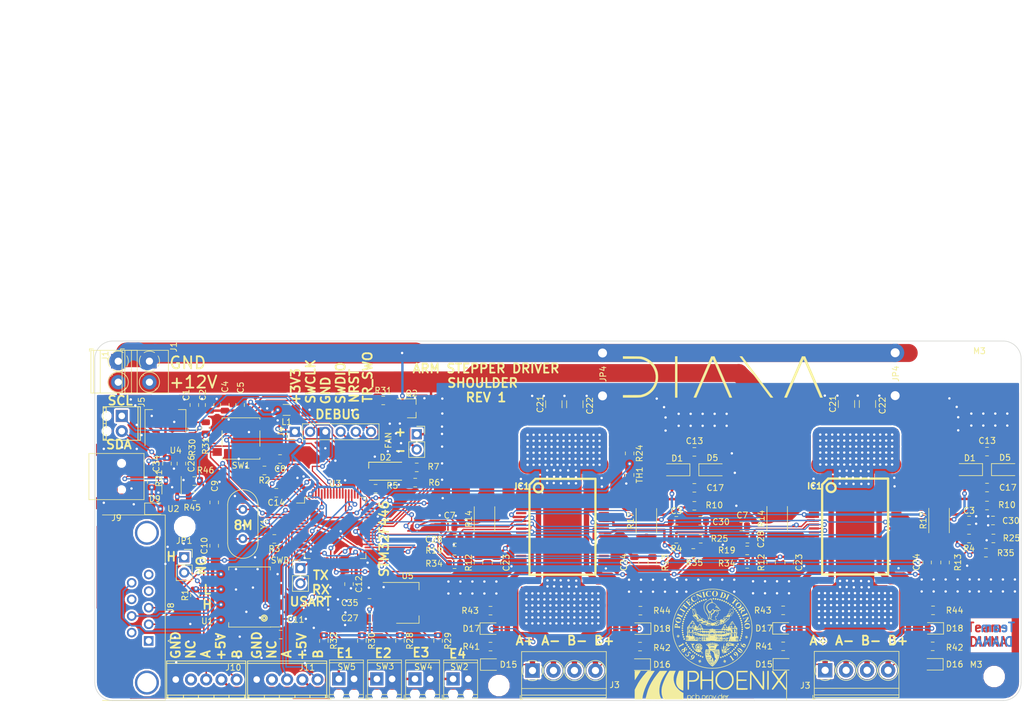
<source format=kicad_pcb>
(kicad_pcb (version 20171130) (host pcbnew "(5.0.1-3-g963ef8bb5)")
  (title_block (title "SHOULDER BOARD STEPPER DRIVER") (date 2019-03-02) (company "TEAM DIANA"))
  (layers (0 F.Cu signal) (31 B.Cu signal) (34 B.Paste user hide) (35 F.Paste user hide) (36 B.SilkS user) (37 F.SilkS user) (38 B.Mask user) (39 F.Mask user) (44 Edge.Cuts user))
  (net 0 "")
  (net 1 GNDS)
  (net 2 +3V3)
  (net 3 "Net-(C3-Pad1)")
  (net 4 RST1)
  (net 5 "Net-(C9-Pad1)")
  (net 6 "Net-(C10-Pad2)")
  (net 7 "Net-(C12-Pad1)")
  (net 8 "Net-(C13-Pad2)")
  (net 9 +12V)
  (net 10 "Net-(C14-Pad1)")
  (net 11 "Net-(C17-Pad1)")
  (net 12 "Net-(C17-Pad2)")
  (net 13 "Net-(C23-Pad1)")
  (net 14 "Net-(C24-Pad1)")
  (net 15 "Net-(C28-Pad2)")
  (net 16 "Net-(C30-Pad2)")
  (net 17 +5V)
  (net 18 "Net-(D2-Pad2)")
  (net 19 "Net-(D2-Pad4)")
  (net 20 "Net-(D2-Pad3)")
  (net 21 "Net-(D9-Pad2)")
  (net 22 "Net-(D15-Pad1)")
  (net 23 /M2_A+)
  (net 24 /M2_B+)
  (net 25 "Net-(D16-Pad1)")
  (net 26 "Net-(D17-Pad1)")
  (net 27 /M2_A-)
  (net 28 "Net-(D18-Pad1)")
  (net 29 /M2_B-)
  (net 30 "Net-(IC1-Pad7)")
  (net 31 CLK1)
  (net 32 CW1)
  (net 33 "Net-(IC1-Pad12)")
  (net 34 "Net-(IC1-Pad25)")
  (net 35 HALF1)
  (net 36 CRTL1)
  (net 37 GNDD)
  (net 38 GNDPWR)
  (net 39 /SWCLK)
  (net 40 /SWDIO)
  (net 41 /NRST)
  (net 42 /TRACESWO)
  (net 43 i2C1_SDA)
  (net 44 i2C1_SCL)
  (net 45 /+5v_can)
  (net 46 "Net-(J8-Pad2)")
  (net 47 "Net-(J8-Pad3)")
  (net 48 /gnd_can)
  (net 49 E1_2)
  (net 50 E1_1)
  (net 51 E2_1)
  (net 52 E2_2)
  (net 53 "Net-(JP1-Pad2)")
  (net 54 "Net-(M2-Pad2)")
  (net 55 "Net-(Q2-Pad2)")
  (net 56 "Net-(R2-Pad1)")
  (net 57 "Net-(R3-Pad1)")
  (net 58 EN1)
  (net 59 "Net-(R5-Pad2)")
  (net 60 "Net-(R6-Pad2)")
  (net 61 "Net-(R7-Pad2)")
  (net 62 PWMA1)
  (net 63 t_SENS)
  (net 64 E3)
  (net 65 E4)
  (net 66 E2)
  (net 67 FAN)
  (net 68 E1)
  (net 69 PWMB1)
  (net 70 "Net-(J9-Pad1)")
  (net 71 USB_EN)
  (net 72 CAN_RX)
  (net 73 CAN_TX)
  (net 74 USB_DP)
  (net 75 "Net-(J9-Pad3)")
  (net 76 "Net-(J9-Pad2)")
  (net 77 USB_DM)
  (net 78 I1)
  (net 79 I2)
  (net 80 /M_HALF)
  (net 81 "Net-(J9-Pad4)")
  (module Connectors:USB_Mini-B (layer F.Cu) (at 42.264509 118.618)
    (fp_text reference J9 (at -0.65 6.9) (layer F.SilkS))
    (fp_text value USB_B_Mini)
    (pad 1 smd rect (at 2.8 -1.6) (size 2.3 0.5) (layers F.Cu F.Paste F.Mask) (net 70 "Net-(J9-Pad1)"))
    (pad 2 smd rect (at 2.8 -0.8) (size 2.3 0.5) (layers F.Cu F.Paste F.Mask) (net 76 "Net-(J9-Pad2)"))
    (pad 3 smd rect (at 2.8 0) (size 2.3 0.5) (layers F.Cu F.Paste F.Mask) (net 75 "Net-(J9-Pad3)"))
    (pad 4 smd rect (at 2.8 0.8) (size 2.3 0.5) (layers F.Cu F.Paste F.Mask) (net 81 "Net-(J9-Pad4)"))
    (pad 5 smd rect (at 2.8 1.6) (size 2.3 0.5) (layers F.Cu F.Paste F.Mask) (net 1 GNDS))
    (pad 6 smd rect (at 2.7 -4.45) (size 2.5 2) (layers F.Cu F.Paste F.Mask) (net 1 GNDS))
    (pad 6 smd rect (at -2.8 -4.45) (size 2.5 2) (layers F.Cu F.Paste F.Mask) (net 1 GNDS))
    (pad 6 smd rect (at 2.7 4.45) (size 2.5 2) (layers F.Cu F.Paste F.Mask) (net 1 GNDS))
    (pad 6 smd rect (at -2.8 4.45) (size 2.5 2) (layers F.Cu F.Paste F.Mask) (net 1 GNDS))
    (pad "" np_thru_hole circle (at 0.2 -2.2) (size 0.9 0.9) (drill 0.9) (layers *.Cu *.Mask))
    (pad "" np_thru_hole circle (at 0.2 2.2) (size 0.9 0.9) (drill 0.9) (layers *.Cu *.Mask))
  )
  (module Resistor_SMD:R_0805_2012Metric (layer F.Cu) (at 56.5 110.5 90)
    (fp_text reference R31 (at -3 0 90) (layer F.SilkS))
    (fp_text value 1k)
    (pad 1 smd roundrect (at -0.9375 0 90) (size 0.975 1.4) (layers F.Cu F.Paste F.Mask) (net 44 i2C1_SCL))
    (pad 2 smd roundrect (at 0.9375 0 90) (size 0.975 1.4) (layers F.Cu F.Paste F.Mask) (net 2 +3V3))
  )
  (module Resistor_SMD:R_0805_2012Metric (layer F.Cu) (at 54.25 110.75 90)
    (fp_text reference R30 (at -3 0 90) (layer F.SilkS))
    (fp_text value 1k)
    (pad 2 smd roundrect (at 0.9375 0 90) (size 0.975 1.4) (layers F.Cu F.Paste F.Mask) (net 2 +3V3))
    (pad 1 smd roundrect (at -0.9375 0 90) (size 0.975 1.4) (layers F.Cu F.Paste F.Mask) (net 43 i2C1_SDA))
  )
  (module Capacitor_SMD:C_0805_2012Metric (layer F.Cu) (at 68.8975 115.697 180)
    (fp_text reference C8 (at 0 -1.65 180) (layer F.SilkS))
    (fp_text value 100n)
    (pad 2 smd roundrect (at 0.9375 0 180) (size 0.975 1.4) (layers F.Cu F.Paste F.Mask) (net 41 /NRST))
    (pad 1 smd roundrect (at -0.9375 0 180) (size 0.975 1.4) (layers F.Cu F.Paste F.Mask) (net 1 GNDS))
  )
  (module TerminalBlock_Phoenix:TerminalBlock_Phoenix_PT-1,5-2-3.5-H_1x02_P3.50mm_Horizontal (layer F.Cu) (at 47.11 99.37 270)
    (fp_text reference J1 (at -2.37 -4.05 270) (layer F.SilkS))
    (fp_text value 12V_CONN)
    (pad 2 thru_hole circle (at 3.5 0 270) (size 2.4 2.4) (drill 1.2) (layers *.Cu *.Mask) (net 9 +12V))
    (pad 1 thru_hole rect (at 0 0 270) (size 2.4 2.4) (drill 1.2) (layers *.Cu *.Mask) (net 38 GNDPWR))
  )
  (module TerminalBlocks_Phoenix:TerminalBlock_Phoenix_MPT-2.54mm_5pol (layer F.Cu) (at 65 152.5)
    (fp_text reference J11 (at 8.4 -2) (layer F.SilkS))
    (fp_text value ENCODER2)
    (pad 4 thru_hole oval (at 7.62 0 180) (size 1.99898 1.99898) (drill 1.09728) (layers *.Cu *.Mask) (net 17 +5V))
    (pad 1 thru_hole rect (at 0 0 180) (size 1.99898 1.99898) (drill 1.09728) (layers *.Cu *.Mask) (net 1 GNDS))
    (pad 2 thru_hole oval (at 2.54 0 180) (size 1.99898 1.99898) (drill 1.09728) (layers *.Cu *.Mask))
    (pad 3 thru_hole oval (at 5.08 0 180) (size 1.99898 1.99898) (drill 1.09728) (layers *.Cu *.Mask) (net 52 E2_2))
    (pad 5 thru_hole oval (at 10.16 0 180) (size 1.99898 1.99898) (drill 1.09728) (layers *.Cu *.Mask) (net 51 E2_1))
  )
  (module TerminalBlocks_Phoenix:TerminalBlock_Phoenix_MPT-2.54mm_5pol (layer F.Cu) (at 51.5 152.5)
    (fp_text reference J10 (at 9.6 -2) (layer F.SilkS))
    (fp_text value ENCODER1)
    (pad 4 thru_hole oval (at 7.62 0 180) (size 1.99898 1.99898) (drill 1.09728) (layers *.Cu *.Mask) (net 17 +5V))
    (pad 1 thru_hole rect (at 0 0 180) (size 1.99898 1.99898) (drill 1.09728) (layers *.Cu *.Mask) (net 1 GNDS))
    (pad 2 thru_hole oval (at 2.54 0 180) (size 1.99898 1.99898) (drill 1.09728) (layers *.Cu *.Mask))
    (pad 3 thru_hole oval (at 5.08 0 180) (size 1.99898 1.99898) (drill 1.09728) (layers *.Cu *.Mask) (net 49 E1_2))
    (pad 5 thru_hole oval (at 10.16 0 180) (size 1.99898 1.99898) (drill 1.09728) (layers *.Cu *.Mask) (net 50 E1_1))
  )
  (module Mounting_Holes:MountingHole_3mm (layer F.Cu) (at 53 127)
    (fp_text reference "" (at 0 -4) (layer F.SilkS))
    (fp_text value MountingHole_3mm)
    (pad 1 np_thru_hole circle (at 0 0) (size 3 3) (drill 3) (layers *.Cu *.Mask))
  )
  (module Mounting_Holes:MountingHole_3mm (layer F.Cu) (at 105.4 153.5)
    (fp_text reference "" (at 0 -4) (layer F.SilkS))
    (fp_text value MountingHole_3mm)
    (pad 1 np_thru_hole circle (at 0 0) (size 3 3) (drill 3) (layers *.Cu *.Mask))
  )
  (module Mounting_Holes:MountingHole_3mm (layer F.Cu) (at 188 152)
    (fp_text reference M3 (at -3 -2) (layer F.SilkS))
    (fp_text value MountingHole_3mm)
    (pad 1 np_thru_hole circle (at 0 0) (size 3 3) (drill 3) (layers *.Cu *.Mask))
  )
  (module Wire_Connections_Bridges:WireConnection_1.50mmDrill (layer F.Cu) (at 171.492 94.956 270)
    (fp_text reference JP4 (at 6.5024 -0.1016 270) (layer F.SilkS))
    (fp_text value SolderJumper_2_Bridged)
    (pad 2 thru_hole circle (at 10.16 0 270) (size 2.99974 2.99974) (drill 1.50114) (layers *.Cu *.Mask) (net 1 GNDS))
    (pad 1 thru_hole circle (at 3.004 0 270) (size 2.99974 2.99974) (drill 1.50114) (layers *.Cu *.Mask) (net 38 GNDPWR))
  )
  (module Resistor_SMD:R_0805_2012Metric (layer F.Cu) (at 177.81 140.96 180)
    (fp_text reference R44 (at -3.6 0 180) (layer F.SilkS))
    (fp_text value 10K)
    (pad 1 smd roundrect (at -0.9375 0 180) (size 0.975 1.4) (layers F.Cu F.Paste F.Mask) (net 1 GNDS))
    (pad 2 smd roundrect (at 0.9375 0 180) (size 0.975 1.4) (layers F.Cu F.Paste F.Mask) (net 28 "Net-(D18-Pad1)"))
  )
  (module Resistor_SMD:R_0805_2012Metric (layer F.Cu) (at 152.81 140.96 180)
    (fp_text reference R43 (at 3.4 0 180) (layer F.SilkS))
    (fp_text value 10K)
    (pad 1 smd roundrect (at -0.9375 0 180) (size 0.975 1.4) (layers F.Cu F.Paste F.Mask) (net 1 GNDS))
    (pad 2 smd roundrect (at 0.9375 0 180) (size 0.975 1.4) (layers F.Cu F.Paste F.Mask) (net 26 "Net-(D17-Pad1)"))
  )
  (module Resistor_SMD:R_0805_2012Metric (layer F.Cu) (at 177.7475 146.96 180)
    (fp_text reference R42 (at -3.6625 -0.2 180) (layer F.SilkS))
    (fp_text value 10K)
    (pad 2 smd roundrect (at 0.9375 0 180) (size 0.975 1.4) (layers F.Cu F.Paste F.Mask) (net 25 "Net-(D16-Pad1)"))
    (pad 1 smd roundrect (at -0.9375 0 180) (size 0.975 1.4) (layers F.Cu F.Paste F.Mask) (net 1 GNDS))
  )
  (module Resistor_SMD:R_0805_2012Metric (layer F.Cu) (at 152.81 146.96 180)
    (fp_text reference R41 (at 3.2 0 180) (layer F.SilkS))
    (fp_text value 10K)
    (pad 2 smd roundrect (at 0.9375 0 180) (size 0.975 1.4) (layers F.Cu F.Paste F.Mask) (net 22 "Net-(D15-Pad1)"))
    (pad 1 smd roundrect (at -0.9375 0 180) (size 0.975 1.4) (layers F.Cu F.Paste F.Mask) (net 1 GNDS))
  )
  (module Resistor_SMD:R_0805_2012Metric (layer F.Cu) (at 186.6304 131.3288)
    (fp_text reference R35 (at 3.302 0.0508) (layer F.SilkS))
    (fp_text value 4.7K)
    (pad 2 smd roundrect (at 0.9375 0) (size 0.975 1.4) (layers F.Cu F.Paste F.Mask) (net 69 PWMB1))
    (pad 1 smd roundrect (at -0.9375 0) (size 0.975 1.4) (layers F.Cu F.Paste F.Mask) (net 16 "Net-(C30-Pad2)"))
  )
  (module Resistor_SMD:R_0805_2012Metric (layer F.Cu) (at 146.81 133.21 180)
    (fp_text reference R34 (at 3.4104 0.1032 180) (layer F.SilkS))
    (fp_text value 4.7K)
    (pad 1 smd roundrect (at -0.9375 0 180) (size 0.975 1.4) (layers F.Cu F.Paste F.Mask) (net 15 "Net-(C28-Pad2)"))
    (pad 2 smd roundrect (at 0.9375 0 180) (size 0.975 1.4) (layers F.Cu F.Paste F.Mask) (net 62 PWMA1))
  )
  (module Resistor_SMD:R_0805_2012Metric (layer F.Cu) (at 187.8725 128.96)
    (fp_text reference R25 (at 3.0275 -0.06) (layer F.SilkS))
    (fp_text value 2.2K)
    (pad 1 smd roundrect (at -0.9375 0) (size 0.975 1.4) (layers F.Cu F.Paste F.Mask) (net 1 GNDS))
    (pad 2 smd roundrect (at 0.9375 0) (size 0.975 1.4) (layers F.Cu F.Paste F.Mask) (net 16 "Net-(C30-Pad2)"))
  )
  (module Resistor_SMD:R_0805_2012Metric (layer F.Cu) (at 146.81 130.96)
    (fp_text reference R19 (at -3.4104 -0.0376) (layer F.SilkS))
    (fp_text value 2.2K)
    (pad 1 smd roundrect (at -0.9375 0) (size 0.975 1.4) (layers F.Cu F.Paste F.Mask) (net 1 GNDS))
    (pad 2 smd roundrect (at 0.9375 0) (size 0.975 1.4) (layers F.Cu F.Paste F.Mask) (net 15 "Net-(C28-Pad2)"))
  )
  (module Resistor_SMD:R_2512_6332Metric (layer F.Cu) (at 178.81 125.96 90)
    (fp_text reference R17 (at 0 -2.62 90) (layer F.SilkS))
    (fp_text value 0.3)
    (pad 2 smd roundrect (at 2.9 0 90) (size 1.35 3.35) (layers F.Cu F.Paste F.Mask) (roundrect_rratio 0.185185) (net 1 GNDS))
    (pad 1 smd roundrect (at -2.9 0 90) (size 1.35 3.35) (layers F.Cu F.Paste F.Mask) (roundrect_rratio 0.185185) (net 34 "Net-(IC1-Pad25)"))
  )
  (module Resistor_SMD:R_2512_6332Metric (layer F.Cu) (at 151.81 125.66 90)
    (fp_text reference R14 (at 0 -2.62 90) (layer F.SilkS))
    (fp_text value 0.3)
    (pad 1 smd roundrect (at -2.9 0 90) (size 1.35 3.35) (layers F.Cu F.Paste F.Mask) (roundrect_rratio 0.185185) (net 33 "Net-(IC1-Pad12)"))
    (pad 2 smd roundrect (at 2.9 0 90) (size 1.35 3.35) (layers F.Cu F.Paste F.Mask) (roundrect_rratio 0.185185) (net 1 GNDS))
  )
  (module Resistor_SMD:R_0805_2012Metric (layer F.Cu) (at 179.81 132.96 90)
    (fp_text reference R13 (at 0.0056 2.1468 90) (layer F.SilkS))
    (fp_text value 39k)
    (pad 1 smd roundrect (at -0.9375 0 90) (size 0.975 1.4) (layers F.Cu F.Paste F.Mask) (net 1 GNDS))
    (pad 2 smd roundrect (at 0.9375 0 90) (size 0.975 1.4) (layers F.Cu F.Paste F.Mask) (net 14 "Net-(C24-Pad1)"))
  )
  (module Resistor_SMD:R_0805_2012Metric (layer F.Cu) (at 150.81 132.96 90)
    (fp_text reference R12 (at 0 -1.65 90) (layer F.SilkS))
    (fp_text value 39k)
    (pad 1 smd roundrect (at -0.9375 0 90) (size 0.975 1.4) (layers F.Cu F.Paste F.Mask) (net 1 GNDS))
    (pad 2 smd roundrect (at 0.9375 0 90) (size 0.975 1.4) (layers F.Cu F.Paste F.Mask) (net 13 "Net-(C23-Pad1)"))
  )
  (module Resistor_SMD:R_0805_2012Metric (layer F.Cu) (at 186.81 123.46)
    (fp_text reference R10 (at 3.3256 -0.1068) (layer F.SilkS))
    (fp_text value 100)
    (pad 2 smd roundrect (at 0.9375 0) (size 0.975 1.4) (layers F.Cu F.Paste F.Mask) (net 12 "Net-(C17-Pad2)"))
    (pad 1 smd roundrect (at -0.9375 0) (size 0.975 1.4) (layers F.Cu F.Paste F.Mask) (net 30 "Net-(IC1-Pad7)"))
  )
  (module Resistor_SMD:R_0805_2012Metric (layer F.Cu) (at 183.81 128.96 180)
    (fp_text reference R4 (at 0 -1.65 180) (layer F.SilkS))
    (fp_text value 100k)
    (pad 2 smd roundrect (at 0.9375 0 180) (size 0.975 1.4) (layers F.Cu F.Paste F.Mask) (net 3 "Net-(C3-Pad1)"))
    (pad 1 smd roundrect (at -0.9375 0 180) (size 0.975 1.4) (layers F.Cu F.Paste F.Mask) (net 58 EN1))
  )
  (module TerminalBlock_Phoenix:TerminalBlock_Phoenix_PT-1,5-4-3.5-H_1x04_P3.50mm_Horizontal (layer F.Cu) (at 159.81 150.96)
    (fp_text reference J3 (at -3.31 2.54) (layer F.SilkS))
    (fp_text value M1_CONN)
    (pad 1 thru_hole rect (at 0 0) (size 2.4 2.4) (drill 1.2) (layers *.Cu *.Mask) (net 23 /M2_A+))
    (pad 2 thru_hole circle (at 3.5 0) (size 2.4 2.4) (drill 1.2) (layers *.Cu *.Mask) (net 27 /M2_A-))
    (pad 3 thru_hole circle (at 7 0) (size 2.4 2.4) (drill 1.2) (layers *.Cu *.Mask) (net 29 /M2_B-))
    (pad 4 thru_hole circle (at 10.5 0) (size 2.4 2.4) (drill 1.2) (layers *.Cu *.Mask) (net 24 /M2_B+))
  )
  (module T0-R0_Stepper_Board:POWERSO36 (layer F.Cu) (at 164.81 126.96 270)
    (fp_text reference IC1 (at -6.75 6.75) (layer F.SilkS) (effects (font (size 1.016 1.016) (thickness 0.254))))
    (fp_text value L6208D hide)
    (pad 37 smd rect (at 0 0 270) (size 20 6.4) (layers F.Cu F.Paste F.Mask) (net 37 GNDD))
    (pad 36 smd rect (at -5.525 -6.8825 270) (size 0.38 1.7) (layers F.Cu F.Paste F.Mask) (net 1 GNDS) (clearance 0.05))
    (pad 35 smd rect (at -4.875 -6.8825 270) (size 0.38 1.7) (layers F.Cu F.Paste F.Mask) (clearance 0.05))
    (pad 34 smd rect (at -4.225 -6.8825 270) (size 0.38 1.7) (layers F.Cu F.Paste F.Mask) (clearance 0.05))
    (pad 33 smd rect (at -3.575 -6.8825 270) (size 0.38 1.7) (layers F.Cu F.Paste F.Mask) (net 9 +12V) (clearance 0.05))
    (pad 32 smd rect (at -2.925 -6.8825 270) (size 0.38 1.7) (layers F.Cu F.Paste F.Mask) (net 29 /M2_B-) (clearance 0.05))
    (pad 31 smd rect (at -2.275 -6.8825 270) (size 0.38 1.7) (layers F.Cu F.Paste F.Mask) (clearance 0.05))
    (pad 30 smd rect (at -1.625 -6.8825 270) (size 0.38 1.7) (layers F.Cu F.Paste F.Mask) (net 8 "Net-(C13-Pad2)") (clearance 0.05))
    (pad 29 smd rect (at -0.975 -6.8825 270) (size 0.38 1.7) (layers F.Cu F.Paste F.Mask) (net 3 "Net-(C3-Pad1)") (clearance 0.05))
    (pad 28 smd rect (at -0.325 -6.8825 270) (size 0.38 1.7) (layers F.Cu F.Paste F.Mask) (net 36 CRTL1) (clearance 0.05))
    (pad 27 smd rect (at 0.325 -6.8825 270) (size 0.38 1.7) (layers F.Cu F.Paste F.Mask) (net 35 HALF1) (clearance 0.05))
    (pad 26 smd rect (at 0.975 -6.8825 270) (size 0.38 1.7) (layers F.Cu F.Paste F.Mask) (net 16 "Net-(C30-Pad2)") (clearance 0.05))
    (pad 25 smd rect (at 1.625 -6.8825 270) (size 0.38 1.7) (layers F.Cu F.Paste F.Mask) (net 34 "Net-(IC1-Pad25)") (clearance 0.05))
    (pad 24 smd rect (at 2.275 -6.8825 270) (size 0.38 1.7) (layers F.Cu F.Paste F.Mask) (net 14 "Net-(C24-Pad1)") (clearance 0.05))
    (pad 23 smd rect (at 2.925 -6.8825 270) (size 0.38 1.7) (layers F.Cu F.Paste F.Mask) (clearance 0.05))
    (pad 22 smd rect (at 3.575 -6.8825 270) (size 0.38 1.7) (layers F.Cu F.Paste F.Mask) (net 24 /M2_B+) (clearance 0.05))
    (pad 21 smd rect (at 4.225 -6.8825 270) (size 0.38 1.7) (layers F.Cu F.Paste F.Mask) (clearance 0.05))
    (pad 20 smd rect (at 4.875 -6.8825 270) (size 0.38 1.7) (layers F.Cu F.Paste F.Mask) (clearance 0.05))
    (pad 19 smd rect (at 5.525 -6.8825 270) (size 0.38 1.7) (layers F.Cu F.Paste F.Mask) (net 1 GNDS) (clearance 0.05))
    (pad 18 smd rect (at 5.525 6.8825 270) (size 0.38 1.7) (layers F.Cu F.Paste F.Mask) (net 1 GNDS) (clearance 0.05))
    (pad 17 smd rect (at 4.875 6.8825 270) (size 0.38 1.7) (layers F.Cu F.Paste F.Mask) (clearance 0.05))
    (pad 16 smd rect (at 4.225 6.8825 270) (size 0.38 1.7) (layers F.Cu F.Paste F.Mask) (clearance 0.05))
    (pad 15 smd rect (at 3.575 6.8825 270) (size 0.38 1.7) (layers F.Cu F.Paste F.Mask) (net 23 /M2_A+) (clearance 0.05))
    (pad 14 smd rect (at 2.925 6.8825 270) (size 0.38 1.7) (layers F.Cu F.Paste F.Mask) (clearance 0.05))
    (pad 13 smd rect (at 2.275 6.8825 270) (size 0.38 1.7) (layers F.Cu F.Paste F.Mask) (net 13 "Net-(C23-Pad1)") (clearance 0.05))
    (pad 12 smd rect (at 1.625 6.8825 270) (size 0.38 1.7) (layers F.Cu F.Paste F.Mask) (net 33 "Net-(IC1-Pad12)") (clearance 0.05))
    (pad 11 smd rect (at 0.975 6.8825 270) (size 0.38 1.7) (layers F.Cu F.Paste F.Mask) (net 32 CW1) (clearance 0.05))
    (pad 10 smd rect (at 0.325 6.8825 270) (size 0.38 1.7) (layers F.Cu F.Paste F.Mask) (net 31 CLK1) (clearance 0.05))
    (pad 9 smd rect (at -0.325 6.8825 270) (size 0.38 1.7) (layers F.Cu F.Paste F.Mask) (net 15 "Net-(C28-Pad2)") (clearance 0.05))
    (pad 8 smd rect (at -0.975 6.8825 270) (size 0.38 1.7) (layers F.Cu F.Paste F.Mask) (net 4 RST1) (clearance 0.05))
    (pad 7 smd rect (at -1.625 6.8825 270) (size 0.38 1.7) (layers F.Cu F.Paste F.Mask) (net 30 "Net-(IC1-Pad7)") (clearance 0.05))
    (pad 6 smd rect (at -2.275 6.8825 270) (size 0.38 1.7) (layers F.Cu F.Paste F.Mask) (clearance 0.05))
    (pad 5 smd rect (at -2.925 6.8825 270) (size 0.38 1.7) (layers F.Cu F.Paste F.Mask) (net 27 /M2_A-) (clearance 0.05))
    (pad 4 smd rect (at -3.575 6.8825 270) (size 0.38 1.7) (layers F.Cu F.Paste F.Mask) (net 9 +12V) (clearance 0.05))
    (pad 3 smd rect (at -4.225 6.8825 270) (size 0.38 1.7) (layers F.Cu F.Paste F.Mask) (clearance 0.05))
    (pad 2 smd rect (at -4.875 6.8825 270) (size 0.38 1.7) (layers F.Cu F.Paste F.Mask) (clearance 0.05))
    (pad 1 smd rect (at -5.525 6.8825 270) (size 0.38 1.7) (layers F.Cu F.Paste F.Mask) (net 1 GNDS) (clearance 0.05))
  )
  (module LED_SMD:LED_0805_2012Metric (layer F.Cu) (at 177.8725 143.96 180)
    (fp_text reference D18 (at -3.5375 0 180) (layer F.SilkS))
    (fp_text value LED)
    (pad 2 smd roundrect (at 0.9375 0 180) (size 0.975 1.4) (layers F.Cu F.Paste F.Mask) (net 29 /M2_B-))
    (pad 1 smd roundrect (at -0.9375 0 180) (size 0.975 1.4) (layers F.Cu F.Paste F.Mask) (net 28 "Net-(D18-Pad1)"))
  )
  (module LED_SMD:LED_0805_2012Metric (layer F.Cu) (at 152.7475 143.96)
    (fp_text reference D17 (at -3.1375 0) (layer F.SilkS))
    (fp_text value LED)
    (pad 2 smd roundrect (at 0.9375 0) (size 0.975 1.4) (layers F.Cu F.Paste F.Mask) (net 27 /M2_A-))
    (pad 1 smd roundrect (at -0.9375 0) (size 0.975 1.4) (layers F.Cu F.Paste F.Mask) (net 26 "Net-(D17-Pad1)"))
  )
  (module LED_SMD:LED_0805_2012Metric (layer F.Cu) (at 177.81 149.96 180)
    (fp_text reference D16 (at -3.6 0 180) (layer F.SilkS))
    (fp_text value LED)
    (pad 2 smd roundrect (at 0.9375 0 180) (size 0.975 1.4) (layers F.Cu F.Paste F.Mask) (net 24 /M2_B+))
    (pad 1 smd roundrect (at -0.9375 0 180) (size 0.975 1.4) (layers F.Cu F.Paste F.Mask) (net 25 "Net-(D16-Pad1)"))
  )
  (module LED_SMD:LED_0805_2012Metric (layer F.Cu) (at 152.81 149.96)
    (fp_text reference D15 (at -3.2 0) (layer F.SilkS))
    (fp_text value LED)
    (pad 1 smd roundrect (at -0.9375 0) (size 0.975 1.4) (layers F.Cu F.Paste F.Mask) (net 22 "Net-(D15-Pad1)"))
    (pad 2 smd roundrect (at 0.9375 0) (size 0.975 1.4) (layers F.Cu F.Paste F.Mask) (net 23 /M2_A+))
  )
  (module Diode_SMD:D_SOD-123 (layer F.Cu) (at 189.81 117.46)
    (fp_text reference D5 (at 0 -2) (layer F.SilkS))
    (fp_text value 1N4148)
    (pad 1 smd rect (at -1.65 0) (size 0.9 1.2) (layers F.Cu F.Paste F.Mask) (net 11 "Net-(C17-Pad1)"))
    (pad 2 smd rect (at 1.65 0) (size 0.9 1.2) (layers F.Cu F.Paste F.Mask) (net 9 +12V))
  )
  (module Diode_SMD:D_SOD-123 (layer F.Cu) (at 183.81 117.46 180)
    (fp_text reference D1 (at -0.128 1.93 180) (layer F.SilkS))
    (fp_text value 1N4148)
    (pad 2 smd rect (at 1.65 0 180) (size 0.9 1.2) (layers F.Cu F.Paste F.Mask) (net 11 "Net-(C17-Pad1)"))
    (pad 1 smd rect (at -1.65 0 180) (size 0.9 1.2) (layers F.Cu F.Paste F.Mask) (net 8 "Net-(C13-Pad2)"))
  )
  (module Capacitor_SMD:C_0805_2012Metric (layer F.Cu) (at 187.81 125.96)
    (fp_text reference C30 (at 2.99 0.04) (layer F.SilkS))
    (fp_text value 68nF)
    (pad 1 smd roundrect (at -0.9375 0) (size 0.975 1.4) (layers F.Cu F.Paste F.Mask) (net 1 GNDS))
    (pad 2 smd roundrect (at 0.9375 0) (size 0.975 1.4) (layers F.Cu F.Paste F.Mask) (net 16 "Net-(C30-Pad2)"))
  )
  (module Capacitor_SMD:C_0805_2012Metric (layer F.Cu) (at 146.854 128.992)
    (fp_text reference C28 (at 2.246 0.108 90) (layer F.SilkS))
    (fp_text value 68nF)
    (pad 2 smd roundrect (at 0.9375 0) (size 0.975 1.4) (layers F.Cu F.Paste F.Mask) (net 15 "Net-(C28-Pad2)"))
    (pad 1 smd roundrect (at -0.9375 0) (size 0.975 1.4) (layers F.Cu F.Paste F.Mask) (net 1 GNDS))
  )
  (module Capacitor_SMD:C_0805_2012Metric (layer F.Cu) (at 176.81 132.96 270)
    (fp_text reference C24 (at -0.0564 1.762 270) (layer F.SilkS))
    (fp_text value 1nF)
    (pad 1 smd roundrect (at -0.9375 0 270) (size 0.975 1.4) (layers F.Cu F.Paste F.Mask) (net 14 "Net-(C24-Pad1)"))
    (pad 2 smd roundrect (at 0.9375 0 270) (size 0.975 1.4) (layers F.Cu F.Paste F.Mask) (net 1 GNDS))
  )
  (module Capacitor_SMD:C_0805_2012Metric (layer F.Cu) (at 153.81 132.96 270)
    (fp_text reference C23 (at 0 -1.65 270) (layer F.SilkS))
    (fp_text value 1nF)
    (pad 1 smd roundrect (at -0.9375 0 270) (size 0.975 1.4) (layers F.Cu F.Paste F.Mask) (net 13 "Net-(C23-Pad1)"))
    (pad 2 smd roundrect (at 0.9375 0 270) (size 0.975 1.4) (layers F.Cu F.Paste F.Mask) (net 1 GNDS))
  )
  (module Capacitor_SMD:C_0805_2012Metric (layer F.Cu) (at 186.81 120.46)
    (fp_text reference C17 (at 3.478 -0.0024) (layer F.SilkS))
    (fp_text value 10nF)
    (pad 2 smd roundrect (at 0.9375 0) (size 0.975 1.4) (layers F.Cu F.Paste F.Mask) (net 12 "Net-(C17-Pad2)"))
    (pad 1 smd roundrect (at -0.9375 0) (size 0.975 1.4) (layers F.Cu F.Paste F.Mask) (net 11 "Net-(C17-Pad1)"))
  )
  (module Capacitor_SMD:C_0805_2012Metric (layer F.Cu) (at 186.81 114.46 180)
    (fp_text reference C13 (at -0.0236 1.8256 180) (layer F.SilkS))
    (fp_text value 220nF1)
    (pad 1 smd roundrect (at -0.9375 0 180) (size 0.975 1.4) (layers F.Cu F.Paste F.Mask) (net 9 +12V))
    (pad 2 smd roundrect (at 0.9375 0 180) (size 0.975 1.4) (layers F.Cu F.Paste F.Mask) (net 8 "Net-(C13-Pad2)"))
  )
  (module Capacitor_SMD:C_0805_2012Metric (layer F.Cu) (at 145.838 126.96 180)
    (fp_text reference C7 (at -0.1524 1.8796 180) (layer F.SilkS))
    (fp_text value 100nF)
    (pad 2 smd roundrect (at 0.9375 0 180) (size 0.975 1.4) (layers F.Cu F.Paste F.Mask) (net 1 GNDS))
    (pad 1 smd roundrect (at -0.9375 0 180) (size 0.975 1.4) (layers F.Cu F.Paste F.Mask) (net 4 RST1))
  )
  (module Capacitor_SMD:C_0805_2012Metric (layer F.Cu) (at 183.81 125.96)
    (fp_text reference C3 (at 0 -1.65) (layer F.SilkS))
    (fp_text value 5.6n)
    (pad 2 smd roundrect (at 0.9375 0) (size 0.975 1.4) (layers F.Cu F.Paste F.Mask) (net 1 GNDS))
    (pad 1 smd roundrect (at -0.9375 0) (size 0.975 1.4) (layers F.Cu F.Paste F.Mask) (net 3 "Net-(C3-Pad1)"))
  )
  (module Capacitor_SMD:C_1210_3225Metric (layer F.Cu) (at 166.872012 106.51241 90)
    (fp_text reference C22 (at -0.25 2.5 90) (layer F.SilkS))
    (fp_text value "100uF ceramic")
    (pad 1 smd roundrect (at -1.4 0 90) (size 1.25 2.65) (layers F.Cu F.Paste F.Mask) (roundrect_rratio 0.2) (net 9 +12V))
    (pad 2 smd roundrect (at 1.4 0 90) (size 1.25 2.65) (layers F.Cu F.Paste F.Mask) (roundrect_rratio 0.2) (net 1 GNDS))
  )
  (module Capacitor_SMD:C_1210_3225Metric (layer F.Cu) (at 163.372012 106.51241 90)
    (fp_text reference C21 (at 0 -2.28 90) (layer F.SilkS))
    (fp_text value 100nF)
    (pad 1 smd roundrect (at -1.4 0 90) (size 1.25 2.65) (layers F.Cu F.Paste F.Mask) (roundrect_rratio 0.2) (net 9 +12V))
    (pad 2 smd roundrect (at 1.4 0 90) (size 1.25 2.65) (layers F.Cu F.Paste F.Mask) (roundrect_rratio 0.2) (net 1 GNDS))
  )
  (module TerminalBlocks_Phoenix:TerminalBlock_Phoenix_MPT-2.54mm_2pol (layer F.Cu) (at 42.5 108.5 270)
    (fp_text reference J5 (at -2.3 -3.3 270) (layer F.SilkS))
    (fp_text value I2C_CONN)
    (pad 2 thru_hole oval (at 2.54 0 270) (size 1.99898 1.99898) (drill 1.09728) (layers *.Cu *.Mask) (net 44 i2C1_SCL))
    (pad 1 thru_hole rect (at 0 0 270) (size 1.99898 1.99898) (drill 1.09728) (layers *.Cu *.Mask) (net 43 i2C1_SDA))
    (pad "" np_thru_hole circle (at 0 2.54 270) (size 1.1 1.1) (drill 1.1) (layers *.Cu *.Mask))
    (pad "" np_thru_hole circle (at 2.54 2.54 270) (size 1.1 1.1) (drill 1.1) (layers *.Cu *.Mask))
  )
  (module Wire_Connections_Bridges:WireConnection_1.50mmDrill (layer F.Cu) (at 122.682 94.996 270)
    (fp_text reference JP4 (at 6.5024 -0.1016 270) (layer F.SilkS))
    (fp_text value SolderJumper_2_Bridged)
    (pad 1 thru_hole circle (at 3.004 0 270) (size 2.99974 2.99974) (drill 1.50114) (layers *.Cu *.Mask) (net 38 GNDPWR))
    (pad 2 thru_hole circle (at 10.16 0 270) (size 2.99974 2.99974) (drill 1.50114) (layers *.Cu *.Mask) (net 1 GNDS))
  )
  (module Capacitor_SMD:C_1210_3225Metric (layer F.Cu) (at 114.562012 106.55241 90)
    (fp_text reference C21 (at 0 -2.28 90) (layer F.SilkS))
    (fp_text value 100nF)
    (pad 2 smd roundrect (at 1.4 0 90) (size 1.25 2.65) (layers F.Cu F.Paste F.Mask) (roundrect_rratio 0.2) (net 1 GNDS))
    (pad 1 smd roundrect (at -1.4 0 90) (size 1.25 2.65) (layers F.Cu F.Paste F.Mask) (roundrect_rratio 0.2) (net 9 +12V))
  )
  (module Capacitor_SMD:C_1210_3225Metric (layer F.Cu) (at 118.062012 106.55241 90)
    (fp_text reference C22 (at -0.25 2.5 90) (layer F.SilkS))
    (fp_text value "100uF ceramic")
    (pad 2 smd roundrect (at 1.4 0 90) (size 1.25 2.65) (layers F.Cu F.Paste F.Mask) (roundrect_rratio 0.2) (net 1 GNDS))
    (pad 1 smd roundrect (at -1.4 0 90) (size 1.25 2.65) (layers F.Cu F.Paste F.Mask) (roundrect_rratio 0.2) (net 9 +12V))
  )
  (module Capacitor_SMD:C_0805_2012Metric (layer F.Cu) (at 54.61 106.68 270)
    (fp_text reference C1 (at -1.68 1.36 270) (layer F.SilkS))
    (fp_text value 100nF)
    (pad 1 smd roundrect (at -0.9375 0 270) (size 0.975 1.4) (layers F.Cu F.Paste F.Mask) (net 1 GNDS))
    (pad 2 smd roundrect (at 0.9375 0 270) (size 0.975 1.4) (layers F.Cu F.Paste F.Mask) (net 2 +3V3))
  )
  (module Capacitor_SMD:C_0805_2012Metric (layer F.Cu) (at 57.15 106.68 270)
    (fp_text reference C2 (at -1.68 1.15 270) (layer F.SilkS))
    (fp_text value 100nF)
    (pad 2 smd roundrect (at 0.9375 0 270) (size 0.975 1.4) (layers F.Cu F.Paste F.Mask) (net 2 +3V3))
    (pad 1 smd roundrect (at -0.9375 0 270) (size 0.975 1.4) (layers F.Cu F.Paste F.Mask) (net 1 GNDS))
  )
  (module Capacitor_SMD:C_0805_2012Metric (layer F.Cu) (at 135 126)
    (fp_text reference C3 (at 0 -1.65) (layer F.SilkS))
    (fp_text value 5.6n)
    (pad 1 smd roundrect (at -0.9375 0) (size 0.975 1.4) (layers F.Cu F.Paste F.Mask) (net 3 "Net-(C3-Pad1)"))
    (pad 2 smd roundrect (at 0.9375 0) (size 0.975 1.4) (layers F.Cu F.Paste F.Mask) (net 1 GNDS))
  )
  (module Capacitor_SMD:C_0805_2012Metric (layer F.Cu) (at 59.69 106.68 270)
    (fp_text reference C4 (at -3.055 -0.035 270) (layer F.SilkS))
    (fp_text value 100nF)
    (pad 1 smd roundrect (at -0.9375 0 270) (size 0.975 1.4) (layers F.Cu F.Paste F.Mask) (net 1 GNDS))
    (pad 2 smd roundrect (at 0.9375 0 270) (size 0.975 1.4) (layers F.Cu F.Paste F.Mask) (net 2 +3V3))
  )
  (module Capacitor_SMD:C_0805_2012Metric (layer F.Cu) (at 62.23 106.68 270)
    (fp_text reference C5 (at -2.905 -0.095 270) (layer F.SilkS))
    (fp_text value 100nF)
    (pad 1 smd roundrect (at -0.9375 0 270) (size 0.975 1.4) (layers F.Cu F.Paste F.Mask) (net 1 GNDS))
    (pad 2 smd roundrect (at 0.9375 0 270) (size 0.975 1.4) (layers F.Cu F.Paste F.Mask) (net 2 +3V3))
  )
  (module Capacitor_SMD:C_0805_2012Metric (layer F.Cu) (at 97.028 127 180)
    (fp_text reference C7 (at -0.1524 1.8796 180) (layer F.SilkS))
    (fp_text value 100nF)
    (pad 1 smd roundrect (at -0.9375 0 180) (size 0.975 1.4) (layers F.Cu F.Paste F.Mask) (net 4 RST1))
    (pad 2 smd roundrect (at 0.9375 0 180) (size 0.975 1.4) (layers F.Cu F.Paste F.Mask) (net 1 GNDS))
  )
  (module Capacitor_SMD:C_0805_2012Metric (layer F.Cu) (at 57.912 122.936 90)
    (fp_text reference C9 (at 2.736 0.088 90) (layer F.SilkS))
    (fp_text value 20pF)
    (pad 1 smd roundrect (at -0.9375 0 90) (size 0.975 1.4) (layers F.Cu F.Paste F.Mask) (net 5 "Net-(C9-Pad1)"))
    (pad 2 smd roundrect (at 0.9375 0 90) (size 0.975 1.4) (layers F.Cu F.Paste F.Mask) (net 1 GNDS))
  )
  (module Capacitor_SMD:C_0805_2012Metric (layer F.Cu) (at 57.912 130.175 90)
    (fp_text reference C10 (at 0 -1.65 90) (layer F.SilkS))
    (fp_text value 20pF)
    (pad 2 smd roundrect (at 0.9375 0 90) (size 0.975 1.4) (layers F.Cu F.Paste F.Mask) (net 6 "Net-(C10-Pad2)"))
    (pad 1 smd roundrect (at -0.9375 0 90) (size 0.975 1.4) (layers F.Cu F.Paste F.Mask) (net 1 GNDS))
  )
  (module Capacitor_SMD:C_0805_2012Metric (layer F.Cu) (at 69.00164 144.99336)
    (fp_text reference C11 (at 2.49836 -2.49336) (layer F.SilkS))
    (fp_text value 2.2uF)
    (pad 1 smd roundrect (at -0.9375 0) (size 0.975 1.4) (layers F.Cu F.Paste F.Mask) (net 2 +3V3))
    (pad 2 smd roundrect (at 0.9375 0) (size 0.975 1.4) (layers F.Cu F.Paste F.Mask) (net 1 GNDS))
  )
  (module Capacitor_SMD:C_0805_2012Metric (layer F.Cu) (at 80.4 136.575 270)
    (fp_text reference C12 (at 0 -1.65 270) (layer F.SilkS))
    (fp_text value 2.2uF)
    (pad 2 smd roundrect (at 0.9375 0 270) (size 0.975 1.4) (layers F.Cu F.Paste F.Mask) (net 1 GNDS))
    (pad 1 smd roundrect (at -0.9375 0 270) (size 0.975 1.4) (layers F.Cu F.Paste F.Mask) (net 7 "Net-(C12-Pad1)"))
  )
  (module Capacitor_SMD:C_0805_2012Metric (layer F.Cu) (at 138 114.5 180)
    (fp_text reference C13 (at -0.0236 1.8256 180) (layer F.SilkS))
    (fp_text value 220nF1)
    (pad 2 smd roundrect (at 0.9375 0 180) (size 0.975 1.4) (layers F.Cu F.Paste F.Mask) (net 8 "Net-(C13-Pad2)"))
    (pad 1 smd roundrect (at -0.9375 0 180) (size 0.975 1.4) (layers F.Cu F.Paste F.Mask) (net 9 +12V))
  )
  (module Capacitor_SMD:C_0805_2012Metric (layer F.Cu) (at 68.275 121.325 180)
    (fp_text reference C14 (at 0 -1.65 180) (layer F.SilkS))
    (fp_text value 100n)
    (pad 1 smd roundrect (at -0.9375 0 180) (size 0.975 1.4) (layers F.Cu F.Paste F.Mask) (net 10 "Net-(C14-Pad1)"))
    (pad 2 smd roundrect (at 0.9375 0 180) (size 0.975 1.4) (layers F.Cu F.Paste F.Mask) (net 2 +3V3))
  )
  (module Capacitor_SMD:C_0805_2012Metric (layer F.Cu) (at 138 120.5)
    (fp_text reference C17 (at 3.478 -0.0024) (layer F.SilkS))
    (fp_text value 10nF)
    (pad 1 smd roundrect (at -0.9375 0) (size 0.975 1.4) (layers F.Cu F.Paste F.Mask) (net 11 "Net-(C17-Pad1)"))
    (pad 2 smd roundrect (at 0.9375 0) (size 0.975 1.4) (layers F.Cu F.Paste F.Mask) (net 12 "Net-(C17-Pad2)"))
  )
  (module Capacitor_SMD:C_0805_2012Metric (layer F.Cu) (at 105 133 270)
    (fp_text reference C23 (at 0 -1.65 270) (layer F.SilkS))
    (fp_text value 1nF)
    (pad 2 smd roundrect (at 0.9375 0 270) (size 0.975 1.4) (layers F.Cu F.Paste F.Mask) (net 1 GNDS))
    (pad 1 smd roundrect (at -0.9375 0 270) (size 0.975 1.4) (layers F.Cu F.Paste F.Mask) (net 13 "Net-(C23-Pad1)"))
  )
  (module Capacitor_SMD:C_0805_2012Metric (layer F.Cu) (at 128 133 270)
    (fp_text reference C24 (at -0.0564 1.762 270) (layer F.SilkS))
    (fp_text value 1nF)
    (pad 2 smd roundrect (at 0.9375 0 270) (size 0.975 1.4) (layers F.Cu F.Paste F.Mask) (net 1 GNDS))
    (pad 1 smd roundrect (at -0.9375 0 270) (size 0.975 1.4) (layers F.Cu F.Paste F.Mask) (net 14 "Net-(C24-Pad1)"))
  )
  (module Capacitor_SMD:C_0805_2012Metric (layer F.Cu) (at 52.451 116.459 270)
    (fp_text reference C26 (at 0 -1.65 270) (layer F.SilkS))
    (fp_text value 100nF)
    (pad 1 smd roundrect (at -0.9375 0 270) (size 0.975 1.4) (layers F.Cu F.Paste F.Mask) (net 9 +12V))
    (pad 2 smd roundrect (at 0.9375 0 270) (size 0.975 1.4) (layers F.Cu F.Paste F.Mask) (net 1 GNDS))
  )
  (module Capacitor_SMD:C_0805_2012Metric (layer F.Cu) (at 83.82 142.24 180)
    (fp_text reference C27 (at 3.302 0 180) (layer F.SilkS))
    (fp_text value 100nF)
    (pad 2 smd roundrect (at 0.9375 0 180) (size 0.975 1.4) (layers F.Cu F.Paste F.Mask) (net 1 GNDS))
    (pad 1 smd roundrect (at -0.9375 0 180) (size 0.975 1.4) (layers F.Cu F.Paste F.Mask) (net 9 +12V))
  )
  (module Capacitor_SMD:C_0805_2012Metric (layer F.Cu) (at 98.044 129.032)
    (fp_text reference C28 (at -3.5052 0.1016) (layer F.SilkS))
    (fp_text value 68nF)
    (pad 1 smd roundrect (at -0.9375 0) (size 0.975 1.4) (layers F.Cu F.Paste F.Mask) (net 1 GNDS))
    (pad 2 smd roundrect (at 0.9375 0) (size 0.975 1.4) (layers F.Cu F.Paste F.Mask) (net 15 "Net-(C28-Pad2)"))
  )
  (module Capacitor_SMD:C_0805_2012Metric (layer F.Cu) (at 139 126)
    (fp_text reference C30 (at 3.4432 0.1872) (layer F.SilkS))
    (fp_text value 68nF)
    (pad 2 smd roundrect (at 0.9375 0) (size 0.975 1.4) (layers F.Cu F.Paste F.Mask) (net 16 "Net-(C30-Pad2)"))
    (pad 1 smd roundrect (at -0.9375 0) (size 0.975 1.4) (layers F.Cu F.Paste F.Mask) (net 1 GNDS))
  )
  (module Capacitor_SMD:C_0805_2012Metric (layer F.Cu) (at 50.038 116.459 270)
    (fp_text reference C34 (at 0 1.778 270) (layer F.SilkS))
    (fp_text value 100nF)
    (pad 2 smd roundrect (at 0.9375 0 270) (size 0.975 1.4) (layers F.Cu F.Paste F.Mask) (net 1 GNDS))
    (pad 1 smd roundrect (at -0.9375 0 270) (size 0.975 1.4) (layers F.Cu F.Paste F.Mask) (net 2 +3V3))
  )
  (module Capacitor_SMD:C_0805_2012Metric (layer F.Cu) (at 83.82 139.7 180)
    (fp_text reference C35 (at 3.302 0 180) (layer F.SilkS))
    (fp_text value 100nF)
    (pad 1 smd roundrect (at -0.9375 0 180) (size 0.975 1.4) (layers F.Cu F.Paste F.Mask) (net 17 +5V))
    (pad 2 smd roundrect (at 0.9375 0 180) (size 0.975 1.4) (layers F.Cu F.Paste F.Mask) (net 1 GNDS))
  )
  (module Diode_SMD:D_SOD-123 (layer F.Cu) (at 135 117.5 180)
    (fp_text reference D1 (at -0.128 1.93 180) (layer F.SilkS))
    (fp_text value 1N4148)
    (pad 1 smd rect (at -1.65 0 180) (size 0.9 1.2) (layers F.Cu F.Paste F.Mask) (net 8 "Net-(C13-Pad2)"))
    (pad 2 smd rect (at 1.65 0 180) (size 0.9 1.2) (layers F.Cu F.Paste F.Mask) (net 11 "Net-(C17-Pad1)"))
  )
  (module LED_SMD:LED_RGB_1210 (layer F.Cu) (at 86.487 117.729)
    (fp_text reference D2 (at 0 -2.3) (layer F.SilkS))
    (fp_text value LED_CRGB)
    (pad 1 smd rect (at -1.75 -0.7 180) (size 1.5 1) (layers F.Cu F.Paste F.Mask) (net 1 GNDS))
    (pad 2 smd rect (at -1.75 0.7 180) (size 1.5 1) (layers F.Cu F.Paste F.Mask) (net 18 "Net-(D2-Pad2)"))
    (pad 4 smd rect (at 1.75 -0.7 180) (size 1.5 1) (layers F.Cu F.Paste F.Mask) (net 19 "Net-(D2-Pad4)"))
    (pad 3 smd rect (at 1.75 0.7 180) (size 1.5 1) (layers F.Cu F.Paste F.Mask) (net 20 "Net-(D2-Pad3)"))
  )
  (module Diode_SMD:D_SOD-123 (layer F.Cu) (at 141 117.5)
    (fp_text reference D5 (at 0 -2) (layer F.SilkS))
    (fp_text value 1N4148)
    (pad 2 smd rect (at 1.65 0) (size 0.9 1.2) (layers F.Cu F.Paste F.Mask) (net 9 +12V))
    (pad 1 smd rect (at -1.65 0) (size 0.9 1.2) (layers F.Cu F.Paste F.Mask) (net 11 "Net-(C17-Pad1)"))
  )
  (module LED_SMD:LED_0805_2012Metric (layer F.Cu) (at 48 124)
    (fp_text reference D9 (at 0 -1.65) (layer F.SilkS))
    (fp_text value LED_RED)
    (pad 2 smd roundrect (at 0.9375 0) (size 0.975 1.4) (layers F.Cu F.Paste F.Mask) (net 21 "Net-(D9-Pad2)"))
    (pad 1 smd roundrect (at -0.9375 0) (size 0.975 1.4) (layers F.Cu F.Paste F.Mask) (net 1 GNDS))
  )
  (module LED_SMD:LED_0805_2012Metric (layer F.Cu) (at 104 150)
    (fp_text reference D15 (at 3 0) (layer F.SilkS))
    (fp_text value LED)
    (pad 2 smd roundrect (at 0.9375 0) (size 0.975 1.4) (layers F.Cu F.Paste F.Mask) (net 23 /M2_A+))
    (pad 1 smd roundrect (at -0.9375 0) (size 0.975 1.4) (layers F.Cu F.Paste F.Mask) (net 22 "Net-(D15-Pad1)"))
  )
  (module LED_SMD:LED_0805_2012Metric (layer F.Cu) (at 129 150 180)
    (fp_text reference D16 (at -3.6 0 180) (layer F.SilkS))
    (fp_text value LED)
    (pad 1 smd roundrect (at -0.9375 0 180) (size 0.975 1.4) (layers F.Cu F.Paste F.Mask) (net 25 "Net-(D16-Pad1)"))
    (pad 2 smd roundrect (at 0.9375 0 180) (size 0.975 1.4) (layers F.Cu F.Paste F.Mask) (net 24 /M2_B+))
  )
  (module LED_SMD:LED_0805_2012Metric (layer F.Cu) (at 103.9375 144)
    (fp_text reference D17 (at -3.1375 0) (layer F.SilkS))
    (fp_text value LED)
    (pad 1 smd roundrect (at -0.9375 0) (size 0.975 1.4) (layers F.Cu F.Paste F.Mask) (net 26 "Net-(D17-Pad1)"))
    (pad 2 smd roundrect (at 0.9375 0) (size 0.975 1.4) (layers F.Cu F.Paste F.Mask) (net 27 /M2_A-))
  )
  (module LED_SMD:LED_0805_2012Metric (layer F.Cu) (at 129.0625 144 180)
    (fp_text reference D18 (at -3.5375 0 180) (layer F.SilkS))
    (fp_text value LED)
    (pad 1 smd roundrect (at -0.9375 0 180) (size 0.975 1.4) (layers F.Cu F.Paste F.Mask) (net 28 "Net-(D18-Pad1)"))
    (pad 2 smd roundrect (at 0.9375 0 180) (size 0.975 1.4) (layers F.Cu F.Paste F.Mask) (net 29 /M2_B-))
  )
  (module T0-R0_Stepper_Board:POWERSO36 (layer F.Cu) (at 116 127 270)
    (fp_text reference IC1 (at -6.75 6.75) (layer F.SilkS) (effects (font (size 1.016 1.016) (thickness 0.254))))
    (fp_text value L6208D hide)
    (pad 1 smd rect (at -5.525 6.8825 270) (size 0.38 1.7) (layers F.Cu F.Paste F.Mask) (net 1 GNDS) (clearance 0.05))
    (pad 2 smd rect (at -4.875 6.8825 270) (size 0.38 1.7) (layers F.Cu F.Paste F.Mask) (clearance 0.05))
    (pad 3 smd rect (at -4.225 6.8825 270) (size 0.38 1.7) (layers F.Cu F.Paste F.Mask) (clearance 0.05))
    (pad 4 smd rect (at -3.575 6.8825 270) (size 0.38 1.7) (layers F.Cu F.Paste F.Mask) (net 9 +12V) (clearance 0.05))
    (pad 5 smd rect (at -2.925 6.8825 270) (size 0.38 1.7) (layers F.Cu F.Paste F.Mask) (net 27 /M2_A-) (clearance 0.05))
    (pad 6 smd rect (at -2.275 6.8825 270) (size 0.38 1.7) (layers F.Cu F.Paste F.Mask) (clearance 0.05))
    (pad 7 smd rect (at -1.625 6.8825 270) (size 0.38 1.7) (layers F.Cu F.Paste F.Mask) (net 30 "Net-(IC1-Pad7)") (clearance 0.05))
    (pad 8 smd rect (at -0.975 6.8825 270) (size 0.38 1.7) (layers F.Cu F.Paste F.Mask) (net 4 RST1) (clearance 0.05))
    (pad 9 smd rect (at -0.325 6.8825 270) (size 0.38 1.7) (layers F.Cu F.Paste F.Mask) (net 15 "Net-(C28-Pad2)") (clearance 0.05))
    (pad 10 smd rect (at 0.325 6.8825 270) (size 0.38 1.7) (layers F.Cu F.Paste F.Mask) (net 31 CLK1) (clearance 0.05))
    (pad 11 smd rect (at 0.975 6.8825 270) (size 0.38 1.7) (layers F.Cu F.Paste F.Mask) (net 32 CW1) (clearance 0.05))
    (pad 12 smd rect (at 1.625 6.8825 270) (size 0.38 1.7) (layers F.Cu F.Paste F.Mask) (net 33 "Net-(IC1-Pad12)") (clearance 0.05))
    (pad 13 smd rect (at 2.275 6.8825 270) (size 0.38 1.7) (layers F.Cu F.Paste F.Mask) (net 13 "Net-(C23-Pad1)") (clearance 0.05))
    (pad 14 smd rect (at 2.925 6.8825 270) (size 0.38 1.7) (layers F.Cu F.Paste F.Mask) (clearance 0.05))
    (pad 15 smd rect (at 3.575 6.8825 270) (size 0.38 1.7) (layers F.Cu F.Paste F.Mask) (net 23 /M2_A+) (clearance 0.05))
    (pad 16 smd rect (at 4.225 6.8825 270) (size 0.38 1.7) (layers F.Cu F.Paste F.Mask) (clearance 0.05))
    (pad 17 smd rect (at 4.875 6.8825 270) (size 0.38 1.7) (layers F.Cu F.Paste F.Mask) (clearance 0.05))
    (pad 18 smd rect (at 5.525 6.8825 270) (size 0.38 1.7) (layers F.Cu F.Paste F.Mask) (net 1 GNDS) (clearance 0.05))
    (pad 19 smd rect (at 5.525 -6.8825 270) (size 0.38 1.7) (layers F.Cu F.Paste F.Mask) (net 1 GNDS) (clearance 0.05))
    (pad 20 smd rect (at 4.875 -6.8825 270) (size 0.38 1.7) (layers F.Cu F.Paste F.Mask) (clearance 0.05))
    (pad 21 smd rect (at 4.225 -6.8825 270) (size 0.38 1.7) (layers F.Cu F.Paste F.Mask) (clearance 0.05))
    (pad 22 smd rect (at 3.575 -6.8825 270) (size 0.38 1.7) (layers F.Cu F.Paste F.Mask) (net 24 /M2_B+) (clearance 0.05))
    (pad 23 smd rect (at 2.925 -6.8825 270) (size 0.38 1.7) (layers F.Cu F.Paste F.Mask) (clearance 0.05))
    (pad 24 smd rect (at 2.275 -6.8825 270) (size 0.38 1.7) (layers F.Cu F.Paste F.Mask) (net 14 "Net-(C24-Pad1)") (clearance 0.05))
    (pad 25 smd rect (at 1.625 -6.8825 270) (size 0.38 1.7) (layers F.Cu F.Paste F.Mask) (net 34 "Net-(IC1-Pad25)") (clearance 0.05))
    (pad 26 smd rect (at 0.975 -6.8825 270) (size 0.38 1.7) (layers F.Cu F.Paste F.Mask) (net 16 "Net-(C30-Pad2)") (clearance 0.05))
    (pad 27 smd rect (at 0.325 -6.8825 270) (size 0.38 1.7) (layers F.Cu F.Paste F.Mask) (net 35 HALF1) (clearance 0.05))
    (pad 28 smd rect (at -0.325 -6.8825 270) (size 0.38 1.7) (layers F.Cu F.Paste F.Mask) (net 36 CRTL1) (clearance 0.05))
    (pad 29 smd rect (at -0.975 -6.8825 270) (size 0.38 1.7) (layers F.Cu F.Paste F.Mask) (net 3 "Net-(C3-Pad1)") (clearance 0.05))
    (pad 30 smd rect (at -1.625 -6.8825 270) (size 0.38 1.7) (layers F.Cu F.Paste F.Mask) (net 8 "Net-(C13-Pad2)") (clearance 0.05))
    (pad 31 smd rect (at -2.275 -6.8825 270) (size 0.38 1.7) (layers F.Cu F.Paste F.Mask) (clearance 0.05))
    (pad 32 smd rect (at -2.925 -6.8825 270) (size 0.38 1.7) (layers F.Cu F.Paste F.Mask) (net 29 /M2_B-) (clearance 0.05))
    (pad 33 smd rect (at -3.575 -6.8825 270) (size 0.38 1.7) (layers F.Cu F.Paste F.Mask) (net 9 +12V) (clearance 0.05))
    (pad 34 smd rect (at -4.225 -6.8825 270) (size 0.38 1.7) (layers F.Cu F.Paste F.Mask) (clearance 0.05))
    (pad 35 smd rect (at -4.875 -6.8825 270) (size 0.38 1.7) (layers F.Cu F.Paste F.Mask) (clearance 0.05))
    (pad 36 smd rect (at -5.525 -6.8825 270) (size 0.38 1.7) (layers F.Cu F.Paste F.Mask) (net 1 GNDS) (clearance 0.05))
    (pad 37 smd rect (at 0 0 270) (size 20 6.4) (layers F.Cu F.Paste F.Mask) (net 37 GNDD))
  )
  (module TerminalBlock_Phoenix:TerminalBlock_Phoenix_PT-1,5-2-3.5-H_1x02_P3.50mm_Horizontal (layer F.Cu) (at 41.91 99.37 270)
    (fp_text reference J1 (at -0.87 2.16 270) (layer F.SilkS))
    (fp_text value 12V_CONN)
    (pad 1 thru_hole rect (at 0 0 270) (size 2.4 2.4) (drill 1.2) (layers *.Cu *.Mask) (net 38 GNDPWR))
    (pad 2 thru_hole circle (at 3.5 0 270) (size 2.4 2.4) (drill 1.2) (layers *.Cu *.Mask) (net 9 +12V))
  )
  (module TerminalBlock_Phoenix:TerminalBlock_Phoenix_PT-1,5-4-3.5-H_1x04_P3.50mm_Horizontal (layer F.Cu) (at 111 151)
    (fp_text reference J3 (at 13.7 2.4) (layer F.SilkS))
    (fp_text value M1_CONN)
    (pad 4 thru_hole circle (at 10.5 0) (size 2.4 2.4) (drill 1.2) (layers *.Cu *.Mask) (net 24 /M2_B+))
    (pad 3 thru_hole circle (at 7 0) (size 2.4 2.4) (drill 1.2) (layers *.Cu *.Mask) (net 29 /M2_B-))
    (pad 2 thru_hole circle (at 3.5 0) (size 2.4 2.4) (drill 1.2) (layers *.Cu *.Mask) (net 27 /M2_A-))
    (pad 1 thru_hole rect (at 0 0) (size 2.4 2.4) (drill 1.2) (layers *.Cu *.Mask) (net 23 /M2_A+))
  )
  (module Connector_PinHeader_2.54mm:PinHeader_1x06_P2.54mm_Vertical (layer F.Cu) (at 71.374 111.1504 90)
    (fp_text reference J4 (at 0 -2.33 90) (layer F.SilkS))
    (fp_text value Conn_01x06_Male)
    (pad 1 thru_hole rect (at 0 0 90) (size 1.7 1.7) (drill 1) (layers *.Cu *.Mask) (net 2 +3V3))
    (pad 2 thru_hole oval (at 0 2.54 90) (size 1.7 1.7) (drill 1) (layers *.Cu *.Mask) (net 39 /SWCLK))
    (pad 3 thru_hole oval (at 0 5.08 90) (size 1.7 1.7) (drill 1) (layers *.Cu *.Mask) (net 1 GNDS))
    (pad 4 thru_hole oval (at 0 7.62 90) (size 1.7 1.7) (drill 1) (layers *.Cu *.Mask) (net 40 /SWDIO))
    (pad 5 thru_hole oval (at 0 10.16 90) (size 1.7 1.7) (drill 1) (layers *.Cu *.Mask) (net 41 /NRST))
    (pad 6 thru_hole oval (at 0 12.7 90) (size 1.7 1.7) (drill 1) (layers *.Cu *.Mask) (net 42 /TRACESWO))
  )
  (module Connector_Dsub:DSUB-9_Female_Horizontal_P2.77x2.84mm_EdgePinOffset4.94mm_Housed_MountingHolesOffset7.48mm (layer F.Cu) (at 46.99 146.05 270)
    (fp_text reference J8 (at -5.54 -3.7 270) (layer F.SilkS))
    (fp_text value Conn_01x04_Female)
    (pad 1 thru_hole rect (at 0 0 270) (size 1.6 1.6) (drill 1) (layers *.Cu *.Mask))
    (pad 2 thru_hole circle (at -2.77 0 270) (size 1.6 1.6) (drill 1) (layers *.Cu *.Mask) (net 47 "Net-(J8-Pad3)"))
    (pad 3 thru_hole circle (at -5.54 0 270) (size 1.6 1.6) (drill 1) (layers *.Cu *.Mask) (net 48 /gnd_can))
    (pad 4 thru_hole circle (at -8.31 0 270) (size 1.6 1.6) (drill 1) (layers *.Cu *.Mask))
    (pad 5 thru_hole circle (at -11.08 0 270) (size 1.6 1.6) (drill 1) (layers *.Cu *.Mask))
    (pad 6 thru_hole circle (at -1.385 2.84 270) (size 1.6 1.6) (drill 1) (layers *.Cu *.Mask))
    (pad 7 thru_hole circle (at -4.155 2.84 270) (size 1.6 1.6) (drill 1) (layers *.Cu *.Mask) (net 46 "Net-(J8-Pad2)"))
    (pad 8 thru_hole circle (at -6.925 2.84 270) (size 1.6 1.6) (drill 1) (layers *.Cu *.Mask))
    (pad 9 thru_hole circle (at -9.695 2.84 270) (size 1.6 1.6) (drill 1) (layers *.Cu *.Mask) (net 45 /+5v_can))
    (pad 0 thru_hole circle (at -18.04 0.3 270) (size 4 4) (drill 3.2) (layers *.Cu *.Mask))
    (pad 0 thru_hole circle (at 6.96 0.3 270) (size 4 4) (drill 3.2) (layers *.Cu *.Mask))
  )
  (module Connector_PinSocket_2.54mm:PinSocket_1x02_P2.54mm_Vertical (layer F.Cu) (at 52.91836 132.1054)
    (fp_text reference JP1 (at 0 -2.77) (layer F.SilkS))
    (fp_text value Jumper_NO_Small)
    (pad 1 thru_hole rect (at 0 0) (size 1.7 1.7) (drill 1) (layers *.Cu *.Mask) (net 46 "Net-(J8-Pad2)"))
    (pad 2 thru_hole oval (at 0 2.54) (size 1.7 1.7) (drill 1) (layers *.Cu *.Mask) (net 53 "Net-(JP1-Pad2)"))
  )
  (module Inductor_SMD:L_1206_3216Metric_Pad1.42x1.75mm_HandSolder (layer F.Cu) (at 70 107.5)
    (fp_text reference L1 (at 0 2) (layer F.SilkS))
    (fp_text value L)
    (pad 1 smd roundrect (at -1.4875 0) (size 1.425 1.75) (layers F.Cu F.Paste F.Mask) (roundrect_rratio 0.175439) (net 2 +3V3))
    (pad 2 smd roundrect (at 1.4875 0) (size 1.425 1.75) (layers F.Cu F.Paste F.Mask) (roundrect_rratio 0.175439) (net 2 +3V3))
  )
  (module Connector_PinSocket_2.54mm:PinSocket_1x02_P2.54mm_Vertical (layer F.Cu) (at 91.694 111.5568)
    (fp_text reference FAN (at -4.7244 1.016 90) (layer F.SilkS))
    (fp_text value Fan)
    (pad 2 thru_hole oval (at 0 2.54) (size 1.7 1.7) (drill 1) (layers *.Cu *.Mask) (net 54 "Net-(M2-Pad2)"))
    (pad 1 thru_hole rect (at 0 0) (size 1.7 1.7) (drill 1) (layers *.Cu *.Mask) (net 9 +12V))
  )
  (module Package_TO_SOT_SMD:SOT-23_Handsoldering (layer F.Cu) (at 90.8304 107.2388)
    (fp_text reference Q2 (at 0 -2.5) (layer F.SilkS))
    (fp_text value 2N2219)
    (pad 1 smd rect (at -1.5 -0.95) (size 1.9 0.8) (layers F.Cu F.Paste F.Mask) (net 38 GNDPWR))
    (pad 2 smd rect (at -1.5 0.95) (size 1.9 0.8) (layers F.Cu F.Paste F.Mask) (net 55 "Net-(Q2-Pad2)"))
    (pad 3 smd rect (at 1.5 0) (size 1.9 0.8) (layers F.Cu F.Paste F.Mask) (net 54 "Net-(M2-Pad2)"))
  )
  (module Resistor_SMD:R_0805_2012Metric (layer F.Cu) (at 54.70652 138.43 90)
    (fp_text reference R1 (at 0 -1.65 90) (layer F.SilkS))
    (fp_text value 120)
    (pad 2 smd roundrect (at 0.9375 0 90) (size 0.975 1.4) (layers F.Cu F.Paste F.Mask) (net 47 "Net-(J8-Pad3)"))
    (pad 1 smd roundrect (at -0.9375 0 90) (size 0.975 1.4) (layers F.Cu F.Paste F.Mask) (net 53 "Net-(JP1-Pad2)"))
  )
  (module Resistor_SMD:R_0805_2012Metric (layer F.Cu) (at 66.294 117.602 180)
    (fp_text reference R2 (at 0 -1.65 180) (layer F.SilkS))
    (fp_text value 10k)
    (pad 1 smd roundrect (at -0.9375 0 180) (size 0.975 1.4) (layers F.Cu F.Paste F.Mask) (net 56 "Net-(R2-Pad1)"))
    (pad 2 smd roundrect (at 0.9375 0 180) (size 0.975 1.4) (layers F.Cu F.Paste F.Mask) (net 1 GNDS))
  )
  (module Resistor_SMD:R_0805_2012Metric (layer F.Cu) (at 67.945 129.032 180)
    (fp_text reference R3 (at 0 -1.65 180) (layer F.SilkS))
    (fp_text value 1k)
    (pad 2 smd roundrect (at 0.9375 0 180) (size 0.975 1.4) (layers F.Cu F.Paste F.Mask) (net 6 "Net-(C10-Pad2)"))
    (pad 1 smd roundrect (at -0.9375 0 180) (size 0.975 1.4) (layers F.Cu F.Paste F.Mask) (net 57 "Net-(R3-Pad1)"))
  )
  (module Resistor_SMD:R_0805_2012Metric (layer F.Cu) (at 135 129 180)
    (fp_text reference R4 (at 0 -1.65 180) (layer F.SilkS))
    (fp_text value 100k)
    (pad 1 smd roundrect (at -0.9375 0 180) (size 0.975 1.4) (layers F.Cu F.Paste F.Mask) (net 58 EN1))
    (pad 2 smd roundrect (at 0.9375 0 180) (size 0.975 1.4) (layers F.Cu F.Paste F.Mask) (net 3 "Net-(C3-Pad1)"))
  )
  (module Resistor_SMD:R_0805_2012Metric (layer F.Cu) (at 84.836 120.65)
    (fp_text reference R5 (at 2.794 -0.508) (layer F.SilkS))
    (fp_text value 10k)
    (pad 2 smd roundrect (at 0.9375 0) (size 0.975 1.4) (layers F.Cu F.Paste F.Mask) (net 59 "Net-(R5-Pad2)"))
    (pad 1 smd roundrect (at -0.9375 0) (size 0.975 1.4) (layers F.Cu F.Paste F.Mask) (net 18 "Net-(D2-Pad2)"))
  )
  (module Resistor_SMD:R_0805_2012Metric (layer F.Cu) (at 91.44 119.634)
    (fp_text reference R6 (at 3.175 0) (layer F.SilkS))
    (fp_text value 10k)
    (pad 2 smd roundrect (at 0.9375 0) (size 0.975 1.4) (layers F.Cu F.Paste F.Mask) (net 60 "Net-(R6-Pad2)"))
    (pad 1 smd roundrect (at -0.9375 0) (size 0.975 1.4) (layers F.Cu F.Paste F.Mask) (net 20 "Net-(D2-Pad3)"))
  )
  (module Resistor_SMD:R_0805_2012Metric (layer F.Cu) (at 91.694 117.094)
    (fp_text reference R7 (at 2.794 -0.127) (layer F.SilkS))
    (fp_text value 10k)
    (pad 1 smd roundrect (at -0.9375 0) (size 0.975 1.4) (layers F.Cu F.Paste F.Mask) (net 19 "Net-(D2-Pad4)"))
    (pad 2 smd roundrect (at 0.9375 0) (size 0.975 1.4) (layers F.Cu F.Paste F.Mask) (net 61 "Net-(R7-Pad2)"))
  )
  (module Resistor_SMD:R_0805_2012Metric (layer F.Cu) (at 138 123.5)
    (fp_text reference R10 (at 3.3256 -0.1068) (layer F.SilkS))
    (fp_text value 100)
    (pad 1 smd roundrect (at -0.9375 0) (size 0.975 1.4) (layers F.Cu F.Paste F.Mask) (net 30 "Net-(IC1-Pad7)"))
    (pad 2 smd roundrect (at 0.9375 0) (size 0.975 1.4) (layers F.Cu F.Paste F.Mask) (net 12 "Net-(C17-Pad2)"))
  )
  (module Resistor_SMD:R_0805_2012Metric (layer F.Cu) (at 102 133 90)
    (fp_text reference R12 (at 0 -1.65 90) (layer F.SilkS))
    (fp_text value 39k)
    (pad 2 smd roundrect (at 0.9375 0 90) (size 0.975 1.4) (layers F.Cu F.Paste F.Mask) (net 13 "Net-(C23-Pad1)"))
    (pad 1 smd roundrect (at -0.9375 0 90) (size 0.975 1.4) (layers F.Cu F.Paste F.Mask) (net 1 GNDS))
  )
  (module Resistor_SMD:R_0805_2012Metric (layer F.Cu) (at 131 133 90)
    (fp_text reference R13 (at 0.0056 2.1468 90) (layer F.SilkS))
    (fp_text value 39k)
    (pad 2 smd roundrect (at 0.9375 0 90) (size 0.975 1.4) (layers F.Cu F.Paste F.Mask) (net 14 "Net-(C24-Pad1)"))
    (pad 1 smd roundrect (at -0.9375 0 90) (size 0.975 1.4) (layers F.Cu F.Paste F.Mask) (net 1 GNDS))
  )
  (module Resistor_SMD:R_2512_6332Metric (layer F.Cu) (at 103 125.7 90)
    (fp_text reference R14 (at 0 -2.62 90) (layer F.SilkS))
    (fp_text value 0.3)
    (pad 2 smd roundrect (at 2.9 0 90) (size 1.35 3.35) (layers F.Cu F.Paste F.Mask) (roundrect_rratio 0.185185) (net 1 GNDS))
    (pad 1 smd roundrect (at -2.9 0 90) (size 1.35 3.35) (layers F.Cu F.Paste F.Mask) (roundrect_rratio 0.185185) (net 33 "Net-(IC1-Pad12)"))
  )
  (module Resistor_SMD:R_2512_6332Metric (layer F.Cu) (at 130 126 90)
    (fp_text reference R17 (at 0 -2.62 90) (layer F.SilkS))
    (fp_text value 0.3)
    (pad 1 smd roundrect (at -2.9 0 90) (size 1.35 3.35) (layers F.Cu F.Paste F.Mask) (roundrect_rratio 0.185185) (net 34 "Net-(IC1-Pad25)"))
    (pad 2 smd roundrect (at 2.9 0 90) (size 1.35 3.35) (layers F.Cu F.Paste F.Mask) (roundrect_rratio 0.185185) (net 1 GNDS))
  )
  (module Resistor_SMD:R_0805_2012Metric (layer F.Cu) (at 98 131)
    (fp_text reference R19 (at -3.4104 -0.0376) (layer F.SilkS))
    (fp_text value 2.2K)
    (pad 2 smd roundrect (at 0.9375 0) (size 0.975 1.4) (layers F.Cu F.Paste F.Mask) (net 15 "Net-(C28-Pad2)"))
    (pad 1 smd roundrect (at -0.9375 0) (size 0.975 1.4) (layers F.Cu F.Paste F.Mask) (net 1 GNDS))
  )
  (module Resistor_SMD:R_0805_2012Metric (layer F.Cu) (at 47.5 119.5 90)
    (fp_text reference R21 (at 0.6 1.2 90) (layer F.SilkS))
    (fp_text value 1k)
    (pad 1 smd roundrect (at -0.9375 0 90) (size 0.975 1.4) (layers F.Cu F.Paste F.Mask) (net 21 "Net-(D9-Pad2)"))
    (pad 2 smd roundrect (at 0.9375 0 90) (size 0.975 1.4) (layers F.Cu F.Paste F.Mask) (net 2 +3V3))
  )
  (module Resistor_SMD:R_0805_2012Metric (layer F.Cu) (at 127.2032 114.7572 270)
    (fp_text reference R24 (at 0 -1.65 270) (layer F.SilkS))
    (fp_text value 27K)
    (pad 2 smd roundrect (at 0.9375 0 270) (size 0.975 1.4) (layers F.Cu F.Paste F.Mask) (net 63 t_SENS))
    (pad 1 smd roundrect (at -0.9375 0 270) (size 0.975 1.4) (layers F.Cu F.Paste F.Mask) (net 9 +12V))
  )
  (module Resistor_SMD:R_0805_2012Metric (layer F.Cu) (at 139.0625 129)
    (fp_text reference R25 (at 3.1375 -0.0188) (layer F.SilkS))
    (fp_text value 2.2K)
    (pad 2 smd roundrect (at 0.9375 0) (size 0.975 1.4) (layers F.Cu F.Paste F.Mask) (net 16 "Net-(C30-Pad2)"))
    (pad 1 smd roundrect (at -0.9375 0) (size 0.975 1.4) (layers F.Cu F.Paste F.Mask) (net 1 GNDS))
  )
  (module Resistor_SMD:R_0805_2012Metric (layer F.Cu) (at 88.9 146.05 270)
    (fp_text reference R28 (at 0 -1.65 270) (layer F.SilkS))
    (fp_text value 10k)
    (pad 2 smd roundrect (at 0.9375 0 270) (size 0.975 1.4) (layers F.Cu F.Paste F.Mask) (net 64 E3))
    (pad 1 smd roundrect (at -0.9375 0 270) (size 0.975 1.4) (layers F.Cu F.Paste F.Mask) (net 17 +5V))
  )
  (module Resistor_SMD:R_0805_2012Metric (layer F.Cu) (at 95.25 146.05 270)
    (fp_text reference R29 (at 0 -1.65 270) (layer F.SilkS))
    (fp_text value 10k)
    (pad 1 smd roundrect (at -0.9375 0 270) (size 0.975 1.4) (layers F.Cu F.Paste F.Mask) (net 17 +5V))
    (pad 2 smd roundrect (at 0.9375 0 270) (size 0.975 1.4) (layers F.Cu F.Paste F.Mask) (net 65 E4))
  )
  (module Resistor_SMD:R_0805_2012Metric (layer F.Cu) (at 82.55 146.05 270)
    (fp_text reference R30 (at 0 -1.65 270) (layer F.SilkS))
    (fp_text value 10k)
    (pad 1 smd roundrect (at -0.9375 0 270) (size 0.975 1.4) (layers F.Cu F.Paste F.Mask) (net 17 +5V))
    (pad 2 smd roundrect (at 0.9375 0 270) (size 0.975 1.4) (layers F.Cu F.Paste F.Mask) (net 66 E2))
  )
  (module Resistor_SMD:R_0805_2012Metric (layer F.Cu) (at 86.106 105.918)
    (fp_text reference R31 (at 0 -1.65) (layer F.SilkS))
    (fp_text value 70k)
    (pad 2 smd roundrect (at 0.9375 0) (size 0.975 1.4) (layers F.Cu F.Paste F.Mask) (net 55 "Net-(Q2-Pad2)"))
    (pad 1 smd roundrect (at -0.9375 0) (size 0.975 1.4) (layers F.Cu F.Paste F.Mask) (net 67 FAN))
  )
  (module Resistor_SMD:R_0805_2012Metric (layer F.Cu) (at 76.2 146.05 270)
    (fp_text reference R32 (at 0 -1.65 270) (layer F.SilkS))
    (fp_text value 10k)
    (pad 2 smd roundrect (at 0.9375 0 270) (size 0.975 1.4) (layers F.Cu F.Paste F.Mask) (net 68 E1))
    (pad 1 smd roundrect (at -0.9375 0 270) (size 0.975 1.4) (layers F.Cu F.Paste F.Mask) (net 17 +5V))
  )
  (module Resistor_SMD:R_0805_2012Metric (layer F.Cu) (at 98 133.25 180)
    (fp_text reference R34 (at 3.4104 0.1032 180) (layer F.SilkS))
    (fp_text value 4.7K)
    (pad 2 smd roundrect (at 0.9375 0 180) (size 0.975 1.4) (layers F.Cu F.Paste F.Mask) (net 62 PWMA1))
    (pad 1 smd roundrect (at -0.9375 0 180) (size 0.975 1.4) (layers F.Cu F.Paste F.Mask) (net 15 "Net-(C28-Pad2)"))
  )
  (module Resistor_SMD:R_0805_2012Metric (layer F.Cu) (at 137.8204 131.3688)
    (fp_text reference R35 (at 0.1796 1.6312) (layer F.SilkS))
    (fp_text value 4.7K)
    (pad 1 smd roundrect (at -0.9375 0) (size 0.975 1.4) (layers F.Cu F.Paste F.Mask) (net 16 "Net-(C30-Pad2)"))
    (pad 2 smd roundrect (at 0.9375 0) (size 0.975 1.4) (layers F.Cu F.Paste F.Mask) (net 69 PWMB1))
  )
  (module Resistor_SMD:R_0805_2012Metric (layer F.Cu) (at 104 147 180)
    (fp_text reference R41 (at 3.2 0 180) (layer F.SilkS))
    (fp_text value 10K)
    (pad 1 smd roundrect (at -0.9375 0 180) (size 0.975 1.4) (layers F.Cu F.Paste F.Mask) (net 1 GNDS))
    (pad 2 smd roundrect (at 0.9375 0 180) (size 0.975 1.4) (layers F.Cu F.Paste F.Mask) (net 22 "Net-(D15-Pad1)"))
  )
  (module Resistor_SMD:R_0805_2012Metric (layer F.Cu) (at 128.9375 147 180)
    (fp_text reference R42 (at -3.6625 -0.2 180) (layer F.SilkS))
    (fp_text value 10K)
    (pad 1 smd roundrect (at -0.9375 0 180) (size 0.975 1.4) (layers F.Cu F.Paste F.Mask) (net 1 GNDS))
    (pad 2 smd roundrect (at 0.9375 0 180) (size 0.975 1.4) (layers F.Cu F.Paste F.Mask) (net 25 "Net-(D16-Pad1)"))
  )
  (module Resistor_SMD:R_0805_2012Metric (layer F.Cu) (at 104 141 180)
    (fp_text reference R43 (at 3.4 0 180) (layer F.SilkS))
    (fp_text value 10K)
    (pad 2 smd roundrect (at 0.9375 0 180) (size 0.975 1.4) (layers F.Cu F.Paste F.Mask) (net 26 "Net-(D17-Pad1)"))
    (pad 1 smd roundrect (at -0.9375 0 180) (size 0.975 1.4) (layers F.Cu F.Paste F.Mask) (net 1 GNDS))
  )
  (module Resistor_SMD:R_0805_2012Metric (layer F.Cu) (at 129 141 180)
    (fp_text reference R44 (at -3.6 0 180) (layer F.SilkS))
    (fp_text value 10K)
    (pad 2 smd roundrect (at 0.9375 0 180) (size 0.975 1.4) (layers F.Cu F.Paste F.Mask) (net 28 "Net-(D18-Pad1)"))
    (pad 1 smd roundrect (at -0.9375 0 180) (size 0.975 1.4) (layers F.Cu F.Paste F.Mask) (net 1 GNDS))
  )
  (module Resistor_SMD:R_0805_2012Metric (layer F.Cu) (at 54.61 121.92)
    (fp_text reference R45 (at -0.36 1.88) (layer F.SilkS))
    (fp_text value 47K)
    (pad 1 smd roundrect (at -0.9375 0) (size 0.975 1.4) (layers F.Cu F.Paste F.Mask) (net 70 "Net-(J9-Pad1)"))
    (pad 2 smd roundrect (at 0.9375 0) (size 0.975 1.4) (layers F.Cu F.Paste F.Mask) (net 71 USB_EN))
  )
  (module Resistor_SMD:R_0805_2012Metric (layer F.Cu) (at 54.61 119.38 180)
    (fp_text reference R46 (at -1.865 1.805 180) (layer F.SilkS))
    (fp_text value 68K)
    (pad 1 smd roundrect (at -0.9375 0 180) (size 0.975 1.4) (layers F.Cu F.Paste F.Mask) (net 71 USB_EN))
    (pad 2 smd roundrect (at 0.9375 0 180) (size 0.975 1.4) (layers F.Cu F.Paste F.Mask) (net 1 GNDS))
  )
  (module Button_Switch_SMD:SW_SPST_B3S-1000 (layer F.Cu) (at 62.3824 112.268 180)
    (fp_text reference SW1 (at 0 -4.5 180) (layer F.SilkS))
    (fp_text value SW_Push_Dual)
    (pad 1 smd rect (at -3.975 -2.25 180) (size 1.55 1.3) (layers F.Cu F.Paste F.Mask) (net 41 /NRST))
    (pad 1 smd rect (at 3.975 -2.25 180) (size 1.55 1.3) (layers F.Cu F.Paste F.Mask) (net 41 /NRST))
    (pad 2 smd rect (at -3.975 2.25 180) (size 1.55 1.3) (layers F.Cu F.Paste F.Mask) (net 1 GNDS))
    (pad 2 smd rect (at 3.975 2.25 180) (size 1.55 1.3) (layers F.Cu F.Paste F.Mask) (net 1 GNDS))
  )
  (module TerminalBlock_Phoenix:TerminalBlock_Phoenix_MPT-0,5-2-2.54_1x02_P2.54mm_Horizontal (layer F.Cu) (at 97.75 152.4)
    (fp_text reference SW2 (at 1.05 -2) (layer F.SilkS))
    (fp_text value endstop4)
    (pad 1 thru_hole rect (at 0 0) (size 2.2 2.2) (drill 1.1) (layers *.Cu *.Mask) (net 65 E4))
    (pad "" np_thru_hole circle (at 0 2.54) (size 1.1 1.1) (drill 1.1) (layers *.Cu *.Mask))
    (pad 2 thru_hole circle (at 2.54 0) (size 2.2 2.2) (drill 1.1) (layers *.Cu *.Mask) (net 1 GNDS))
    (pad "" np_thru_hole circle (at 2.54 2.54) (size 1.1 1.1) (drill 1.1) (layers *.Cu *.Mask))
  )
  (module TerminalBlock_Phoenix:TerminalBlock_Phoenix_MPT-0,5-2-2.54_1x02_P2.54mm_Horizontal (layer F.Cu) (at 85.05 152.4)
    (fp_text reference SW3 (at 1.35 -2.1) (layer F.SilkS))
    (fp_text value endstop1)
    (pad 1 thru_hole rect (at 0 0) (size 2.2 2.2) (drill 1.1) (layers *.Cu *.Mask) (net 66 E2))
    (pad "" np_thru_hole circle (at 0 2.54) (size 1.1 1.1) (drill 1.1) (layers *.Cu *.Mask))
    (pad 2 thru_hole circle (at 2.54 0) (size 2.2 2.2) (drill 1.1) (layers *.Cu *.Mask) (net 1 GNDS))
    (pad "" np_thru_hole circle (at 2.54 2.54) (size 1.1 1.1) (drill 1.1) (layers *.Cu *.Mask))
  )
  (module TerminalBlock_Phoenix:TerminalBlock_Phoenix_MPT-0,5-2-2.54_1x02_P2.54mm_Horizontal (layer F.Cu) (at 91.4 152.4)
    (fp_text reference SW4 (at 1.4 -2) (layer F.SilkS))
    (fp_text value endstop3)
    (pad "" np_thru_hole circle (at 2.54 2.54) (size 1.1 1.1) (drill 1.1) (layers *.Cu *.Mask))
    (pad 2 thru_hole circle (at 2.54 0) (size 2.2 2.2) (drill 1.1) (layers *.Cu *.Mask) (net 1 GNDS))
    (pad "" np_thru_hole circle (at 0 2.54) (size 1.1 1.1) (drill 1.1) (layers *.Cu *.Mask))
    (pad 1 thru_hole rect (at 0 0) (size 2.2 2.2) (drill 1.1) (layers *.Cu *.Mask) (net 64 E3))
  )
  (module TerminalBlock_Phoenix:TerminalBlock_Phoenix_MPT-0,5-2-2.54_1x02_P2.54mm_Horizontal (layer F.Cu) (at 78.7 152.4)
    (fp_text reference SW5 (at 1.3 -2) (layer F.SilkS))
    (fp_text value endstop2)
    (pad "" np_thru_hole circle (at 2.54 2.54) (size 1.1 1.1) (drill 1.1) (layers *.Cu *.Mask))
    (pad 2 thru_hole circle (at 2.54 0) (size 2.2 2.2) (drill 1.1) (layers *.Cu *.Mask) (net 1 GNDS))
    (pad "" np_thru_hole circle (at 0 2.54) (size 1.1 1.1) (drill 1.1) (layers *.Cu *.Mask))
    (pad 1 thru_hole rect (at 0 0) (size 2.2 2.2) (drill 1.1) (layers *.Cu *.Mask) (net 68 E1))
  )
  (module Resistor_SMD:R_0805_2012Metric (layer F.Cu) (at 127.2032 118.364 270)
    (fp_text reference TH1 (at 0 -1.65 270) (layer F.SilkS))
    (fp_text value 10k+30T)
    (pad 1 smd roundrect (at -0.9375 0 270) (size 0.975 1.4) (layers F.Cu F.Paste F.Mask) (net 63 t_SENS))
    (pad 2 smd roundrect (at 0.9375 0 270) (size 0.975 1.4) (layers F.Cu F.Paste F.Mask) (net 1 GNDS))
  )
  (module Package_SO:SSO-8_6.7x9.8mm_P2.54mm_Clearance8mm (layer F.Cu) (at 63.8048 138.72464 180)
    (fp_text reference U1 (at 7.0548 -4.02536 180) (layer F.SilkS))
    (fp_text value ISO1050-00_isolation)
    (pad 1 smd rect (at -4.76 -3.81 180) (size 1.52 1.78) (layers F.Cu F.Paste F.Mask) (net 2 +3V3))
    (pad 2 smd rect (at -4.76 -1.27 180) (size 1.52 1.75) (layers F.Cu F.Paste F.Mask) (net 72 CAN_RX))
    (pad 3 smd rect (at -4.76 1.27 180) (size 1.52 1.78) (layers F.Cu F.Paste F.Mask) (net 73 CAN_TX))
    (pad 4 smd rect (at -4.76 3.81 180) (size 1.52 1.78) (layers F.Cu F.Paste F.Mask) (net 1 GNDS))
    (pad 5 smd rect (at 4.76 3.81 180) (size 1.52 1.78) (layers F.Cu F.Paste F.Mask) (net 48 /gnd_can))
    (pad 6 smd rect (at 4.76 1.27 180) (size 1.52 1.78) (layers F.Cu F.Paste F.Mask) (net 47 "Net-(J8-Pad3)"))
    (pad 7 smd rect (at 4.76 -1.27 180) (size 1.52 1.78) (layers F.Cu F.Paste F.Mask) (net 46 "Net-(J8-Pad2)"))
    (pad 8 smd rect (at 4.76 -3.81 180) (size 1.52 1.78) (layers F.Cu F.Paste F.Mask) (net 45 /+5v_can))
  )
  (module Package_TO_SOT_SMD:SOT-23-6_Handsoldering (layer F.Cu) (at 50.8 120.65 270)
    (fp_text reference U2 (at 3.35 -0.3) (layer F.SilkS))
    (fp_text value USBLC6-2SC6)
    (pad 1 smd rect (at -1.35 -0.95 270) (size 1.56 0.65) (layers F.Cu F.Paste F.Mask) (net 74 USB_DP))
    (pad 2 smd rect (at -1.35 0 270) (size 1.56 0.65) (layers F.Cu F.Paste F.Mask) (net 1 GNDS))
    (pad 3 smd rect (at -1.35 0.95 270) (size 1.56 0.65) (layers F.Cu F.Paste F.Mask) (net 75 "Net-(J9-Pad3)"))
    (pad 4 smd rect (at 1.35 0.95 270) (size 1.56 0.65) (layers F.Cu F.Paste F.Mask) (net 76 "Net-(J9-Pad2)"))
    (pad 6 smd rect (at 1.35 -0.95 270) (size 1.56 0.65) (layers F.Cu F.Paste F.Mask) (net 77 USB_DM))
    (pad 5 smd rect (at 1.35 0 270) (size 1.56 0.65) (layers F.Cu F.Paste F.Mask) (net 70 "Net-(J9-Pad1)"))
  )
  (module Package_QFP:LQFP-64_10x10mm_P0.5mm (layer F.Cu) (at 78.1 127.2)
    (fp_text reference U3 (at 0 -7.4) (layer F.SilkS))
    (fp_text value STM32F446RETx)
    (pad 1 smd roundrect (at -5.675 -3.75) (size 1.55 0.3) (layers F.Cu F.Paste F.Mask) (net 10 "Net-(C14-Pad1)"))
    (pad 2 smd roundrect (at -5.675 -3.25) (size 1.55 0.3) (layers F.Cu F.Paste F.Mask) (net 50 E1_1))
    (pad 3 smd roundrect (at -5.675 -2.75) (size 1.55 0.3) (layers F.Cu F.Paste F.Mask) (net 49 E1_2))
    (pad 4 smd roundrect (at -5.675 -2.25) (size 1.55 0.3) (layers F.Cu F.Paste F.Mask) (net 67 FAN))
    (pad 5 smd roundrect (at -5.675 -1.75) (size 1.55 0.3) (layers F.Cu F.Paste F.Mask) (net 5 "Net-(C9-Pad1)"))
    (pad 6 smd roundrect (at -5.675 -1.25) (size 1.55 0.3) (layers F.Cu F.Paste F.Mask) (net 57 "Net-(R3-Pad1)"))
    (pad 7 smd roundrect (at -5.675 -0.75) (size 1.55 0.3) (layers F.Cu F.Paste F.Mask) (net 41 /NRST))
    (pad 8 smd roundrect (at -5.675 -0.25) (size 1.55 0.3) (layers F.Cu F.Paste F.Mask) (net 68 E1))
    (pad 9 smd roundrect (at -5.675 0.25) (size 1.55 0.3) (layers F.Cu F.Paste F.Mask) (net 66 E2))
    (pad 10 smd roundrect (at -5.675 0.75) (size 1.55 0.3) (layers F.Cu F.Paste F.Mask) (net 64 E3))
    (pad 11 smd roundrect (at -5.675 1.25) (size 1.55 0.3) (layers F.Cu F.Paste F.Mask) (net 65 E4))
    (pad 12 smd roundrect (at -5.675 1.75) (size 1.55 0.3) (layers F.Cu F.Paste F.Mask) (net 1 GNDS))
    (pad 13 smd roundrect (at -5.675 2.25) (size 1.55 0.3) (layers F.Cu F.Paste F.Mask) (net 2 +3V3))
    (pad 14 smd roundrect (at -5.675 2.75) (size 1.55 0.3) (layers F.Cu F.Paste F.Mask) (net 1 GNDS))
    (pad 15 smd roundrect (at -5.675 3.25) (size 1.55 0.3) (layers F.Cu F.Paste F.Mask) (net 1 GNDS))
    (pad 16 smd roundrect (at -5.675 3.75) (size 1.55 0.3) (layers F.Cu F.Paste F.Mask) (net 78 I1))
    (pad 17 smd roundrect (at -3.75 5.675) (size 0.3 1.55) (layers F.Cu F.Paste F.Mask) (net 79 I2))
    (pad 18 smd roundrect (at -3.25 5.675) (size 0.3 1.55) (layers F.Cu F.Paste F.Mask) (net 1 GNDS))
    (pad 19 smd roundrect (at -2.75 5.675) (size 0.3 1.55) (layers F.Cu F.Paste F.Mask) (net 2 +3V3))
    (pad 20 smd roundrect (at -2.25 5.675) (size 0.3 1.55) (layers F.Cu F.Paste F.Mask) (net 1 GNDS))
    (pad 21 smd roundrect (at -1.75 5.675) (size 0.3 1.55) (layers F.Cu F.Paste F.Mask) (net 1 GNDS))
    (pad 22 smd roundrect (at -1.25 5.675) (size 0.3 1.55) (layers F.Cu F.Paste F.Mask) (net 1 GNDS))
    (pad 23 smd roundrect (at -0.75 5.675) (size 0.3 1.55) (layers F.Cu F.Paste F.Mask) (net 63 t_SENS))
    (pad 24 smd roundrect (at -0.25 5.675) (size 0.3 1.55) (layers F.Cu F.Paste F.Mask) (net 31 CLK1))
    (pad 25 smd roundrect (at 0.25 5.675) (size 0.3 1.55) (layers F.Cu F.Paste F.Mask) (net 32 CW1))
    (pad 26 smd roundrect (at 0.75 5.675) (size 0.3 1.55) (layers F.Cu F.Paste F.Mask) (net 1 GNDS))
    (pad 27 smd roundrect (at 1.25 5.675) (size 0.3 1.55) (layers F.Cu F.Paste F.Mask) (net 1 GNDS))
    (pad 28 smd roundrect (at 1.75 5.675) (size 0.3 1.55) (layers F.Cu F.Paste F.Mask) (net 1 GNDS))
    (pad 29 smd roundrect (at 2.25 5.675) (size 0.3 1.55) (layers F.Cu F.Paste F.Mask) (net 1 GNDS))
    (pad 30 smd roundrect (at 2.75 5.675) (size 0.3 1.55) (layers F.Cu F.Paste F.Mask) (net 7 "Net-(C12-Pad1)"))
    (pad 31 smd roundrect (at 3.25 5.675) (size 0.3 1.55) (layers F.Cu F.Paste F.Mask) (net 1 GNDS))
    (pad 32 smd roundrect (at 3.75 5.675) (size 0.3 1.55) (layers F.Cu F.Paste F.Mask) (net 2 +3V3))
    (pad 33 smd roundrect (at 5.675 3.75) (size 1.55 0.3) (layers F.Cu F.Paste F.Mask) (net 1 GNDS))
    (pad 34 smd roundrect (at 5.675 3.25) (size 1.55 0.3) (layers F.Cu F.Paste F.Mask) (net 58 EN1))
    (pad 35 smd roundrect (at 5.675 2.75) (size 1.55 0.3) (layers F.Cu F.Paste F.Mask) (net 1 GNDS))
    (pad 36 smd roundrect (at 5.675 2.25) (size 1.55 0.3) (layers F.Cu F.Paste F.Mask) (net 80 /M_HALF))
    (pad 37 smd roundrect (at 5.675 1.75) (size 1.55 0.3) (layers F.Cu F.Paste F.Mask) (net 36 CRTL1))
    (pad 38 smd roundrect (at 5.675 1.25) (size 1.55 0.3) (layers F.Cu F.Paste F.Mask) (net 35 HALF1))
    (pad 39 smd roundrect (at 5.675 0.75) (size 1.55 0.3) (layers F.Cu F.Paste F.Mask) (net 62 PWMA1))
    (pad 40 smd roundrect (at 5.675 0.25) (size 1.55 0.3) (layers F.Cu F.Paste F.Mask) (net 69 PWMB1))
    (pad 41 smd roundrect (at 5.675 -0.25) (size 1.55 0.3) (layers F.Cu F.Paste F.Mask) (net 59 "Net-(R5-Pad2)"))
    (pad 42 smd roundrect (at 5.675 -0.75) (size 1.55 0.3) (layers F.Cu F.Paste F.Mask) (net 60 "Net-(R6-Pad2)"))
    (pad 43 smd roundrect (at 5.675 -1.25) (size 1.55 0.3) (layers F.Cu F.Paste F.Mask) (net 61 "Net-(R7-Pad2)"))
    (pad 44 smd roundrect (at 5.675 -1.75) (size 1.55 0.3) (layers F.Cu F.Paste F.Mask) (net 77 USB_DM))
    (pad 45 smd roundrect (at 5.675 -2.25) (size 1.55 0.3) (layers F.Cu F.Paste F.Mask) (net 74 USB_DP))
    (pad 46 smd roundrect (at 5.675 -2.75) (size 1.55 0.3) (layers F.Cu F.Paste F.Mask) (net 40 /SWDIO))
    (pad 47 smd roundrect (at 5.675 -3.25) (size 1.55 0.3) (layers F.Cu F.Paste F.Mask) (net 1 GNDS))
    (pad 48 smd roundrect (at 5.675 -3.75) (size 1.55 0.3) (layers F.Cu F.Paste F.Mask) (net 2 +3V3))
    (pad 49 smd roundrect (at 3.75 -5.675) (size 0.3 1.55) (layers F.Cu F.Paste F.Mask) (net 39 /SWCLK))
    (pad 50 smd roundrect (at 3.25 -5.675) (size 0.3 1.55) (layers F.Cu F.Paste F.Mask) (net 1 GNDS))
    (pad 51 smd roundrect (at 2.75 -5.675) (size 0.3 1.55) (layers F.Cu F.Paste F.Mask) (net 52 E2_2))
    (pad 52 smd roundrect (at 2.25 -5.675) (size 0.3 1.55) (layers F.Cu F.Paste F.Mask) (net 51 E2_1))
    (pad 53 smd roundrect (at 1.75 -5.675) (size 0.3 1.55) (layers F.Cu F.Paste F.Mask) (net 4 RST1))
    (pad 54 smd roundrect (at 1.25 -5.675) (size 0.3 1.55) (layers F.Cu F.Paste F.Mask) (net 1 GNDS))
    (pad 55 smd roundrect (at 0.75 -5.675) (size 0.3 1.55) (layers F.Cu F.Paste F.Mask) (net 42 /TRACESWO))
    (pad 56 smd roundrect (at 0.25 -5.675) (size 0.3 1.55) (layers F.Cu F.Paste F.Mask) (net 1 GNDS))
    (pad 57 smd roundrect (at -0.25 -5.675) (size 0.3 1.55) (layers F.Cu F.Paste F.Mask) (net 71 USB_EN))
    (pad 58 smd roundrect (at -0.75 -5.675) (size 0.3 1.55) (layers F.Cu F.Paste F.Mask) (net 44 i2C1_SCL))
    (pad 59 smd roundrect (at -1.25 -5.675) (size 0.3 1.55) (layers F.Cu F.Paste F.Mask) (net 43 i2C1_SDA))
    (pad 60 smd roundrect (at -1.75 -5.675) (size 0.3 1.55) (layers F.Cu F.Paste F.Mask) (net 56 "Net-(R2-Pad1)"))
    (pad 61 smd roundrect (at -2.25 -5.675) (size 0.3 1.55) (layers F.Cu F.Paste F.Mask) (net 72 CAN_RX))
    (pad 62 smd roundrect (at -2.75 -5.675) (size 0.3 1.55) (layers F.Cu F.Paste F.Mask) (net 73 CAN_TX))
    (pad 63 smd roundrect (at -3.25 -5.675) (size 0.3 1.55) (layers F.Cu F.Paste F.Mask) (net 1 GNDS))
    (pad 64 smd roundrect (at -3.75 -5.675) (size 0.3 1.55) (layers F.Cu F.Paste F.Mask) (net 2 +3V3))
  )
  (module Package_TO_SOT_SMD:SOT-223-3_TabPin2 (layer F.Cu) (at 49.784 109.347 90)
    (fp_text reference U4 (at -4.903 1.716 180) (layer F.SilkS))
    (fp_text value LM1117-3.3)
    (pad 2 smd rect (at 3.15 0 90) (size 2 3.8) (layers F.Cu F.Paste F.Mask) (net 2 +3V3))
    (pad 2 smd rect (at -3.15 0 90) (size 2 1.5) (layers F.Cu F.Paste F.Mask) (net 2 +3V3))
    (pad 3 smd rect (at -3.15 2.3 90) (size 2 1.5) (layers F.Cu F.Paste F.Mask) (net 9 +12V))
    (pad 1 smd rect (at -3.15 -2.3 90) (size 2 1.5) (layers F.Cu F.Paste F.Mask) (net 1 GNDS))
  )
  (module Package_TO_SOT_SMD:SOT-223-3_TabPin2 (layer F.Cu) (at 90.17 139.7)
    (fp_text reference U5 (at 0 -4.5) (layer F.SilkS))
    (fp_text value LM1117-5)
    (pad 1 smd rect (at -3.15 -2.3) (size 2 1.5) (layers F.Cu F.Paste F.Mask) (net 1 GNDS))
    (pad 3 smd rect (at -3.15 2.3) (size 2 1.5) (layers F.Cu F.Paste F.Mask) (net 9 +12V))
    (pad 2 smd rect (at -3.15 0) (size 2 1.5) (layers F.Cu F.Paste F.Mask) (net 17 +5V))
    (pad 2 smd rect (at 3.15 0) (size 2 3.8) (layers F.Cu F.Paste F.Mask) (net 17 +5V))
  )
  (module Crystal:Crystal_HC49-4H_Vertical (layer F.Cu) (at 62.6872 124.1044 270)
    (fp_text reference Y1 (at 2.44 -3.525 270) (layer F.SilkS))
    (fp_text value 8Mhz)
    (pad 1 thru_hole circle (at 0 0 270) (size 1.5 1.5) (drill 0.8) (layers *.Cu *.Mask) (net 5 "Net-(C9-Pad1)"))
    (pad 2 thru_hole circle (at 4.88 0 270) (size 1.5 1.5) (drill 0.8) (layers *.Cu *.Mask) (net 6 "Net-(C10-Pad2)"))
  )
  (module T0-R0_Stepper_Board:diana (layer F.Cu) (at 156 40.5)
    (fp_text reference G*** hide)
    (fp_text value LOGO hide)
  )
  (module Mounting_Holes:MountingHole_3mm (layer F.Cu) (at 188 100)
    (fp_text reference M3 (at -2.453 -2.337) (layer F.SilkS))
    (fp_text value MountingHole_3mm)
    (pad 1 np_thru_hole circle (at 0 0) (size 3 3) (drill 3) (layers *.Cu *.Mask))
  )
  (module Pin_Headers:Pin_Header_Straight_1x02_Pitch2.54mm (layer F.Cu) (at 72.3 133.9)
    (fp_text reference SWD (at -3.4 -1.3) (layer F.SilkS))
    (fp_text value Pin_Header_Straight_1x02_Pitch2.54mm)
    (pad 1 thru_hole rect (at 0 0) (size 1.7 1.7) (drill 1) (layers *.Cu *.Mask) (net 78 I1))
    (pad 2 thru_hole oval (at 0 2.54) (size 1.7 1.7) (drill 1) (layers *.Cu *.Mask) (net 79 I2))
  )
  (module T0-R0_Stepper_Board:logopoli (layer F.Cu) (at 141 144)
    (fp_text reference G*** hide)
    (fp_text value LOGO hide)
  )
  (module T0-R0_Stepper_Board:phoenix (layer F.Cu) (at 140.75 153.5)
    (fp_text reference G*** hide)
    (fp_text value LOGO hide)
  )
  (module T0-R0_Stepper_Board:newlogo (layer F.Cu) (at 142.75 102)
    (fp_text reference G*** hide)
    (fp_text value LOGO hide)
  )
  (gr_text "Team \nDIANA" (at 188 145) (layer B.Cu) (effects (font (size 1.5 1.5) (thickness 0.3)) (justify mirror)))
  (gr_text "Team \nDIANA" (at 187 145) (layer F.Cu) (effects (font (size 1.5 1.5) (thickness 0.3))))
  (gr_text NO (at 55.75 133.5 90) (layer F.SilkS) (effects (font (size 1.5 1.5) (thickness 0.3))))
  (gr_text H (at 50.75 132) (layer F.SilkS) (effects (font (size 1.5 1.5) (thickness 0.3))))
  (gr_text L (at 56.75 137.5) (layer F.SilkS) (effects (font (size 1.5 1.5) (thickness 0.3))))
  (gr_text H (at 56.75 140) (layer F.SilkS) (effects (font (size 1.5 1.5) (thickness 0.3))))
  (gr_text USART (at 74 139.5) (layer F.SilkS) (effects (font (size 1.5 1.5) (thickness 0.3))))
  (gr_text DEBUG (at 78.5 108.25) (layer F.SilkS) (effects (font (size 1.5 1.5) (thickness 0.3))))
  (gr_text STM32F446 (at 86.25 129 90) (layer F.SilkS) (effects (font (size 1.5 1.5) (thickness 0.3))))
  (gr_text 8M (at 62.75 126.75) (layer F.SilkS) (effects (font (size 1.5 1.5) (thickness 0.3))))
  (gr_circle (center 66.25 142.25) (end 66.75 142.25) (layer F.SilkS) (width 0.2))
  (gr_circle (center 66.25 142.25) (end 66.5 142.25) (layer F.SilkS) (width 0.2))
  (gr_text "B\n" (at 75.25 148.25 90) (layer F.SilkS) (effects (font (size 1.5 1.5) (thickness 0.3))))
  (gr_text +5V (at 72.5 147 90) (layer F.SilkS) (effects (font (size 1.5 1.5) (thickness 0.3))))
  (gr_text NC (at 67.5 147.5 90) (layer F.SilkS) (effects (font (size 1.5 1.5) (thickness 0.3))))
  (gr_text "A\n" (at 70 148.25 90) (layer F.SilkS) (effects (font (size 1.5 1.5) (thickness 0.3))))
  (gr_text "GND\n" (at 65 146.75 90) (layer F.SilkS) (effects (font (size 1.5 1.5) (thickness 0.3))))
  (gr_text E4 (at 98.5 148.2) (layer F.SilkS) (effects (font (size 1.5 1.5) (thickness 0.3))))
  (gr_text E3 (at 92.4 148) (layer F.SilkS) (effects (font (size 1.5 1.5) (thickness 0.3))))
  (gr_text E2 (at 86.1 148.1) (layer F.SilkS) (effects (font (size 1.5 1.5) (thickness 0.3))))
  (gr_text NC (at 54 147.5 90) (layer F.SilkS) (effects (font (size 1.5 1.5) (thickness 0.3))))
  (gr_text "GND\n+12V\n" (at 50.25 101.25) (layer F.SilkS) (effects (font (size 2 2) (thickness 0.3)) (justify left)))
  (gr_text "TX\nRX" (at 75.7 136.3) (layer F.SilkS) (effects (font (size 1.5 1.5) (thickness 0.3))))
  (gr_text SDA (at 42.02176 113.26876) (layer F.SilkS) (effects (font (size 1.5 1.5) (thickness 0.3))))
  (gr_text SCL (at 42.2402 105.95356) (layer F.SilkS) (effects (font (size 1.5 1.5) (thickness 0.3))))
  (gr_text "ARM STEPPER DRIVER\nSHOULDER \nREV 1\n" (at 103.25 103) (layer F.SilkS) (effects (font (size 1.5 1.5) (thickness 0.3))))
  (gr_arc (start 41 153) (end 38 153) (angle -90) (layer Edge.Cuts) (width 0.1))
  (gr_arc (start 41 99) (end 41 96) (angle -90) (layer Edge.Cuts) (width 0.1))
  (gr_arc (start 189.5 153) (end 189.5 156) (angle -90) (layer Edge.Cuts) (width 0.1))
  (gr_arc (start 189.5 99) (end 192.5 99) (angle -90) (layer Edge.Cuts) (width 0.1))
  (gr_text "GND\n" (at 51.5 146.75 90) (layer F.SilkS) (effects (font (size 1.5 1.5) (thickness 0.3))))
  (gr_text "B\n" (at 61.75 148.25 90) (layer F.SilkS) (effects (font (size 1.5 1.5) (thickness 0.3))))
  (gr_text "A\n" (at 56.5 148.25 90) (layer F.SilkS) (effects (font (size 1.5 1.5) (thickness 0.3))))
  (gr_text +5V (at 59 147 90) (layer F.SilkS) (effects (font (size 1.5 1.5) (thickness 0.3))))
  (gr_text E1 (at 79.7 148.1) (layer F.SilkS) (effects (font (size 1.5 1.5) (thickness 0.3))))
  (gr_text TR_SWO (at 83.5 102 90) (layer F.SilkS) (effects (font (size 1.5 1.5) (thickness 0.3))))
  (gr_text "NRST\n" (at 81.25 103.5 90) (layer F.SilkS) (effects (font (size 1.5 1.5) (thickness 0.3))))
  (gr_text "SWDIO\n" (at 79 103 90) (layer F.SilkS) (effects (font (size 1.5 1.5) (thickness 0.3))))
  (gr_text "GND\n" (at 76.5 104.25 90) (layer F.SilkS) (effects (font (size 1.5 1.5) (thickness 0.3))))
  (gr_text SWCLK (at 74 102.75 90) (layer F.SilkS) (effects (font (size 1.5 1.5) (thickness 0.3))))
  (gr_text "+3V3 " (at 71.5 103 90) (layer F.SilkS) (effects (font (size 1.5 1.5) (thickness 0.3))))
  (gr_line (start 148 156) (end 189.5 156) (layer Edge.Cuts) (width 0.1))
  (gr_line (start 148 96) (end 189.5 96) (layer Edge.Cuts) (width 0.1))
  (gr_line (start 148 96) (end 41 96) (layer Edge.Cuts) (width 0.1))
  (gr_line (start 192.5 153) (end 192.5 99) (layer Edge.Cuts) (width 0.1))
  (gr_line (start 41 156) (end 148 156) (layer Edge.Cuts) (width 0.1))
  (gr_line (start 38 99) (end 38 153) (layer Edge.Cuts) (width 0.1))
  (gr_text "A+ A- B- B+ " (at 166 146) (layer F.SilkS) (effects (font (size 1.5 1.5) (thickness 0.3))))
  (gr_text - (at 88.9508 114.2492) (layer F.SilkS) (effects (font (size 1.5 1.5) (thickness 0.3))))
  (gr_text + (at 88.9508 111.1504) (layer F.SilkS) (effects (font (size 1.5 1.5) (thickness 0.3))))
  (gr_text "A+ A- B- B+ " (at 117 146) (layer F.SilkS) (effects (font (size 1.5 1.5) (thickness 0.3))))
  (via (at 45 114) (size 0.8) (drill 0.4) (layers F.Cu B.Cu) (net 1))
  (via (at 39.5 114) (size 0.8) (drill 0.4) (layers F.Cu B.Cu) (net 1))
  (via (at 39.5 123) (size 0.8) (drill 0.4) (layers F.Cu B.Cu) (net 1))
  (via (at 186.75 129.25) (size 0.8) (drill 0.4) (layers F.Cu B.Cu) (net 1))
  (via (at 185 126.5) (size 0.8) (drill 0.4) (layers F.Cu B.Cu) (net 1))
  (via (at 86.175 137.075) (size 0.8) (drill 0.4) (layers F.Cu B.Cu) (net 1))
  (via (at 80.725 137.275) (size 0.8) (drill 0.4) (layers F.Cu B.Cu) (net 1))
  (segment (start 119.953042 105.156) (end 120.0404 105.156) (width 3) (layer F.Cu) (net 1))
  (segment (start 107.014503 105.156) (end 103.610903 108.5596) (width 3) (layer F.Cu) (net 1))
  (segment (start 103.378 108.792503) (end 107.014503 105.156) (width 2.5) (layer F.Cu) (net 1))
  (segment (start 130 110.253042) (end 130 110.253042) (width 2.5) (layer F.Cu) (net 1))
  (segment (start 124.902958 105.156) (end 127.188958 107.442) (width 2.5) (layer F.Cu) (net 1))
  (segment (start 122.428 105.156) (end 124.902958 105.156) (width 3) (layer F.Cu) (net 1))
  (segment (start 103.378 121.647) (end 103.378 108.792503) (width 2.5) (layer F.Cu) (net 1))
  (segment (start 103 122.025) (end 103.378 121.647) (width 2.5) (layer F.Cu) (net 1))
  (via (at 109.0676 119.0244) (size 0.8) (drill 0.4) (layers F.Cu B.Cu) (net 1))
  (via (at 109.0168 120.142) (size 0.8) (drill 0.4) (layers F.Cu B.Cu) (net 1))
  (via (at 122.5296 118.872) (size 0.8) (drill 0.4) (layers F.Cu B.Cu) (net 1))
  (via (at 122.5804 120.2944) (size 0.8) (drill 0.4) (layers F.Cu B.Cu) (net 1))
  (via (at 123.2408 133.9596) (size 0.8) (drill 0.4) (layers F.Cu B.Cu) (net 1))
  (via (at 107.4928 133.604) (size 0.8) (drill 0.4) (layers F.Cu B.Cu) (net 1))
  (via (at 131.7244 105.6132) (size 0.8) (drill 0.4) (layers F.Cu B.Cu) (net 1))
  (via (at 132.9436 107.0356) (size 0.8) (drill 0.4) (layers F.Cu B.Cu) (net 1))
  (via (at 133.1976 108.7628) (size 0.8) (drill 0.4) (layers F.Cu B.Cu) (net 1))
  (via (at 133.1976 110.9472) (size 0.8) (drill 0.4) (layers F.Cu B.Cu) (net 1))
  (via (at 95.9612 105.6132) (size 0.8) (drill 0.4) (layers F.Cu B.Cu) (net 1))
  (via (at 95.9612 108.1024) (size 0.8) (drill 0.4) (layers F.Cu B.Cu) (net 1))
  (segment (start 108.3564 105.156) (end 110.9472 105.156) (width 3) (layer F.Cu) (net 1))
  (segment (start 110.9472 105.156) (end 112.903 105.156) (width 3) (layer F.Cu) (net 1))
  (segment (start 120.0404 105.156) (end 122.428 105.156) (width 3) (layer F.Cu) (net 1))
  (segment (start 125.614158 105.8672) (end 130 110.253042) (width 2.5) (layer F.Cu) (net 1))
  (segment (start 127.188958 107.442) (end 125.614158 105.8672) (width 2.5) (layer F.Cu) (net 1))
  (segment (start 107.014503 105.156) (end 108.3564 105.156) (width 3) (layer F.Cu) (net 1))
  (segment (start 105.388903 106.7816) (end 107.014503 105.156) (width 3) (layer F.Cu) (net 1))
  (segment (start 103.610903 108.5596) (end 105.388903 106.7816) (width 3) (layer F.Cu) (net 1))
  (segment (start 130 110.253042) (end 130 122.275) (width 2.5) (layer F.Cu) (net 1))
  (segment (start 116.4336 105.156) (end 119.953042 105.156) (width 3) (layer F.Cu) (net 1))
  (via (at 127.1016 135.8392) (size 0.8) (drill 0.4) (layers F.Cu B.Cu) (net 1))
  (via (at 129.1016 135.8392) (size 0.8) (drill 0.4) (layers F.Cu B.Cu) (net 1))
  (via (at 131.1016 135.8392) (size 0.8) (drill 0.4) (layers F.Cu B.Cu) (net 1))
  (via (at 133.1016 135.8392) (size 0.8) (drill 0.4) (layers F.Cu B.Cu) (net 1))
  (via (at 135.1016 135.8392) (size 0.8) (drill 0.4) (layers F.Cu B.Cu) (net 1))
  (via (at 127.1016 137.8392) (size 0.8) (drill 0.4) (layers F.Cu B.Cu) (net 1))
  (via (at 129.1016 137.8392) (size 0.8) (drill 0.4) (layers F.Cu B.Cu) (net 1))
  (via (at 131.1016 137.8392) (size 0.8) (drill 0.4) (layers F.Cu B.Cu) (net 1))
  (via (at 133.1016 137.8392) (size 0.8) (drill 0.4) (layers F.Cu B.Cu) (net 1))
  (via (at 135.1016 137.8392) (size 0.8) (drill 0.4) (layers F.Cu B.Cu) (net 1))
  (via (at 142.652 135.8392) (size 0.8) (drill 0.4) (layers F.Cu B.Cu) (net 1))
  (via (at 144.652 137.8392) (size 0.8) (drill 0.4) (layers F.Cu B.Cu) (net 1))
  (via (at 140.652 135.8392) (size 0.8) (drill 0.4) (layers F.Cu B.Cu) (net 1))
  (via (at 144.652 135.8392) (size 0.8) (drill 0.4) (layers F.Cu B.Cu) (net 1))
  (via (at 136.652 137.8392) (size 0.8) (drill 0.4) (layers F.Cu B.Cu) (net 1))
  (via (at 138.652 135.8392) (size 0.8) (drill 0.4) (layers F.Cu B.Cu) (net 1))
  (via (at 136.652 135.8392) (size 0.8) (drill 0.4) (layers F.Cu B.Cu) (net 1))
  (via (at 98.9772 138.144) (size 0.8) (drill 0.4) (layers F.Cu B.Cu) (net 1))
  (via (at 102.9772 138.144) (size 0.8) (drill 0.4) (layers F.Cu B.Cu) (net 1))
  (via (at 102.9772 136.144) (size 0.8) (drill 0.4) (layers F.Cu B.Cu) (net 1))
  (via (at 98.9772 136.144) (size 0.8) (drill 0.4) (layers F.Cu B.Cu) (net 1))
  (via (at 100.9772 136.144) (size 0.8) (drill 0.4) (layers F.Cu B.Cu) (net 1))
  (via (at 100.9772 138.144) (size 0.8) (drill 0.4) (layers F.Cu B.Cu) (net 1))
  (via (at 96.9772 138.144) (size 0.8) (drill 0.4) (layers F.Cu B.Cu) (net 1))
  (via (at 104.9772 138.144) (size 0.8) (drill 0.4) (layers F.Cu B.Cu) (net 1))
  (via (at 96.9772 136.144) (size 0.8) (drill 0.4) (layers F.Cu B.Cu) (net 1))
  (via (at 104.9772 136.144) (size 0.8) (drill 0.4) (layers F.Cu B.Cu) (net 1))
  (via (at 143.382 110.1532) (size 0.8) (drill 0.4) (layers F.Cu B.Cu) (net 1))
  (via (at 139.382 110.1532) (size 0.8) (drill 0.4) (layers F.Cu B.Cu) (net 1))
  (via (at 137.382 108.1532) (size 0.8) (drill 0.4) (layers F.Cu B.Cu) (net 1))
  (via (at 141.382 110.1532) (size 0.8) (drill 0.4) (layers F.Cu B.Cu) (net 1))
  (via (at 141.382 108.1532) (size 0.8) (drill 0.4) (layers F.Cu B.Cu) (net 1))
  (via (at 135.382 108.1532) (size 0.8) (drill 0.4) (layers F.Cu B.Cu) (net 1))
  (via (at 139.382 108.1532) (size 0.8) (drill 0.4) (layers F.Cu B.Cu) (net 1))
  (via (at 135.382 110.1532) (size 0.8) (drill 0.4) (layers F.Cu B.Cu) (net 1))
  (via (at 143.382 108.1532) (size 0.8) (drill 0.4) (layers F.Cu B.Cu) (net 1))
  (via (at 137.382 110.1532) (size 0.8) (drill 0.4) (layers F.Cu B.Cu) (net 1))
  (via (at 126.6444 119.7864) (size 0.8) (drill 0.4) (layers F.Cu B.Cu) (net 1))
  (segment (start 127.1293 119.3015) (end 126.6444 119.7864) (width 0.4) (layer F.Cu) (net 1))
  (segment (start 127.2032 119.3015) (end 127.1293 119.3015) (width 0.4) (layer F.Cu) (net 1))
  (via (at 157.8268 120.102) (size 0.8) (drill 0.4) (layers F.Cu B.Cu) (net 1))
  (via (at 187.462 137.7992) (size 0.8) (drill 0.4) (layers F.Cu B.Cu) (net 1))
  (via (at 181.9116 135.7992) (size 0.8) (drill 0.4) (layers F.Cu B.Cu) (net 1))
  (via (at 181.9116 137.7992) (size 0.8) (drill 0.4) (layers F.Cu B.Cu) (net 1))
  (via (at 183.9116 137.7992) (size 0.8) (drill 0.4) (layers F.Cu B.Cu) (net 1))
  (via (at 153.7872 138.104) (size 0.8) (drill 0.4) (layers F.Cu B.Cu) (net 1))
  (via (at 149.7872 138.104) (size 0.8) (drill 0.4) (layers F.Cu B.Cu) (net 1))
  (via (at 186.192 110.1132) (size 0.8) (drill 0.4) (layers F.Cu B.Cu) (net 1))
  (via (at 190.192 110.1132) (size 0.8) (drill 0.4) (layers F.Cu B.Cu) (net 1))
  (via (at 191.462 137.7992) (size 0.8) (drill 0.4) (layers F.Cu B.Cu) (net 1))
  (via (at 188.192 108.1132) (size 0.8) (drill 0.4) (layers F.Cu B.Cu) (net 1))
  (via (at 191.462 135.7992) (size 0.8) (drill 0.4) (layers F.Cu B.Cu) (net 1))
  (via (at 147.7872 136.104) (size 0.8) (drill 0.4) (layers F.Cu B.Cu) (net 1))
  (via (at 187.462 135.7992) (size 0.8) (drill 0.4) (layers F.Cu B.Cu) (net 1))
  (via (at 177.9116 137.7992) (size 0.8) (drill 0.4) (layers F.Cu B.Cu) (net 1))
  (via (at 188.192 110.1132) (size 0.8) (drill 0.4) (layers F.Cu B.Cu) (net 1))
  (via (at 189.462 135.7992) (size 0.8) (drill 0.4) (layers F.Cu B.Cu) (net 1))
  (via (at 184.192 110.1132) (size 0.8) (drill 0.4) (layers F.Cu B.Cu) (net 1))
  (via (at 179.9116 135.7992) (size 0.8) (drill 0.4) (layers F.Cu B.Cu) (net 1))
  (via (at 184.192 108.1132) (size 0.8) (drill 0.4) (layers F.Cu B.Cu) (net 1))
  (via (at 190.192 108.1132) (size 0.8) (drill 0.4) (layers F.Cu B.Cu) (net 1))
  (via (at 183.9116 135.7992) (size 0.8) (drill 0.4) (layers F.Cu B.Cu) (net 1))
  (via (at 189.462 137.7992) (size 0.8) (drill 0.4) (layers F.Cu B.Cu) (net 1))
  (via (at 165.2436 105.116) (size 0.8) (drill 0.4) (layers F.Cu B.Cu) (net 1))
  (via (at 185.462 137.7992) (size 0.8) (drill 0.4) (layers F.Cu B.Cu) (net 1))
  (via (at 182.0076 110.9072) (size 0.8) (drill 0.4) (layers F.Cu B.Cu) (net 1))
  (via (at 175.9116 137.7992) (size 0.8) (drill 0.4) (layers F.Cu B.Cu) (net 1))
  (via (at 151.7872 138.104) (size 0.8) (drill 0.4) (layers F.Cu B.Cu) (net 1))
  (via (at 171.3904 120.2544) (size 0.8) (drill 0.4) (layers F.Cu B.Cu) (net 1))
  (via (at 186.192 108.1132) (size 0.8) (drill 0.4) (layers F.Cu B.Cu) (net 1))
  (via (at 185.462 135.7992) (size 0.8) (drill 0.4) (layers F.Cu B.Cu) (net 1))
  (via (at 151.7872 136.104) (size 0.8) (drill 0.4) (layers F.Cu B.Cu) (net 1))
  (via (at 168.8504 105.116) (size 0.8) (drill 0.4) (layers F.Cu B.Cu) (net 1))
  (via (at 149.7872 136.104) (size 0.8) (drill 0.4) (layers F.Cu B.Cu) (net 1))
  (via (at 177.9116 135.7992) (size 0.8) (drill 0.4) (layers F.Cu B.Cu) (net 1))
  (via (at 153.7872 136.104) (size 0.8) (drill 0.4) (layers F.Cu B.Cu) (net 1))
  (via (at 179.9116 137.7992) (size 0.8) (drill 0.4) (layers F.Cu B.Cu) (net 1))
  (via (at 147.7872 138.104) (size 0.8) (drill 0.4) (layers F.Cu B.Cu) (net 1))
  (via (at 156.3028 133.564) (size 0.8) (drill 0.4) (layers F.Cu B.Cu) (net 1))
  (via (at 171.3396 118.832) (size 0.8) (drill 0.4) (layers F.Cu B.Cu) (net 1))
  (via (at 159.7572 105.116) (size 0.8) (drill 0.4) (layers F.Cu B.Cu) (net 1))
  (via (at 157.8776 118.9844) (size 0.8) (drill 0.4) (layers F.Cu B.Cu) (net 1))
  (via (at 181.7536 106.9956) (size 0.8) (drill 0.4) (layers F.Cu B.Cu) (net 1))
  (via (at 180.5344 105.5732) (size 0.8) (drill 0.4) (layers F.Cu B.Cu) (net 1))
  (via (at 172.0508 133.9196) (size 0.8) (drill 0.4) (layers F.Cu B.Cu) (net 1))
  (via (at 182.0076 108.7228) (size 0.8) (drill 0.4) (layers F.Cu B.Cu) (net 1))
  (via (at 175.9116 135.7992) (size 0.8) (drill 0.4) (layers F.Cu B.Cu) (net 1))
  (segment (start 173.712958 105.116) (end 175.998958 107.402) (width 2.5) (layer F.Cu) (net 1))
  (segment (start 171.238 105.116) (end 173.712958 105.116) (width 3) (layer F.Cu) (net 1))
  (segment (start 152.188 108.752503) (end 155.824503 105.116) (width 2.5) (layer F.Cu) (net 1))
  (segment (start 168.763042 105.116) (end 168.8504 105.116) (width 3) (layer F.Cu) (net 1))
  (segment (start 178.81 110.213042) (end 178.81 110.213042) (width 2.5) (layer F.Cu) (net 1))
  (segment (start 155.824503 105.116) (end 152.420903 108.5196) (width 3) (layer F.Cu) (net 1))
  (segment (start 154.198903 106.7416) (end 155.824503 105.116) (width 3) (layer F.Cu) (net 1))
  (segment (start 165.2436 105.116) (end 168.763042 105.116) (width 3) (layer F.Cu) (net 1))
  (segment (start 157.1664 105.116) (end 159.7572 105.116) (width 3) (layer F.Cu) (net 1))
  (segment (start 155.824503 105.116) (end 157.1664 105.116) (width 3) (layer F.Cu) (net 1))
  (segment (start 168.8504 105.116) (end 171.238 105.116) (width 3) (layer F.Cu) (net 1))
  (segment (start 178.81 110.213042) (end 178.81 122.235) (width 2.5) (layer F.Cu) (net 1))
  (segment (start 174.424158 105.8272) (end 178.81 110.213042) (width 2.5) (layer F.Cu) (net 1))
  (segment (start 175.998958 107.402) (end 174.424158 105.8272) (width 2.5) (layer F.Cu) (net 1))
  (segment (start 152.420903 108.5196) (end 154.198903 106.7416) (width 3) (layer F.Cu) (net 1))
  (segment (start 159.7572 105.116) (end 161.8615 105.116) (width 3) (layer F.Cu) (net 1))
  (segment (start 74.85 131.675) (end 74.85 132.875) (width 0.25) (layer F.Cu) (net 1))
  (segment (start 74.725 131.55) (end 74.85 131.675) (width 0.25) (layer F.Cu) (net 1))
  (segment (start 71.32499 131.802821) (end 72.185935 132.663766) (width 0.25) (layer F.Cu) (net 1))
  (segment (start 71.32499 129.17501) (end 71.32499 131.802821) (width 0.25) (layer F.Cu) (net 1))
  (segment (start 71.55 128.95) (end 71.32499 129.17501) (width 0.25) (layer F.Cu) (net 1))
  (segment (start 72.425 128.95) (end 71.55 128.95) (width 0.25) (layer F.Cu) (net 1))
  (via (at 68.491206 134.905815) (size 0.8) (drill 0.4) (layers F.Cu B.Cu) (net 1))
  (segment (start 67.125 136.272021) (end 68.491206 134.905815) (width 0.25) (layer B.Cu) (net 1))
  (segment (start 67.125 137.75) (end 67.125 136.272021) (width 0.25) (layer B.Cu) (net 1))
  (via (at 52.95 105.75) (size 0.8) (drill 0.4) (layers F.Cu B.Cu) (net 1))
  (via (at 55.875 105.65) (size 0.8) (drill 0.4) (layers F.Cu B.Cu) (net 1))
  (via (at 58.325 105.65) (size 0.8) (drill 0.4) (layers F.Cu B.Cu) (net 1))
  (via (at 80.925 107.55) (size 0.8) (drill 0.4) (layers F.Cu B.Cu) (net 1))
  (via (at 73.825 107.475) (size 0.8) (drill 0.4) (layers F.Cu B.Cu) (net 1))
  (segment (start 74.295549 120.050001) (end 74.074999 120.050001) (width 0.2) (layer F.Cu) (net 1))
  (segment (start 74.89999 120.795183) (end 74.295549 120.050001) (width 0.2) (layer F.Cu) (net 1))
  (segment (start 74.89999 121.47501) (end 74.89999 120.795183) (width 0.2) (layer F.Cu) (net 1))
  (segment (start 74.85 121.525) (end 74.89999 121.47501) (width 0.2) (layer F.Cu) (net 1))
  (segment (start 74.074999 120.050001) (end 73.725 120.4) (width 0.2) (layer F.Cu) (net 1))
  (segment (start 73.725 120.4) (end 73.475 120.4) (width 0.2) (layer F.Cu) (net 1))
  (via (at 86.3 123.725) (size 0.8) (drill 0.4) (layers F.Cu B.Cu) (net 1))
  (segment (start 86.075 123.95) (end 86.3 123.725) (width 0.2) (layer F.Cu) (net 1))
  (segment (start 83.775 123.95) (end 86.075 123.95) (width 0.2) (layer F.Cu) (net 1))
  (via (at 92.975 105.55) (size 0.8) (drill 0.4) (layers F.Cu B.Cu) (net 1))
  (via (at 91.4 105.5) (size 0.8) (drill 0.4) (layers F.Cu B.Cu) (net 1))
  (via (at 88.875 109.775) (size 0.8) (drill 0.4) (layers F.Cu B.Cu) (net 1))
  (via (at 88.675 114.425) (size 0.8) (drill 0.4) (layers F.Cu B.Cu) (net 1))
  (via (at 84.7 115.3) (size 0.8) (drill 0.4) (layers F.Cu B.Cu) (net 1))
  (via (at 87.375 120) (size 0.8) (drill 0.4) (layers F.Cu B.Cu) (net 1))
  (via (at 88.7 119.975) (size 0.8) (drill 0.4) (layers F.Cu B.Cu) (net 1))
  (via (at 83.7 137.175) (size 0.8) (drill 0.4) (layers F.Cu B.Cu) (net 1))
  (via (at 80 139.4) (size 0.8) (drill 0.4) (layers F.Cu B.Cu) (net 1))
  (via (at 79.8 141.3) (size 0.8) (drill 0.4) (layers F.Cu B.Cu) (net 1))
  (via (at 79.75 143.4) (size 0.8) (drill 0.4) (layers F.Cu B.Cu) (net 1))
  (via (at 76.95 140.825) (size 0.8) (drill 0.4) (layers F.Cu B.Cu) (net 1))
  (via (at 76.35 138.975) (size 0.8) (drill 0.4) (layers F.Cu B.Cu) (net 1))
  (via (at 77.3 137.125) (size 0.8) (drill 0.4) (layers F.Cu B.Cu) (net 1))
  (via (at 78.55 139.125) (size 0.8) (drill 0.4) (layers F.Cu B.Cu) (net 1))
  (via (at 73.2 142.375) (size 0.8) (drill 0.4) (layers F.Cu B.Cu) (net 1))
  (via (at 74.525 143.875) (size 0.8) (drill 0.4) (layers F.Cu B.Cu) (net 1))
  (via (at 73.05 147.65) (size 0.8) (drill 0.4) (layers F.Cu B.Cu) (net 1))
  (via (at 73.05 149.775) (size 0.8) (drill 0.4) (layers F.Cu B.Cu) (net 1))
  (via (at 65.8 148.875) (size 0.8) (drill 0.4) (layers F.Cu B.Cu) (net 1))
  (via (at 65.75 145.35) (size 0.8) (drill 0.4) (layers F.Cu B.Cu) (net 1))
  (via (at 65.55 142.175) (size 0.8) (drill 0.4) (layers F.Cu B.Cu) (net 1))
  (via (at 61.975 148.825) (size 0.8) (drill 0.4) (layers F.Cu B.Cu) (net 1))
  (via (at 62.175 145.35) (size 0.8) (drill 0.4) (layers F.Cu B.Cu) (net 1))
  (via (at 58.55 145.3) (size 0.8) (drill 0.4) (layers F.Cu B.Cu) (net 1))
  (via (at 63.275 141.2) (size 0.8) (drill 0.4) (layers F.Cu B.Cu) (net 1))
  (via (at 64.375 137.15) (size 0.8) (drill 0.4) (layers F.Cu B.Cu) (net 1))
  (via (at 61.55 137.475) (size 0.8) (drill 0.4) (layers F.Cu B.Cu) (net 1))
  (via (at 61.55 134.075) (size 0.8) (drill 0.4) (layers F.Cu B.Cu) (net 1))
  (via (at 65.15 134.075) (size 0.8) (drill 0.4) (layers F.Cu B.Cu) (net 1))
  (via (at 64.725 132.1) (size 0.8) (drill 0.4) (layers F.Cu B.Cu) (net 1))
  (via (at 58.8 119.5) (size 0.8) (drill 0.4) (layers F.Cu B.Cu) (net 1))
  (via (at 61.375 121.875) (size 0.8) (drill 0.4) (layers F.Cu B.Cu) (net 1))
  (via (at 52.825 129.825) (size 0.8) (drill 0.4) (layers F.Cu B.Cu) (net 1))
  (via (at 50.15 130.35) (size 0.8) (drill 0.4) (layers F.Cu B.Cu) (net 1))
  (via (at 49.775 133.2) (size 0.8) (drill 0.4) (layers F.Cu B.Cu) (net 1))
  (via (at 51.375 145.475) (size 0.8) (drill 0.4) (layers F.Cu B.Cu) (net 1))
  (via (at 53.925 143.225) (size 0.8) (drill 0.4) (layers F.Cu B.Cu) (net 1))
  (via (at 53.625 146.15) (size 0.8) (drill 0.4) (layers F.Cu B.Cu) (net 1))
  (via (at 51.575 149.65) (size 0.8) (drill 0.4) (layers F.Cu B.Cu) (net 1))
  (via (at 51.25 109.5) (size 0.8) (drill 0.4) (layers F.Cu B.Cu) (net 1))
  (via (at 60.325 109.1) (size 0.8) (drill 0.4) (layers F.Cu B.Cu) (net 1))
  (via (at 45.8 111.7) (size 0.8) (drill 0.4) (layers F.Cu B.Cu) (net 1))
  (via (at 47.5 108.5) (size 0.8) (drill 0.4) (layers F.Cu B.Cu) (net 1))
  (via (at 42.55 113.75) (size 0.8) (drill 0.4) (layers F.Cu B.Cu) (net 1))
  (via (at 95.925 113.625) (size 0.8) (drill 0.4) (layers F.Cu B.Cu) (net 1))
  (via (at 95.925 116.425) (size 0.8) (drill 0.4) (layers F.Cu B.Cu) (net 1))
  (via (at 95.925 119.15) (size 0.8) (drill 0.4) (layers F.Cu B.Cu) (net 1))
  (via (at 96.025 122.225) (size 0.8) (drill 0.4) (layers F.Cu B.Cu) (net 1))
  (via (at 76.45 113.9) (size 0.8) (drill 0.4) (layers F.Cu B.Cu) (net 1))
  (via (at 78.125 115.975) (size 0.8) (drill 0.4) (layers F.Cu B.Cu) (net 1))
  (segment (start 78.125 115.575) (end 78.125 115.975) (width 0.2) (layer F.Cu) (net 1))
  (segment (start 76.45 113.9) (end 78.125 115.575) (width 0.2) (layer F.Cu) (net 1))
  (via (at 71.8 118.85) (size 0.8) (drill 0.4) (layers F.Cu B.Cu) (net 1))
  (via (at 72.825 118.6) (size 0.8) (drill 0.4) (layers F.Cu B.Cu) (net 1))
  (segment (start 81.35 133.75) (end 81.475 133.875) (width 0.2) (layer F.Cu) (net 1))
  (segment (start 81.35 132.875) (end 81.35 133.75) (width 0.2) (layer F.Cu) (net 1))
  (segment (start 81.475 133.875) (end 81.475 134.55) (width 0.2) (layer F.Cu) (net 1))
  (segment (start 91.074999 127.211001) (end 91.074999 126.425001) (width 0.2) (layer F.Cu) (net 1))
  (segment (start 91.438999 127.575001) (end 91.074999 127.211001) (width 0.2) (layer F.Cu) (net 1))
  (segment (start 95.515499 127.575001) (end 91.438999 127.575001) (width 0.2) (layer F.Cu) (net 1))
  (segment (start 96.0905 127) (end 95.515499 127.575001) (width 0.2) (layer F.Cu) (net 1))
  (via (at 95.525 125.1) (size 0.8) (drill 0.4) (layers F.Cu B.Cu) (net 1))
  (segment (start 92.4 125.1) (end 95.525 125.1) (width 0.2) (layer F.Cu) (net 1))
  (segment (start 91.074999 126.425001) (end 92.4 125.1) (width 0.2) (layer F.Cu) (net 1))
  (via (at 98.2 125.175) (size 0.8) (drill 0.4) (layers F.Cu B.Cu) (net 1))
  (segment (start 98.125 125.1) (end 98.2 125.175) (width 0.2) (layer B.Cu) (net 1))
  (segment (start 95.525 125.1) (end 98.125 125.1) (width 0.2) (layer B.Cu) (net 1))
  (via (at 97.875 130) (size 0.8) (drill 0.4) (layers F.Cu B.Cu) (net 1))
  (via (at 66.75 107.25) (size 0.8) (drill 0.4) (layers F.Cu B.Cu) (net 1))
  (via (at 68.5 109.25) (size 0.8) (drill 0.4) (layers F.Cu B.Cu) (net 1))
  (via (at 44 105.75) (size 0.8) (drill 0.4) (layers F.Cu B.Cu) (net 1))
  (via (at 44.75 106.75) (size 0.8) (drill 0.4) (layers F.Cu B.Cu) (net 1))
  (via (at 45 110) (size 0.8) (drill 0.4) (layers F.Cu B.Cu) (net 1))
  (via (at 44.5 123.25) (size 0.8) (drill 0.4) (layers F.Cu B.Cu) (net 1))
  (via (at 62.75 126.75) (size 0.8) (drill 0.4) (layers F.Cu B.Cu) (net 1))
  (via (at 185 125.25) (size 0.8) (drill 0.4) (layers F.Cu B.Cu) (net 1))
  (via (at 187 125.25) (size 0.8) (drill 0.4) (layers F.Cu B.Cu) (net 1))
  (via (at 187 126.75) (size 0.8) (drill 0.4) (layers F.Cu B.Cu) (net 1))
  (via (at 183.5 133.5) (size 0.8) (drill 0.4) (layers F.Cu B.Cu) (net 1))
  (via (at 144.25 114.75) (size 0.8) (drill 0.4) (layers F.Cu B.Cu) (net 1))
  (via (at 144.75 118) (size 0.8) (drill 0.4) (layers F.Cu B.Cu) (net 1))
  (via (at 145 123.5) (size 0.8) (drill 0.4) (layers F.Cu B.Cu) (net 1))
  (via (at 142.75 130) (size 0.8) (drill 0.4) (layers F.Cu B.Cu) (net 1))
  (via (at 51.2 117.3) (size 0.8) (drill 0.4) (layers F.Cu B.Cu) (net 1))
  (via (at 73 132.2) (size 0.8) (drill 0.4) (layers F.Cu B.Cu) (net 1))
  (via (at 85.2 125.3) (size 0.8) (drill 0.4) (layers F.Cu B.Cu) (net 1))
  (segment (start 116.332 105.156) (end 116.4336 105.156) (width 3) (layer F.Cu) (net 1))
  (via (at 116.332 105.156) (size 0.8) (drill 0.4) (layers F.Cu B.Cu) (net 1))
  (segment (start 120.0404 105.156) (end 120.0404 105.156) (width 3) (layer F.Cu) (net 1))
  (via (at 120.0404 105.156) (size 0.8) (drill 0.4) (layers F.Cu B.Cu) (net 1))
  (segment (start 110.9472 105.156) (end 110.9472 105.156) (width 3) (layer F.Cu) (net 1))
  (via (at 110.9472 105.156) (size 0.8) (drill 0.4) (layers F.Cu B.Cu) (net 1))
  (segment (start 112.903 105.156) (end 116.332 105.156) (width 3) (layer F.Cu) (net 1))
  (via (at 112.903 105.156) (size 0.8) (drill 0.4) (layers F.Cu B.Cu) (net 1))
  (segment (start 161.8615 105.116) (end 165.2436 105.116) (width 3) (layer F.Cu) (net 1))
  (via (at 161.8615 105.116) (size 0.8) (drill 0.4) (layers F.Cu B.Cu) (net 1))
  (via (at 83.5 133) (size 0.8) (drill 0.4) (layers F.Cu B.Cu) (net 1))
  (segment (start 83.775 132.725) (end 83.5 133) (width 0.25) (layer F.Cu) (net 1))
  (segment (start 83.775 130.95) (end 83.775 132.725) (width 0.25) (layer F.Cu) (net 1))
  (segment (start 81.749698 129.95) (end 80.001726 128.751726) (width 0.25) (layer F.Cu) (net 1))
  (segment (start 83.775 129.95) (end 81.749698 129.95) (width 0.25) (layer F.Cu) (net 1))
  (via (at 79 127.75) (size 0.8) (drill 0.4) (layers F.Cu B.Cu) (net 1))
  (segment (start 80.001726 128.751726) (end 79 127.75) (width 0.25) (layer F.Cu) (net 1))
  (via (at 79.75 119.25) (size 0.8) (drill 0.4) (layers F.Cu B.Cu) (net 1))
  (segment (start 79.35 119.65) (end 79.75 119.25) (width 0.25) (layer F.Cu) (net 1))
  (segment (start 79.35 121.525) (end 79.35 119.65) (width 0.25) (layer F.Cu) (net 1))
  (segment (start 78.125 116.49954) (end 78.125 115.975) (width 0.25) (layer F.Cu) (net 1))
  (segment (start 78.35 116.72454) (end 78.125 116.49954) (width 0.25) (layer F.Cu) (net 1))
  (segment (start 78.35 121.525) (end 78.35 116.72454) (width 0.25) (layer F.Cu) (net 1))
  (segment (start 81.35 121.525) (end 81.35 120.1) (width 0.25) (layer F.Cu) (net 1))
  (segment (start 152.188 121.607) (end 152.188 108.752503) (width 2.5) (layer F.Cu) (net 1))
  (segment (start 45 120.282509) (end 45.064509 120.218) (width 0.2) (layer F.Cu) (net 1))
  (segment (start 45 121) (end 45 120.282509) (width 0.2) (layer F.Cu) (net 1))
  (via (at 68.54 117.23) (size 0.8) (drill 0.4) (layers F.Cu B.Cu) (net 1))
  (segment (start 72.14571 130.17071) (end 72.425 130.45) (width 0.25) (layer F.Cu) (net 1))
  (segment (start 72.20429 130.17071) (end 72.14571 130.17071) (width 0.25) (layer F.Cu) (net 1))
  (segment (start 72.425 129.95) (end 72.20429 130.17071) (width 0.25) (layer F.Cu) (net 1))
  (via (at 63.28664 116.97716) (size 0.8) (drill 0.4) (layers F.Cu B.Cu) (net 1))
  (via (at 63.70828 111.19612) (size 0.8) (drill 0.4) (layers F.Cu B.Cu) (net 1))
  (via (at 62.00648 115.6716) (size 0.8) (drill 0.4) (layers F.Cu B.Cu) (net 1))
  (via (at 52.8 119.2) (size 0.8) (drill 0.4) (layers F.Cu B.Cu) (net 1))
  (via (at 50.9 120.4) (size 0.8) (drill 0.4) (layers F.Cu B.Cu) (net 1))
  (via (at 48.6 121.3) (size 0.8) (drill 0.4) (layers F.Cu B.Cu) (net 1))
  (via (at 86.875 114.4) (size 0.8) (drill 0.4) (layers F.Cu B.Cu) (net 1))
  (via (at 87.2 109.8) (size 0.8) (drill 0.4) (layers F.Cu B.Cu) (net 1))
  (via (at 87.075 112.8) (size 0.8) (drill 0.4) (layers F.Cu B.Cu) (net 1))
  (via (at 89.075 113.05) (size 0.8) (drill 0.4) (layers F.Cu B.Cu) (net 1))
  (via (at 88.225 111.425) (size 0.8) (drill 0.4) (layers F.Cu B.Cu) (net 1))
  (via (at 95.9104 110.2868) (size 0.8) (drill 0.4) (layers F.Cu B.Cu) (net 1))
  (via (at 95.9104 111.506) (size 0.8) (drill 0.4) (layers F.Cu B.Cu) (net 1))
  (via (at 44.12 120.61) (size 0.8) (drill 0.4) (layers F.Cu B.Cu) (net 1))
  (via (at 74.01 131.12) (size 0.8) (drill 0.4) (layers F.Cu B.Cu) (net 1))
  (segment (start 68.54 116.992) (end 69.835 115.697) (width 0.25) (layer F.Cu) (net 1))
  (segment (start 68.54 117.23) (end 68.54 116.992) (width 0.25) (layer F.Cu) (net 1))
  (segment (start 49.784 115.2675) (end 50.038 115.5215) (width 0.4) (layer F.Cu) (net 2))
  (segment (start 49.784 112.497) (end 49.784 115.2675) (width 0.4) (layer F.Cu) (net 2))
  (segment (start 49.8045 107.6175) (end 61.43 107.6175) (width 0.4) (layer F.Cu) (net 2))
  (segment (start 49.784 107.597) (end 49.8045 107.6175) (width 0.4) (layer F.Cu) (net 2))
  (segment (start 61.43 107.6175) (end 62.23 107.6175) (width 0.4) (layer F.Cu) (net 2))
  (segment (start 49.784 106.197) (end 49.784 107.597) (width 0.4) (layer F.Cu) (net 2))
  (segment (start 49.784 106.197) (end 49.784 112.497) (width 0.4) (layer F.Cu) (net 2))
  (via (at 47 116) (size 0.8) (drill 0.4) (layers F.Cu B.Cu) (net 2))
  (via (at 50.038 115.5215) (size 0.8) (drill 0.4) (layers F.Cu B.Cu) (net 2))
  (segment (start 68.06414 143.0353) (end 68.5648 142.53464) (width 0.25) (layer F.Cu) (net 2))
  (segment (start 68.06414 144.99336) (end 68.06414 143.0353) (width 0.25) (layer F.Cu) (net 2))
  (via (at 64.00292 106.17708) (size 0.8) (drill 0.4) (layers F.Cu B.Cu) (net 2))
  (segment (start 62.5625 107.6175) (end 64.00292 106.17708) (width 0.4) (layer F.Cu) (net 2))
  (segment (start 62.23 107.6175) (end 62.5625 107.6175) (width 0.4) (layer F.Cu) (net 2))
  (segment (start 68.97624 111.1504) (end 71.374 111.1504) (width 0.4) (layer B.Cu) (net 2))
  (segment (start 72.962484 113.090216) (end 70.9399 115.1128) (width 0.4) (layer B.Cu) (net 2))
  (segment (start 72.962484 112.216401) (end 72.962484 113.090216) (width 0.4) (layer B.Cu) (net 2))
  (segment (start 71.896483 111.1504) (end 72.962484 112.216401) (width 0.4) (layer B.Cu) (net 2))
  (segment (start 71.374 111.1504) (end 71.896483 111.1504) (width 0.4) (layer B.Cu) (net 2))
  (via (at 73.9648 121.539) (size 0.8) (drill 0.4) (layers F.Cu B.Cu) (net 2))
  (segment (start 75.150108 120.353692) (end 73.9648 121.539) (width 0.4) (layer B.Cu) (net 2))
  (segment (start 75.150108 119.323008) (end 75.150108 120.353692) (width 0.4) (layer B.Cu) (net 2))
  (segment (start 70.9399 115.1128) (end 75.150108 119.323008) (width 0.4) (layer B.Cu) (net 2))
  (segment (start 73.9788 121.525) (end 74.29999 121.525) (width 0.4) (layer F.Cu) (net 2))
  (segment (start 73.9648 121.539) (end 73.9788 121.525) (width 0.4) (layer F.Cu) (net 2))
  (segment (start 75.150108 120.353692) (end 81.044652 120.353692) (width 0.4) (layer B.Cu) (net 2))
  (segment (start 81.044652 120.353692) (end 82.87004 122.17908) (width 0.4) (layer B.Cu) (net 2))
  (segment (start 82.87004 122.17908) (end 82.87004 122.17908) (width 0.4) (layer B.Cu) (net 2))
  (via (at 82.99 122.3) (size 0.8) (drill 0.4) (layers F.Cu B.Cu) (net 2))
  (segment (start 83.270039 122.945039) (end 83.72499 123.39999) (width 0.4) (layer F.Cu) (net 2))
  (segment (start 83.270039 122.579079) (end 83.270039 122.945039) (width 0.4) (layer F.Cu) (net 2))
  (segment (start 82.87004 122.17908) (end 83.270039 122.579079) (width 0.4) (layer F.Cu) (net 2))
  (segment (start 73.297622 129.41808) (end 73.24344 129.41808) (width 0.25) (layer F.Cu) (net 2))
  (segment (start 73.3 129.45) (end 73.39584 129.35416) (width 0.25) (layer F.Cu) (net 2))
  (segment (start 73.39584 129.319862) (end 73.297622 129.41808) (width 0.25) (layer F.Cu) (net 2))
  (segment (start 73.39584 129.35416) (end 73.39584 129.319862) (width 0.25) (layer F.Cu) (net 2))
  (segment (start 72.425 129.45) (end 73.3 129.45) (width 0.25) (layer F.Cu) (net 2))
  (segment (start 73.39584 129.35416) (end 75.35 131.30832) (width 0.25) (layer F.Cu) (net 2))
  (via (at 76.3016 131.4196) (size 0.8) (drill 0.4) (layers F.Cu B.Cu) (net 2))
  (segment (start 75.7056 131.4196) (end 76.3016 131.4196) (width 0.25) (layer F.Cu) (net 2))
  (segment (start 75.35 131.7752) (end 75.7056 131.4196) (width 0.25) (layer F.Cu) (net 2))
  (segment (start 75.35 131.30832) (end 75.35 131.7752) (width 0.25) (layer F.Cu) (net 2))
  (segment (start 75.35 131.7752) (end 75.35 132.875) (width 0.25) (layer F.Cu) (net 2))
  (segment (start 80.082559 131.839801) (end 80.35755 131.56481) (width 0.25) (layer B.Cu) (net 2))
  (segment (start 76.721801 131.839801) (end 80.082559 131.839801) (width 0.25) (layer B.Cu) (net 2))
  (segment (start 76.3016 131.4196) (end 76.721801 131.839801) (width 0.25) (layer B.Cu) (net 2))
  (segment (start 80.35755 131.56481) (end 81.153 131.56481) (width 0.25) (layer B.Cu) (net 2))
  (segment (start 81.153 131.56481) (end 81.16824 131.56481) (width 0.25) (layer B.Cu) (net 2))
  (via (at 81.494719 131.214012) (size 0.8) (drill 0.4) (layers F.Cu B.Cu) (net 2))
  (segment (start 81.153 131.555731) (end 81.494719 131.214012) (width 0.25) (layer B.Cu) (net 2))
  (segment (start 81.153 131.56481) (end 81.153 131.555731) (width 0.25) (layer B.Cu) (net 2))
  (segment (start 81.85 131.569293) (end 81.85 132.875) (width 0.25) (layer F.Cu) (net 2))
  (segment (start 81.494719 131.214012) (end 81.85 131.569293) (width 0.25) (layer F.Cu) (net 2))
  (via (at 74.30008 138.72464) (size 0.8) (drill 0.4) (layers F.Cu B.Cu) (net 2))
  (segment (start 75.35 137.67472) (end 74.30008 138.72464) (width 0.25) (layer F.Cu) (net 2))
  (segment (start 75.35 132.875) (end 75.35 137.67472) (width 0.25) (layer F.Cu) (net 2))
  (via (at 70.68312 142.38732) (size 0.8) (drill 0.4) (layers F.Cu B.Cu) (net 2))
  (segment (start 70.68312 142.3416) (end 70.68312 142.38732) (width 0.25) (layer B.Cu) (net 2))
  (segment (start 74.30008 138.72464) (end 70.68312 142.3416) (width 0.25) (layer B.Cu) (net 2))
  (segment (start 68.71212 142.38732) (end 68.5648 142.53464) (width 0.25) (layer F.Cu) (net 2))
  (segment (start 70.68312 142.38732) (end 68.71212 142.38732) (width 0.25) (layer F.Cu) (net 2))
  (segment (start 73.564801 121.938999) (end 73.9648 121.539) (width 0.25) (layer B.Cu) (net 2))
  (segment (start 73.564801 122.078801) (end 73.564801 121.938999) (width 0.25) (layer B.Cu) (net 2))
  (segment (start 75.298203 122.078801) (end 73.564801 122.078801) (width 0.25) (layer B.Cu) (net 2))
  (segment (start 74.26452 127.71628) (end 76.599881 125.380919) (width 0.25) (layer B.Cu) (net 2))
  (segment (start 76.599881 123.380479) (end 75.298203 122.078801) (width 0.25) (layer B.Cu) (net 2))
  (segment (start 76.599881 125.380919) (end 76.599881 123.380479) (width 0.25) (layer B.Cu) (net 2))
  (via (at 74.26452 127.71628) (size 0.8) (drill 0.4) (layers F.Cu B.Cu) (net 2))
  (via (at 67.575 119.80202) (size 0.8) (drill 0.4) (layers F.Cu B.Cu) (net 2))
  (segment (start 67.3375 120.03952) (end 67.575 119.80202) (width 0.2) (layer F.Cu) (net 2))
  (segment (start 67.3375 121.325) (end 67.3375 120.03952) (width 0.2) (layer F.Cu) (net 2))
  (segment (start 70.9399 116.43712) (end 70.9399 115.1128) (width 0.2) (layer B.Cu) (net 2))
  (segment (start 67.575 119.80202) (end 70.9399 116.43712) (width 0.2) (layer B.Cu) (net 2))
  (segment (start 67.7625 108.25) (end 68.5125 107.5) (width 0.4) (layer B.Cu) (net 2))
  (segment (start 66.07584 108.25) (end 67.7625 108.25) (width 0.4) (layer B.Cu) (net 2))
  (segment (start 64.00292 106.17708) (end 66.07584 108.25) (width 0.4) (layer B.Cu) (net 2))
  (via (at 68.5 110.67416) (size 0.8) (drill 0.4) (layers F.Cu B.Cu) (net 2))
  (segment (start 68.5 110.4875) (end 68.5 110.67416) (width 0.4) (layer F.Cu) (net 2))
  (segment (start 71.4875 107.5) (end 68.5 110.4875) (width 0.4) (layer F.Cu) (net 2))
  (segment (start 68.5 110.67416) (end 68.97624 111.1504) (width 0.4) (layer B.Cu) (net 2))
  (segment (start 74.26452 128.281965) (end 73.52501 129.021475) (width 0.25) (layer F.Cu) (net 2))
  (segment (start 73.52501 129.22499) (end 73.39584 129.35416) (width 0.25) (layer F.Cu) (net 2))
  (segment (start 73.52501 129.021475) (end 73.52501 129.22499) (width 0.25) (layer F.Cu) (net 2))
  (segment (start 74.26452 127.71628) (end 74.26452 128.281965) (width 0.25) (layer F.Cu) (net 2))
  (via (at 68.5125 107.5) (size 0.8) (drill 0.4) (layers F.Cu B.Cu) (net 2))
  (segment (start 54.61 109.4525) (end 54.25 109.8125) (width 0.25) (layer F.Cu) (net 2))
  (segment (start 54.61 107.6175) (end 54.61 109.4525) (width 0.25) (layer F.Cu) (net 2))
  (segment (start 54.5 109.5625) (end 56.5 109.5625) (width 0.25) (layer F.Cu) (net 2))
  (segment (start 54.25 109.8125) (end 54.5 109.5625) (width 0.25) (layer F.Cu) (net 2))
  (segment (start 47 116) (end 50.038 115.5215) (width 0.4) (layer B.Cu) (net 2))
  (segment (start 47 118.0625) (end 47.5 118.5625) (width 0.25) (layer F.Cu) (net 2))
  (segment (start 47 116) (end 47 118.0625) (width 0.25) (layer F.Cu) (net 2))
  (segment (start 122.8575 126) (end 122.8825 126.025) (width 0.4) (layer F.Cu) (net 3))
  (segment (start 124.5 126) (end 122.8575 126) (width 0.4) (layer F.Cu) (net 3))
  (segment (start 124.5 126) (end 124.5 126.75) (width 0.4) (layer F.Cu) (net 3))
  (segment (start 134.0625 127) (end 134.0625 126) (width 0.4) (layer F.Cu) (net 3))
  (segment (start 133.8125 126.75) (end 134.0625 127) (width 0.4) (layer F.Cu) (net 3))
  (segment (start 124.5 126.75) (end 133.8125 126.75) (width 0.4) (layer F.Cu) (net 3))
  (segment (start 134.0625 129) (end 134.0625 127) (width 0.4) (layer F.Cu) (net 3))
  (segment (start 171.6675 125.96) (end 171.6925 125.985) (width 0.4) (layer F.Cu) (net 3))
  (segment (start 173.31 125.96) (end 171.6675 125.96) (width 0.4) (layer F.Cu) (net 3))
  (segment (start 173.31 125.96) (end 173.31 126.71) (width 0.4) (layer F.Cu) (net 3))
  (segment (start 182.8725 126.96) (end 182.8725 125.96) (width 0.4) (layer F.Cu) (net 3))
  (segment (start 182.6225 126.71) (end 182.8725 126.96) (width 0.4) (layer F.Cu) (net 3))
  (segment (start 173.31 126.71) (end 182.6225 126.71) (width 0.4) (layer F.Cu) (net 3))
  (segment (start 182.8725 128.96) (end 182.8725 126.96) (width 0.4) (layer F.Cu) (net 3))
  (segment (start 97.9655 127) (end 98.553 127) (width 0.4) (layer F.Cu) (net 4))
  (segment (start 109.16749 125.97501) (end 109.1175 126.025) (width 0.4) (layer F.Cu) (net 4))
  (segment (start 108.057488 125.97501) (end 109.16749 125.97501) (width 0.4) (layer F.Cu) (net 4))
  (segment (start 107.032498 127) (end 97.9655 127) (width 0.25) (layer F.Cu) (net 4))
  (segment (start 108.057488 125.97501) (end 107.032498 127) (width 0.25) (layer F.Cu) (net 4))
  (segment (start 146.7755 126.96) (end 147.363 126.96) (width 0.4) (layer F.Cu) (net 4))
  (segment (start 155.842498 126.96) (end 146.7755 126.96) (width 0.25) (layer F.Cu) (net 4))
  (segment (start 156.867488 125.93501) (end 155.842498 126.96) (width 0.25) (layer F.Cu) (net 4))
  (segment (start 156.867488 125.93501) (end 157.97749 125.93501) (width 0.4) (layer F.Cu) (net 4))
  (segment (start 157.97749 125.93501) (end 157.9275 125.985) (width 0.4) (layer F.Cu) (net 4))
  (via (at 81.6864 124.69368) (size 0.8) (drill 0.4) (layers F.Cu B.Cu) (net 4))
  (via (at 92.90304 123.07824) (size 0.8) (drill 0.4) (layers F.Cu B.Cu) (net 4))
  (segment (start 94.84374 123.07824) (end 92.90304 123.07824) (width 0.25) (layer F.Cu) (net 4))
  (segment (start 97.9655 126.2) (end 94.84374 123.07824) (width 0.25) (layer F.Cu) (net 4))
  (segment (start 97.9655 127) (end 97.9655 126.2) (width 0.25) (layer F.Cu) (net 4))
  (via (at 87.199005 122.608229) (size 0.8) (drill 0.4) (layers F.Cu B.Cu) (net 4))
  (segment (start 87.669016 123.07824) (end 87.199005 122.608229) (width 0.25) (layer B.Cu) (net 4))
  (segment (start 92.90304 123.07824) (end 87.669016 123.07824) (width 0.25) (layer B.Cu) (net 4))
  (via (at 84.865744 122.174736) (size 0.8) (drill 0.4) (layers F.Cu B.Cu) (net 4))
  (segment (start 86.765512 122.174736) (end 84.865744 122.174736) (width 0.25) (layer F.Cu) (net 4))
  (segment (start 87.199005 122.608229) (end 86.765512 122.174736) (width 0.25) (layer F.Cu) (net 4))
  (segment (start 84.205344 122.174736) (end 81.6864 124.69368) (width 0.25) (layer B.Cu) (net 4))
  (segment (start 84.865744 122.174736) (end 84.205344 122.174736) (width 0.25) (layer B.Cu) (net 4))
  (segment (start 79.84236 124.6632) (end 81.6864 124.69368) (width 0.25) (layer F.Cu) (net 4))
  (segment (start 79.85 121.525) (end 79.84236 124.6632) (width 0.25) (layer F.Cu) (net 4))
  (via (at 155.012613 126.6922) (size 0.8) (drill 0.4) (layers F.Cu B.Cu) (net 4))
  (segment (start 154.744813 126.96) (end 155.012613 126.6922) (width 0.2) (layer F.Cu) (net 4))
  (segment (start 146.7755 126.96) (end 154.744813 126.96) (width 0.2) (layer F.Cu) (net 4))
  (segment (start 154.189127 126.950001) (end 112.750001 126.950001) (width 0.2) (layer B.Cu) (net 4))
  (segment (start 154.446928 126.6922) (end 154.189127 126.950001) (width 0.2) (layer B.Cu) (net 4))
  (segment (start 155.012613 126.6922) (end 154.446928 126.6922) (width 0.2) (layer B.Cu) (net 4))
  (via (at 110.904194 125.513492) (size 0.8) (drill 0.4) (layers F.Cu B.Cu) (net 4))
  (segment (start 112.340703 126.950001) (end 110.904194 125.513492) (width 0.2) (layer B.Cu) (net 4))
  (segment (start 112.750001 126.950001) (end 112.340703 126.950001) (width 0.2) (layer B.Cu) (net 4))
  (segment (start 110.1675 126.025) (end 109.1175 126.025) (width 0.2) (layer F.Cu) (net 4))
  (segment (start 110.307078 126.025) (end 110.1675 126.025) (width 0.2) (layer F.Cu) (net 4))
  (segment (start 110.818586 125.513492) (end 110.307078 126.025) (width 0.2) (layer F.Cu) (net 4))
  (segment (start 110.904194 125.513492) (end 110.818586 125.513492) (width 0.2) (layer F.Cu) (net 4))
  (segment (start 62.6618 124.079) (end 62.6872 124.1044) (width 0.25) (layer F.Cu) (net 5))
  (segment (start 58.4685 124.079) (end 62.6618 124.079) (width 0.25) (layer F.Cu) (net 5))
  (segment (start 71.55 125.45) (end 72.425 125.45) (width 0.25) (layer F.Cu) (net 5))
  (segment (start 65.09346 125.45) (end 71.55 125.45) (width 0.25) (layer F.Cu) (net 5))
  (segment (start 63.74786 124.1044) (end 65.09346 125.45) (width 0.25) (layer F.Cu) (net 5))
  (segment (start 62.6872 124.1044) (end 63.74786 124.1044) (width 0.25) (layer F.Cu) (net 5))
  (segment (start 62.6396 129.032) (end 62.6872 128.9844) (width 0.25) (layer F.Cu) (net 6))
  (segment (start 58.4685 129.032) (end 62.6396 129.032) (width 0.25) (layer F.Cu) (net 6))
  (segment (start 66.9599 128.9844) (end 67.0075 129.032) (width 0.25) (layer F.Cu) (net 6))
  (segment (start 62.6872 128.9844) (end 66.9599 128.9844) (width 0.25) (layer F.Cu) (net 6))
  (segment (start 80.85 135.5893) (end 80.9244 135.6637) (width 0.25) (layer F.Cu) (net 7))
  (segment (start 80.85 132.875) (end 80.85 135.5893) (width 0.25) (layer F.Cu) (net 7))
  (segment (start 137.0625 117.0875) (end 136.65 117.5) (width 0.4) (layer F.Cu) (net 8))
  (segment (start 137.0625 114.5) (end 137.0625 117.0875) (width 0.4) (layer F.Cu) (net 8))
  (segment (start 134.25 120.9) (end 134.25 121.5) (width 0.4) (layer F.Cu) (net 8))
  (segment (start 136.65 118.5) (end 134.25 120.9) (width 0.4) (layer F.Cu) (net 8))
  (via (at 134.25 121.5) (size 0.8) (drill 0.4) (layers F.Cu B.Cu) (net 8))
  (segment (start 136.65 117.5) (end 136.65 118.5) (width 0.4) (layer F.Cu) (net 8))
  (segment (start 134.25 124.05) (end 132.5 125.8) (width 0.4) (layer B.Cu) (net 8))
  (via (at 132.5 125.8) (size 0.8) (drill 0.4) (layers F.Cu B.Cu) (net 8))
  (segment (start 134.25 121.5) (end 134.25 124.05) (width 0.4) (layer B.Cu) (net 8))
  (segment (start 124.1325 125.375) (end 122.8825 125.375) (width 0.4) (layer F.Cu) (net 8))
  (segment (start 124.723542 125.375) (end 124.1325 125.375) (width 0.4) (layer F.Cu) (net 8))
  (segment (start 125.148542 125.8) (end 124.723542 125.375) (width 0.4) (layer F.Cu) (net 8))
  (segment (start 132.5 125.8) (end 125.148542 125.8) (width 0.4) (layer F.Cu) (net 8))
  (via (at 183.06 121.46) (size 0.8) (drill 0.4) (layers F.Cu B.Cu) (net 8))
  (via (at 181.31 125.76) (size 0.8) (drill 0.4) (layers F.Cu B.Cu) (net 8))
  (segment (start 185.8725 117.0475) (end 185.46 117.46) (width 0.4) (layer F.Cu) (net 8))
  (segment (start 185.8725 114.46) (end 185.8725 117.0475) (width 0.4) (layer F.Cu) (net 8))
  (segment (start 183.06 120.86) (end 183.06 121.46) (width 0.4) (layer F.Cu) (net 8))
  (segment (start 185.46 118.46) (end 183.06 120.86) (width 0.4) (layer F.Cu) (net 8))
  (segment (start 185.46 117.46) (end 185.46 118.46) (width 0.4) (layer F.Cu) (net 8))
  (segment (start 183.06 124.01) (end 181.31 125.76) (width 0.4) (layer B.Cu) (net 8))
  (segment (start 183.06 121.46) (end 183.06 124.01) (width 0.4) (layer B.Cu) (net 8))
  (segment (start 172.9425 125.335) (end 171.6925 125.335) (width 0.4) (layer F.Cu) (net 8))
  (segment (start 173.533542 125.335) (end 172.9425 125.335) (width 0.4) (layer F.Cu) (net 8))
  (segment (start 173.958542 125.76) (end 173.533542 125.335) (width 0.4) (layer F.Cu) (net 8))
  (segment (start 181.31 125.76) (end 173.958542 125.76) (width 0.4) (layer F.Cu) (net 8))
  (segment (start 139.525 114.5) (end 138.9375 114.5) (width 0.4) (layer F.Cu) (net 9))
  (segment (start 139.8 114.5) (end 139.525 114.5) (width 0.4) (layer F.Cu) (net 9))
  (segment (start 142.65 117.5) (end 142.65 117.35) (width 0.4) (layer F.Cu) (net 9))
  (segment (start 122.8825 123.425) (end 124.575 123.425) (width 0.4) (layer F.Cu) (net 9))
  (segment (start 124.575 123.425) (end 125 123) (width 0.4) (layer F.Cu) (net 9))
  (segment (start 142.65 117.35) (end 141 115.7) (width 0.4) (layer F.Cu) (net 9))
  (segment (start 141 115.7) (end 139.8 114.5) (width 0.4) (layer F.Cu) (net 9))
  (segment (start 107.425 123.425) (end 107 123) (width 0.4) (layer F.Cu) (net 9))
  (segment (start 109.1175 123.425) (end 107.425 123.425) (width 0.4) (layer F.Cu) (net 9))
  (segment (start 124 109) (end 124.932501 109.932501) (width 2) (layer F.Cu) (net 9))
  (segment (start 126.42501 124.17501) (end 125 122.75) (width 0.4) (layer F.Cu) (net 9))
  (segment (start 131.694246 124.17501) (end 126.42501 124.17501) (width 0.4) (layer F.Cu) (net 9))
  (segment (start 141.8 117.5) (end 140.05 119.25) (width 0.4) (layer F.Cu) (net 9))
  (segment (start 142.65 117.5) (end 141.8 117.5) (width 0.4) (layer F.Cu) (net 9))
  (segment (start 107 123) (end 107 109) (width 2) (layer F.Cu) (net 9))
  (segment (start 133.469266 122.39999) (end 132.75 123.119256) (width 0.4) (layer F.Cu) (net 9))
  (segment (start 136.772926 122.39999) (end 133.469266 122.39999) (width 0.4) (layer F.Cu) (net 9))
  (segment (start 138.577084 119.25) (end 137.95001 119.877074) (width 0.4) (layer F.Cu) (net 9))
  (segment (start 137.95001 121.222906) (end 136.772926 122.39999) (width 0.4) (layer F.Cu) (net 9))
  (segment (start 137.95001 119.877074) (end 137.95001 121.222906) (width 0.4) (layer F.Cu) (net 9))
  (segment (start 140.05 119.25) (end 138.577084 119.25) (width 0.4) (layer F.Cu) (net 9))
  (segment (start 132.869256 123) (end 132.75 123.119256) (width 0.4) (layer F.Cu) (net 9))
  (segment (start 132.75 123.119256) (end 131.694246 124.17501) (width 0.4) (layer F.Cu) (net 9))
  (segment (start 119.109602 109) (end 119.126 109) (width 0.4) (layer F.Cu) (net 9))
  (segment (start 118.062012 107.95241) (end 119.109602 109) (width 0.4) (layer F.Cu) (net 9))
  (segment (start 119.126 109) (end 124 109) (width 2) (layer F.Cu) (net 9))
  (segment (start 104.74999 125.25001) (end 107 123) (width 2) (layer F.Cu) (net 9))
  (segment (start 99.06 103.84001) (end 100.076 102.82401) (width 3) (layer F.Cu) (net 9))
  (segment (start 99.06 122.682) (end 99.06 103.84001) (width 3) (layer F.Cu) (net 9))
  (segment (start 101.19583 125.25001) (end 101.63162 125.25001) (width 2.5) (layer F.Cu) (net 9))
  (segment (start 99.06 123.11418) (end 101.19583 125.25001) (width 2.5) (layer F.Cu) (net 9))
  (segment (start 99.06 122.682) (end 99.06 123.11418) (width 2.5) (layer F.Cu) (net 9))
  (segment (start 101.63162 125.25001) (end 104.74999 125.25001) (width 2) (layer F.Cu) (net 9))
  (segment (start 101.902936 125.25001) (end 101.63162 125.25001) (width 2) (layer F.Cu) (net 9))
  (segment (start 94.0816 110.4192) (end 94.0816 102.82401) (width 0.4) (layer F.Cu) (net 9))
  (segment (start 92.944 111.5568) (end 94.0816 110.4192) (width 0.4) (layer F.Cu) (net 9))
  (segment (start 94.0816 102.82401) (end 100.076 102.82401) (width 3.5) (layer F.Cu) (net 9))
  (segment (start 91.694 111.5568) (end 92.944 111.5568) (width 0.4) (layer F.Cu) (net 9))
  (segment (start 124.976194 113.8197) (end 124.953094 113.8428) (width 1.5) (layer F.Cu) (net 9))
  (segment (start 127.2032 113.8197) (end 124.976194 113.8197) (width 1.5) (layer F.Cu) (net 9))
  (segment (start 124.953094 113.8428) (end 125 122.75) (width 2) (layer F.Cu) (net 9))
  (segment (start 124.932501 109.932501) (end 124.953094 113.8428) (width 2) (layer F.Cu) (net 9))
  (segment (start 167.936 108.96) (end 172.81 108.96) (width 2) (layer F.Cu) (net 9))
  (segment (start 167.919602 108.96) (end 167.936 108.96) (width 0.4) (layer F.Cu) (net 9))
  (segment (start 156.506 108.96) (end 167.936 108.96) (width 2) (layer F.Cu) (net 9))
  (segment (start 166.872012 107.91241) (end 167.919602 108.96) (width 0.4) (layer F.Cu) (net 9))
  (segment (start 153.55999 125.21001) (end 155.81 122.96) (width 2) (layer F.Cu) (net 9))
  (segment (start 147.87 122.642) (end 147.87 123.07418) (width 2.5) (layer F.Cu) (net 9))
  (segment (start 150.44162 125.21001) (end 153.55999 125.21001) (width 2) (layer F.Cu) (net 9))
  (segment (start 150.712936 125.21001) (end 150.44162 125.21001) (width 2) (layer F.Cu) (net 9))
  (segment (start 150.00583 125.21001) (end 150.44162 125.21001) (width 2.5) (layer F.Cu) (net 9))
  (segment (start 147.87 123.07418) (end 150.00583 125.21001) (width 2.5) (layer F.Cu) (net 9))
  (segment (start 155.81 108.96) (end 156.506 108.96) (width 2) (layer F.Cu) (net 9))
  (segment (start 188.335 114.46) (end 187.7475 114.46) (width 0.4) (layer F.Cu) (net 9))
  (segment (start 188.61 114.46) (end 188.335 114.46) (width 0.4) (layer F.Cu) (net 9))
  (segment (start 191.46 117.46) (end 191.46 117.31) (width 0.4) (layer F.Cu) (net 9))
  (segment (start 171.6925 123.385) (end 173.385 123.385) (width 0.4) (layer F.Cu) (net 9))
  (segment (start 173.385 123.385) (end 173.81 122.96) (width 0.4) (layer F.Cu) (net 9))
  (segment (start 191.46 117.31) (end 189.81 115.66) (width 0.4) (layer F.Cu) (net 9))
  (segment (start 189.81 115.66) (end 188.61 114.46) (width 0.4) (layer F.Cu) (net 9))
  (segment (start 156.235 123.385) (end 155.81 122.96) (width 0.4) (layer F.Cu) (net 9))
  (segment (start 157.9275 123.385) (end 156.235 123.385) (width 0.4) (layer F.Cu) (net 9))
  (segment (start 172.81 108.96) (end 173.742501 109.892501) (width 2) (layer F.Cu) (net 9))
  (segment (start 175.23501 124.13501) (end 173.81 122.71) (width 0.4) (layer F.Cu) (net 9))
  (segment (start 180.504246 124.13501) (end 175.23501 124.13501) (width 0.4) (layer F.Cu) (net 9))
  (segment (start 190.61 117.46) (end 188.86 119.21) (width 0.4) (layer F.Cu) (net 9))
  (segment (start 191.46 117.46) (end 190.61 117.46) (width 0.4) (layer F.Cu) (net 9))
  (segment (start 155.81 122.96) (end 155.81 108.96) (width 2) (layer F.Cu) (net 9))
  (segment (start 182.279266 122.35999) (end 181.56 123.079256) (width 0.4) (layer F.Cu) (net 9))
  (segment (start 185.582926 122.35999) (end 182.279266 122.35999) (width 0.4) (layer F.Cu) (net 9))
  (segment (start 187.387084 119.21) (end 186.76001 119.837074) (width 0.4) (layer F.Cu) (net 9))
  (segment (start 186.76001 121.182906) (end 185.582926 122.35999) (width 0.4) (layer F.Cu) (net 9))
  (segment (start 186.76001 119.837074) (end 186.76001 121.182906) (width 0.4) (layer F.Cu) (net 9))
  (segment (start 188.86 119.21) (end 187.387084 119.21) (width 0.4) (layer F.Cu) (net 9))
  (segment (start 181.679256 122.96) (end 181.56 123.079256) (width 0.4) (layer F.Cu) (net 9))
  (segment (start 181.56 123.079256) (end 180.504246 124.13501) (width 0.4) (layer F.Cu) (net 9))
  (segment (start 173.786194 113.7797) (end 173.763094 113.8028) (width 1.5) (layer F.Cu) (net 9))
  (segment (start 173.763094 113.8028) (end 173.81 122.71) (width 2) (layer F.Cu) (net 9))
  (segment (start 173.742501 109.892501) (end 173.763094 113.8028) (width 2) (layer F.Cu) (net 9))
  (segment (start 51.894763 116.077737) (end 52.451 115.5215) (width 0.4) (layer F.Cu) (net 9))
  (segment (start 51.56349 116.40901) (end 51.894763 116.077737) (width 0.4) (layer F.Cu) (net 9))
  (segment (start 49.315094 116.40901) (end 51.56349 116.40901) (width 0.4) (layer F.Cu) (net 9))
  (segment (start 48.634 111.194) (end 48.634 115.727916) (width 0.4) (layer F.Cu) (net 9))
  (segment (start 48.634 115.727916) (end 49.315094 116.40901) (width 0.4) (layer F.Cu) (net 9))
  (segment (start 84.9975 142) (end 84.7575 142.24) (width 0.4) (layer F.Cu) (net 9))
  (segment (start 87.02 142) (end 84.9975 142) (width 0.4) (layer F.Cu) (net 9))
  (segment (start 88.9 142) (end 89.610002 142) (width 0.4) (layer F.Cu) (net 9))
  (segment (start 87.02 142) (end 88.9 142) (width 0.4) (layer F.Cu) (net 9))
  (segment (start 93.747916 142) (end 99.290001 147.542085) (width 0.4) (layer F.Cu) (net 9))
  (segment (start 88.9 142) (end 93.747916 142) (width 0.4) (layer F.Cu) (net 9))
  (segment (start 52.084 115.1545) (end 52.451 115.5215) (width 0.4) (layer F.Cu) (net 9))
  (segment (start 52.084 112.497) (end 52.084 115.1545) (width 0.4) (layer F.Cu) (net 9))
  (segment (start 41.91 102.87) (end 94.0816 102.82401) (width 3.5) (layer F.Cu) (net 9))
  (segment (start 69.596 103.124) (end 41.91 102.87) (width 3) (layer F.Cu) (net 9))
  (segment (start 68.834 103.124) (end 69.596 103.124) (width 3) (layer F.Cu) (net 9))
  (segment (start 41.91 102.87) (end 41.91 105.21314) (width 0.4) (layer F.Cu) (net 9))
  (segment (start 48.536999 111.096999) (end 48.634 111.194) (width 0.4) (layer F.Cu) (net 9))
  (segment (start 47.793859 111.096999) (end 48.536999 111.096999) (width 0.4) (layer F.Cu) (net 9))
  (segment (start 41.91 105.21314) (end 47.793859 111.096999) (width 0.4) (layer F.Cu) (net 9))
  (segment (start 147.87 103.80001) (end 147.87 122.642) (width 3) (layer F.Cu) (net 9))
  (segment (start 145.41599 101.346) (end 147.87 103.80001) (width 3) (layer F.Cu) (net 9))
  (segment (start 99.15999 103.84001) (end 101.654 101.346) (width 3) (layer F.Cu) (net 9))
  (segment (start 101.654 101.346) (end 145.41599 101.346) (width 3) (layer F.Cu) (net 9))
  (segment (start 99.06 103.84001) (end 99.15999 103.84001) (width 3) (layer F.Cu) (net 9))
  (segment (start 100.920003 153.989999) (end 78.010001 153.989999) (width 0.4) (layer F.Cu) (net 9))
  (segment (start 101.790001 150.337917) (end 101.790001 153.120001) (width 0.4) (layer F.Cu) (net 9))
  (segment (start 101.790001 153.120001) (end 100.920003 153.989999) (width 0.4) (layer F.Cu) (net 9))
  (segment (start 99.290001 147.837917) (end 101.790001 150.337917) (width 0.4) (layer F.Cu) (net 9))
  (segment (start 99.290001 147.542085) (end 99.290001 147.837917) (width 0.4) (layer F.Cu) (net 9))
  (segment (start 78.010001 153.989999) (end 77 155) (width 0.4) (layer F.Cu) (net 9))
  (segment (start 77 155) (end 77 155.54999) (width 0.4) (layer F.Cu) (net 9))
  (segment (start 71.139989 155.54999) (end 71 155.410001) (width 0.4) (layer F.Cu) (net 9))
  (segment (start 77 155.54999) (end 71.139989 155.54999) (width 0.4) (layer F.Cu) (net 9))
  (segment (start 71.600001 155.410001) (end 71 155.410001) (width 0.4) (layer F.Cu) (net 9))
  (segment (start 41.91 104.47) (end 41.91 102.87) (width 0.4) (layer F.Cu) (net 9))
  (segment (start 41.11451 112.847999) (end 41.11451 124.388001) (width 0.4) (layer F.Cu) (net 9))
  (segment (start 41 112.733489) (end 41.11451 112.847999) (width 0.4) (layer F.Cu) (net 9))
  (segment (start 41 106.12314) (end 41 112.733489) (width 0.4) (layer F.Cu) (net 9))
  (segment (start 41.91 105.21314) (end 41 106.12314) (width 0.4) (layer F.Cu) (net 9))
  (segment (start 41.03451 124.468001) (end 41.031999 124.468001) (width 0.4) (layer F.Cu) (net 9))
  (segment (start 41.11451 124.388001) (end 41.03451 124.468001) (width 0.4) (layer F.Cu) (net 9))
  (segment (start 41.031999 124.468001) (end 38.5 127) (width 0.4) (layer F.Cu) (net 9))
  (segment (start 38.5 127) (end 38.5 140.5) (width 0.4) (layer F.Cu) (net 9))
  (segment (start 44 155.5) (end 38.5 140.5) (width 0.4) (layer F.Cu) (net 9))
  (segment (start 71 155.410001) (end 44 155.5) (width 0.4) (layer F.Cu) (net 9))
  (segment (start 107 109) (end 119.126 109) (width 2) (layer F.Cu) (net 9))
  (segment (start 71.3375 123.45) (end 69.2125 121.325) (width 0.2) (layer F.Cu) (net 10))
  (segment (start 72.425 123.45) (end 71.3375 123.45) (width 0.2) (layer F.Cu) (net 10))
  (segment (start 137.0625 118.9375) (end 137.0625 119.7) (width 0.4) (layer F.Cu) (net 11))
  (segment (start 137.0625 119.7) (end 137.0625 120.5) (width 0.4) (layer F.Cu) (net 11))
  (segment (start 138.5 117.5) (end 137.0625 118.9375) (width 0.4) (layer F.Cu) (net 11))
  (segment (start 139.35 117.5) (end 138.5 117.5) (width 0.4) (layer F.Cu) (net 11))
  (segment (start 133.35 116.5) (end 133.35 117.5) (width 0.4) (layer F.Cu) (net 11))
  (segment (start 136.45001 113.39999) (end 133.35 116.5) (width 0.4) (layer F.Cu) (net 11))
  (segment (start 137.572906 113.39999) (end 136.45001 113.39999) (width 0.4) (layer F.Cu) (net 11))
  (segment (start 137.95001 113.777094) (end 137.572906 113.39999) (width 0.4) (layer F.Cu) (net 11))
  (segment (start 137.95001 115.95001) (end 137.95001 113.777094) (width 0.4) (layer F.Cu) (net 11))
  (segment (start 139.35 117.35) (end 137.95001 115.95001) (width 0.4) (layer F.Cu) (net 11))
  (segment (start 139.35 117.5) (end 139.35 117.35) (width 0.4) (layer F.Cu) (net 11))
  (segment (start 185.8725 118.8975) (end 185.8725 119.66) (width 0.4) (layer F.Cu) (net 11))
  (segment (start 185.8725 119.66) (end 185.8725 120.46) (width 0.4) (layer F.Cu) (net 11))
  (segment (start 187.31 117.46) (end 185.8725 118.8975) (width 0.4) (layer F.Cu) (net 11))
  (segment (start 188.16 117.46) (end 187.31 117.46) (width 0.4) (layer F.Cu) (net 11))
  (segment (start 182.16 116.46) (end 182.16 117.46) (width 0.4) (layer F.Cu) (net 11))
  (segment (start 185.26001 113.35999) (end 182.16 116.46) (width 0.4) (layer F.Cu) (net 11))
  (segment (start 186.382906 113.35999) (end 185.26001 113.35999) (width 0.4) (layer F.Cu) (net 11))
  (segment (start 188.16 117.46) (end 188.16 117.31) (width 0.4) (layer F.Cu) (net 11))
  (segment (start 186.76001 113.737094) (end 186.382906 113.35999) (width 0.4) (layer F.Cu) (net 11))
  (segment (start 188.16 117.31) (end 186.76001 115.91001) (width 0.4) (layer F.Cu) (net 11))
  (segment (start 186.76001 115.91001) (end 186.76001 113.737094) (width 0.4) (layer F.Cu) (net 11))
  (segment (start 138.9375 120.5) (end 138.9375 123.5) (width 0.4) (layer F.Cu) (net 12))
  (segment (start 187.7475 120.46) (end 187.7475 123.46) (width 0.4) (layer F.Cu) (net 12))
  (segment (start 102 132.0625) (end 105 132.0625) (width 0.4) (layer F.Cu) (net 13))
  (segment (start 107.7875 129.275) (end 109.1175 129.275) (width 0.4) (layer F.Cu) (net 13))
  (segment (start 156.5975 129.235) (end 157.9275 129.235) (width 0.4) (layer F.Cu) (net 13))
  (segment (start 153.81 132.0225) (end 156.5975 129.235) (width 0.4) (layer F.Cu) (net 13))
  (via (at 152.3 132.0225) (size 0.8) (drill 0.4) (layers F.Cu B.Cu) (net 13))
  (segment (start 150.81 132.0225) (end 152.3 132.0225) (width 0.4) (layer F.Cu) (net 13))
  (segment (start 152.3 132.0225) (end 153.81 132.0225) (width 0.4) (layer F.Cu) (net 13))
  (via (at 106.4625 130.6) (size 0.8) (drill 0.4) (layers F.Cu B.Cu) (net 13))
  (segment (start 107.762489 131.899989) (end 106.4625 130.6) (width 0.2) (layer B.Cu) (net 13))
  (segment (start 134.216787 131.899989) (end 107.762489 131.899989) (width 0.2) (layer B.Cu) (net 13))
  (segment (start 134.791999 132.475201) (end 134.216787 131.899989) (width 0.2) (layer B.Cu) (net 13))
  (segment (start 151.847299 132.475201) (end 134.791999 132.475201) (width 0.2) (layer B.Cu) (net 13))
  (segment (start 152.3 132.0225) (end 151.847299 132.475201) (width 0.2) (layer B.Cu) (net 13))
  (segment (start 106.4625 130.6) (end 107.7875 129.275) (width 0.4) (layer F.Cu) (net 13))
  (segment (start 105 132.0625) (end 106.4625 130.6) (width 0.4) (layer F.Cu) (net 13))
  (segment (start 131 132.0625) (end 128 132.0625) (width 0.4) (layer F.Cu) (net 14))
  (segment (start 124.1 129.275) (end 128 132.0625) (width 0.4) (layer F.Cu) (net 14))
  (segment (start 122.8825 129.275) (end 124.1 129.275) (width 0.4) (layer F.Cu) (net 14))
  (segment (start 179.81 132.0225) (end 176.81 132.0225) (width 0.4) (layer F.Cu) (net 14))
  (segment (start 172.91 129.235) (end 176.81 132.0225) (width 0.4) (layer F.Cu) (net 14))
  (segment (start 171.6925 129.235) (end 172.91 129.235) (width 0.4) (layer F.Cu) (net 14))
  (segment (start 98.9375 128) (end 98.9375 131) (width 0.4) (layer F.Cu) (net 15))
  (segment (start 98.9375 133.25) (end 98.9375 131) (width 0.4) (layer F.Cu) (net 15))
  (segment (start 98.9375 128) (end 99.4803 127.4572) (width 0.25) (layer F.Cu) (net 15))
  (segment (start 108.0175 126.675) (end 109.1175 126.675) (width 0.25) (layer F.Cu) (net 15))
  (segment (start 107.2353 127.4572) (end 108.0175 126.675) (width 0.25) (layer F.Cu) (net 15))
  (segment (start 99.4803 127.4572) (end 107.2353 127.4572) (width 0.25) (layer F.Cu) (net 15))
  (segment (start 147.7475 127.96) (end 147.7475 130.96) (width 0.4) (layer F.Cu) (net 15))
  (segment (start 147.7475 133.21) (end 147.7475 130.96) (width 0.4) (layer F.Cu) (net 15))
  (segment (start 147.7475 127.96) (end 148.2903 127.4172) (width 0.25) (layer F.Cu) (net 15))
  (segment (start 156.8275 126.635) (end 157.9275 126.635) (width 0.25) (layer F.Cu) (net 15))
  (segment (start 156.0453 127.4172) (end 156.8275 126.635) (width 0.25) (layer F.Cu) (net 15))
  (segment (start 148.2903 127.4172) (end 156.0453 127.4172) (width 0.25) (layer F.Cu) (net 15))
  (segment (start 139.9375 128.9375) (end 140 129) (width 0.4) (layer F.Cu) (net 16))
  (segment (start 139.9375 126) (end 139.9375 128) (width 0.4) (layer F.Cu) (net 16))
  (segment (start 139.9375 128) (end 139.9375 128.9375) (width 0.4) (layer F.Cu) (net 16))
  (segment (start 123.967502 128) (end 123 128) (width 0.4) (layer F.Cu) (net 16))
  (segment (start 135 128) (end 135 129.672916) (width 0.4) (layer F.Cu) (net 16))
  (segment (start 139.9375 128) (end 139.83749 127.89999) (width 0.4) (layer F.Cu) (net 16))
  (segment (start 135.10001 127.89999) (end 135 128) (width 0.4) (layer F.Cu) (net 16))
  (segment (start 139.83749 127.89999) (end 135.10001 127.89999) (width 0.4) (layer F.Cu) (net 16))
  (segment (start 133 127.5) (end 125 127.5) (width 0.4) (layer F.Cu) (net 16))
  (segment (start 135 129.672916) (end 134.572906 130.10001) (width 0.4) (layer F.Cu) (net 16))
  (segment (start 134.572906 130.10001) (end 133.10001 130.10001) (width 0.4) (layer F.Cu) (net 16))
  (segment (start 133.10001 130.10001) (end 133 130) (width 0.4) (layer F.Cu) (net 16))
  (segment (start 133 130) (end 133 127.5) (width 0.4) (layer F.Cu) (net 16))
  (segment (start 125 127.5) (end 123.967502 128) (width 0.4) (layer F.Cu) (net 16))
  (via (at 135.128 131.7752) (size 0.8) (drill 0.4) (layers F.Cu B.Cu) (net 16))
  (segment (start 135.5344 131.3688) (end 135.128 131.7752) (width 0.25) (layer F.Cu) (net 16))
  (segment (start 136.8829 131.3688) (end 135.5344 131.3688) (width 0.25) (layer F.Cu) (net 16))
  (via (at 133.10001 130.10001) (size 0.8) (drill 0.4) (layers F.Cu B.Cu) (net 16))
  (segment (start 133.45281 130.10001) (end 133.10001 130.10001) (width 0.25) (layer B.Cu) (net 16))
  (segment (start 135.128 131.7752) (end 133.45281 130.10001) (width 0.25) (layer B.Cu) (net 16))
  (via (at 183.938 131.7352) (size 0.8) (drill 0.4) (layers F.Cu B.Cu) (net 16))
  (via (at 181.91001 130.06001) (size 0.8) (drill 0.4) (layers F.Cu B.Cu) (net 16))
  (segment (start 188.7475 128.8975) (end 188.81 128.96) (width 0.4) (layer F.Cu) (net 16))
  (segment (start 188.7475 125.96) (end 188.7475 127.96) (width 0.4) (layer F.Cu) (net 16))
  (segment (start 188.7475 127.96) (end 188.7475 128.8975) (width 0.4) (layer F.Cu) (net 16))
  (segment (start 172.777502 127.96) (end 171.81 127.96) (width 0.4) (layer F.Cu) (net 16))
  (segment (start 183.81 127.96) (end 183.81 129.632916) (width 0.4) (layer F.Cu) (net 16))
  (segment (start 188.7475 127.96) (end 188.64749 127.85999) (width 0.4) (layer F.Cu) (net 16))
  (segment (start 183.91001 127.85999) (end 183.81 127.96) (width 0.4) (layer F.Cu) (net 16))
  (segment (start 188.64749 127.85999) (end 183.91001 127.85999) (width 0.4) (layer F.Cu) (net 16))
  (segment (start 181.81 127.46) (end 173.81 127.46) (width 0.4) (layer F.Cu) (net 16))
  (segment (start 183.81 129.632916) (end 183.382906 130.06001) (width 0.4) (layer F.Cu) (net 16))
  (segment (start 183.382906 130.06001) (end 181.91001 130.06001) (width 0.4) (layer F.Cu) (net 16))
  (segment (start 181.91001 130.06001) (end 181.81 129.96) (width 0.4) (layer F.Cu) (net 16))
  (segment (start 181.81 129.96) (end 181.81 127.46) (width 0.4) (layer F.Cu) (net 16))
  (segment (start 173.81 127.46) (end 172.777502 127.96) (width 0.4) (layer F.Cu) (net 16))
  (segment (start 184.3444 131.3288) (end 183.938 131.7352) (width 0.25) (layer F.Cu) (net 16))
  (segment (start 185.6929 131.3288) (end 184.3444 131.3288) (width 0.25) (layer F.Cu) (net 16))
  (segment (start 183.938 131.7352) (end 182.26281 130.06001) (width 0.25) (layer B.Cu) (net 16))
  (segment (start 182.26281 130.06001) (end 181.91001 130.06001) (width 0.25) (layer B.Cu) (net 16))
  (segment (start 93.32 139.7) (end 86.36 139.7) (width 0.4) (layer F.Cu) (net 17))
  (segment (start 86.36 139.7) (end 87.02 139.7) (width 0.4) (layer F.Cu) (net 17))
  (segment (start 84.7575 139.7) (end 86.36 139.7) (width 0.4) (layer F.Cu) (net 17))
  (via (at 76.2 145.1125) (size 0.8) (drill 0.4) (layers F.Cu B.Cu) (net 17))
  (via (at 82.55 145.1125) (size 0.8) (drill 0.4) (layers F.Cu B.Cu) (net 17))
  (segment (start 76.2 145.1125) (end 82.55 145.1125) (width 0.4) (layer B.Cu) (net 17))
  (via (at 88.9 145.1125) (size 0.8) (drill 0.4) (layers F.Cu B.Cu) (net 17))
  (via (at 95.25 145.1125) (size 0.8) (drill 0.4) (layers F.Cu B.Cu) (net 17))
  (segment (start 88.9 145.1125) (end 95.25 145.1125) (width 0.4) (layer B.Cu) (net 17))
  (segment (start 84.7575 139.7) (end 84.17 139.7) (width 0.4) (layer F.Cu) (net 17))
  (via (at 83.82508 140.78204) (size 0.8) (drill 0.4) (layers F.Cu B.Cu) (net 17))
  (segment (start 84.17 140.43712) (end 83.82508 140.78204) (width 0.4) (layer F.Cu) (net 17))
  (segment (start 84.17 139.7) (end 84.17 140.43712) (width 0.4) (layer F.Cu) (net 17))
  (segment (start 83.85556 141.378205) (end 83.85556 145.1125) (width 0.4) (layer B.Cu) (net 17))
  (segment (start 83.82508 141.347725) (end 83.85556 141.378205) (width 0.4) (layer B.Cu) (net 17))
  (segment (start 83.82508 140.78204) (end 83.82508 141.347725) (width 0.4) (layer B.Cu) (net 17))
  (segment (start 83.85556 145.1125) (end 88.9 145.1125) (width 0.4) (layer B.Cu) (net 17))
  (segment (start 82.55 145.1125) (end 83.85556 145.1125) (width 0.4) (layer B.Cu) (net 17))
  (segment (start 75.831247 153.900001) (end 76.559491 153.171757) (width 0.4) (layer F.Cu) (net 17))
  (segment (start 76.559491 153.171757) (end 76.559491 148.957407) (width 0.4) (layer F.Cu) (net 17))
  (segment (start 75 147.397916) (end 76.559491 148.957407) (width 0.4) (layer F.Cu) (net 17))
  (segment (start 75 146.3125) (end 75 147.397916) (width 0.4) (layer F.Cu) (net 17))
  (segment (start 76.2 145.1125) (end 75 146.3125) (width 0.4) (layer F.Cu) (net 17))
  (segment (start 74.488753 153.900001) (end 75.831247 153.900001) (width 0.4) (layer F.Cu) (net 17))
  (segment (start 73.619489 153.499489) (end 74.088241 153.499489) (width 0.4) (layer F.Cu) (net 17))
  (segment (start 74.088241 153.499489) (end 74.488753 153.900001) (width 0.4) (layer F.Cu) (net 17))
  (segment (start 72.62 152.5) (end 73.619489 153.499489) (width 0.4) (layer F.Cu) (net 17))
  (segment (start 60.520001 153.900001) (end 59.12 152.5) (width 0.4) (layer F.Cu) (net 17))
  (segment (start 74.488753 153.900001) (end 60.520001 153.900001) (width 0.4) (layer F.Cu) (net 17))
  (segment (start 84.737 119.8115) (end 83.8985 120.65) (width 0.25) (layer F.Cu) (net 18))
  (segment (start 84.737 118.429) (end 84.737 119.8115) (width 0.25) (layer F.Cu) (net 18))
  (segment (start 88.302 117.094) (end 88.237 117.029) (width 0.25) (layer F.Cu) (net 19))
  (segment (start 90.7565 117.094) (end 88.302 117.094) (width 0.25) (layer F.Cu) (net 19))
  (segment (start 89.2975 118.429) (end 90.5025 119.634) (width 0.25) (layer F.Cu) (net 20))
  (segment (start 88.237 118.429) (end 89.2975 118.429) (width 0.25) (layer F.Cu) (net 20))
  (via (at 47.5 120.4375) (size 0.8) (drill 0.4) (layers F.Cu B.Cu) (net 21))
  (via (at 48.9375 124) (size 0.8) (drill 0.4) (layers F.Cu B.Cu) (net 21))
  (segment (start 47.5 122.5625) (end 48.9375 124) (width 0.4) (layer B.Cu) (net 21))
  (segment (start 47.5 120.4375) (end 47.5 122.5625) (width 0.4) (layer B.Cu) (net 21))
  (segment (start 103.0625 147) (end 103.0625 150) (width 0.2) (layer F.Cu) (net 22))
  (segment (start 151.8725 146.96) (end 151.8725 149.96) (width 0.2) (layer F.Cu) (net 22))
  (segment (start 109.1175 130.575) (end 110.775 130.575) (width 0.4) (layer F.Cu) (net 23))
  (segment (start 111 148.755649) (end 111 151) (width 0.9) (layer F.Cu) (net 23))
  (segment (start 106.8 144.555649) (end 111 148.755649) (width 0.9) (layer F.Cu) (net 23))
  (segment (start 106.8 136.444351) (end 106.8 144.555649) (width 0.9) (layer F.Cu) (net 23))
  (segment (start 110.775 130.575) (end 110.775 134.225) (width 0.9) (layer F.Cu) (net 23))
  (segment (start 110.775 134.225) (end 110.6 134.4) (width 0.9) (layer F.Cu) (net 23))
  (segment (start 108.844351 134.4) (end 106.8 136.444351) (width 0.9) (layer F.Cu) (net 23))
  (segment (start 110.6 134.4) (end 108.844351 134.4) (width 0.9) (layer F.Cu) (net 23))
  (segment (start 110 150) (end 111 151) (width 0.2) (layer F.Cu) (net 23))
  (segment (start 104.9375 150) (end 110 150) (width 0.2) (layer F.Cu) (net 23))
  (segment (start 157.9275 130.535) (end 159.585 130.535) (width 0.4) (layer F.Cu) (net 23))
  (segment (start 159.81 148.715649) (end 159.81 150.96) (width 0.9) (layer F.Cu) (net 23))
  (segment (start 155.61 144.515649) (end 159.81 148.715649) (width 0.9) (layer F.Cu) (net 23))
  (segment (start 155.61 136.404351) (end 155.61 144.515649) (width 0.9) (layer F.Cu) (net 23))
  (segment (start 159.585 130.535) (end 159.585 134.185) (width 0.9) (layer F.Cu) (net 23))
  (segment (start 159.585 134.185) (end 159.41 134.36) (width 0.9) (layer F.Cu) (net 23))
  (segment (start 157.654351 134.36) (end 155.61 136.404351) (width 0.9) (layer F.Cu) (net 23))
  (segment (start 159.41 134.36) (end 157.654351 134.36) (width 0.9) (layer F.Cu) (net 23))
  (segment (start 158.81 149.96) (end 159.81 150.96) (width 0.2) (layer F.Cu) (net 23))
  (segment (start 153.7475 149.96) (end 158.81 149.96) (width 0.2) (layer F.Cu) (net 23))
  (segment (start 122.175 130.575) (end 122.15 130.6) (width 0.4) (layer F.Cu) (net 24))
  (segment (start 122.8825 130.575) (end 122.175 130.575) (width 0.4) (layer F.Cu) (net 24))
  (segment (start 122.15 130.6) (end 121.4 130.6) (width 0.4) (layer F.Cu) (net 24))
  (segment (start 121.5 148.1) (end 121.5 151) (width 0.9) (layer F.Cu) (net 24))
  (segment (start 121.2 133.8) (end 122.49999 135.09999) (width 0.9) (layer F.Cu) (net 24))
  (segment (start 121.2 131) (end 121.2 133.8) (width 0.9) (layer F.Cu) (net 24))
  (segment (start 122.4 147.2) (end 121.5 148.1) (width 0.9) (layer F.Cu) (net 24))
  (segment (start 121.4 130.8) (end 121.2 131) (width 0.9) (layer F.Cu) (net 24))
  (segment (start 121.4 130.6) (end 121.4 130.8) (width 0.9) (layer F.Cu) (net 24))
  (segment (start 124.09999 135.09999) (end 124.90001 135.90001) (width 0.9) (layer F.Cu) (net 24))
  (segment (start 124.90001 135.90001) (end 124.90001 145.49999) (width 0.9) (layer F.Cu) (net 24))
  (segment (start 122.49999 135.09999) (end 124.09999 135.09999) (width 0.9) (layer F.Cu) (net 24))
  (segment (start 124.90001 145.49999) (end 123.2 147.2) (width 0.9) (layer F.Cu) (net 24))
  (segment (start 123.2 147.2) (end 122.4 147.2) (width 0.9) (layer F.Cu) (net 24))
  (segment (start 122.5 150) (end 121.5 151) (width 0.2) (layer F.Cu) (net 24))
  (segment (start 128.0625 150) (end 122.5 150) (width 0.2) (layer F.Cu) (net 24))
  (segment (start 170.985 130.535) (end 170.96 130.56) (width 0.4) (layer F.Cu) (net 24))
  (segment (start 171.6925 130.535) (end 170.985 130.535) (width 0.4) (layer F.Cu) (net 24))
  (segment (start 170.96 130.56) (end 170.21 130.56) (width 0.4) (layer F.Cu) (net 24))
  (segment (start 170.31 148.06) (end 170.31 150.96) (width 0.9) (layer F.Cu) (net 24))
  (segment (start 170.01 133.76) (end 171.30999 135.05999) (width 0.9) (layer F.Cu) (net 24))
  (segment (start 170.01 130.96) (end 170.01 133.76) (width 0.9) (layer F.Cu) (net 24))
  (segment (start 171.21 147.16) (end 170.31 148.06) (width 0.9) (layer F.Cu) (net 24))
  (segment (start 170.21 130.76) (end 170.01 130.96) (width 0.9) (layer F.Cu) (net 24))
  (segment (start 170.21 130.56) (end 170.21 130.76) (width 0.9) (layer F.Cu) (net 24))
  (segment (start 172.90999 135.05999) (end 173.71001 135.86001) (width 0.9) (layer F.Cu) (net 24))
  (segment (start 173.71001 135.86001) (end 173.71001 145.45999) (width 0.9) (layer F.Cu) (net 24))
  (segment (start 171.30999 135.05999) (end 172.90999 135.05999) (width 0.9) (layer F.Cu) (net 24))
  (segment (start 173.71001 145.45999) (end 172.01 147.16) (width 0.9) (layer F.Cu) (net 24))
  (segment (start 172.01 147.16) (end 171.21 147.16) (width 0.9) (layer F.Cu) (net 24))
  (segment (start 171.31 149.96) (end 170.31 150.96) (width 0.2) (layer F.Cu) (net 24))
  (segment (start 176.8725 149.96) (end 171.31 149.96) (width 0.2) (layer F.Cu) (net 24))
  (segment (start 128 148.0625) (end 129.9375 150) (width 0.2) (layer F.Cu) (net 25))
  (segment (start 128 147) (end 128 148.0625) (width 0.2) (layer F.Cu) (net 25))
  (segment (start 176.81 148.0225) (end 178.7475 149.96) (width 0.2) (layer F.Cu) (net 25))
  (segment (start 176.81 146.96) (end 176.81 148.0225) (width 0.2) (layer F.Cu) (net 25))
  (segment (start 103 141.0625) (end 103.0625 141) (width 0.2) (layer F.Cu) (net 26))
  (segment (start 103 144) (end 103 141.0625) (width 0.2) (layer F.Cu) (net 26))
  (segment (start 151.81 141.0225) (end 151.8725 140.96) (width 0.2) (layer F.Cu) (net 26))
  (segment (start 151.81 143.96) (end 151.81 141.0225) (width 0.2) (layer F.Cu) (net 26))
  (segment (start 110.3675 124.075) (end 110.4425 124) (width 0.4) (layer F.Cu) (net 27))
  (segment (start 109.1175 124.075) (end 110.3675 124.075) (width 0.4) (layer F.Cu) (net 27))
  (segment (start 110.4425 124) (end 111 124) (width 0.4) (layer F.Cu) (net 27))
  (segment (start 112 135.6) (end 112 124) (width 0.9) (layer F.Cu) (net 27))
  (segment (start 111.6 136) (end 112 135.6) (width 0.9) (layer F.Cu) (net 27))
  (segment (start 108.8 136) (end 111.6 136) (width 0.9) (layer F.Cu) (net 27))
  (segment (start 108.2 136.6) (end 108.8 136) (width 0.9) (layer F.Cu) (net 27))
  (segment (start 114.5 151) (end 114.5 146.3) (width 0.9) (layer F.Cu) (net 27))
  (segment (start 112 124) (end 110.6 124) (width 0.9) (layer F.Cu) (net 27))
  (segment (start 114.5 146.3) (end 113.2 145) (width 0.9) (layer F.Cu) (net 27))
  (segment (start 108.8 145) (end 108.2 144.4) (width 0.9) (layer F.Cu) (net 27))
  (via (at 104.2 144) (size 0.8) (drill 0.4) (layers F.Cu B.Cu) (net 27))
  (segment (start 104.875 144) (end 104 144) (width 0.2) (layer F.Cu) (net 27))
  (segment (start 108.2 144) (end 108.2 136.6) (width 0.9) (layer F.Cu) (net 27))
  (segment (start 108.2 144.4) (end 108.2 144) (width 0.9) (layer F.Cu) (net 27))
  (via (at 153.01 143.96) (size 0.8) (drill 0.4) (layers F.Cu B.Cu) (net 27))
  (segment (start 159.1775 124.035) (end 159.2525 123.96) (width 0.4) (layer F.Cu) (net 27))
  (segment (start 157.9275 124.035) (end 159.1775 124.035) (width 0.4) (layer F.Cu) (net 27))
  (segment (start 159.2525 123.96) (end 159.81 123.96) (width 0.4) (layer F.Cu) (net 27))
  (segment (start 160.81 135.56) (end 160.81 123.96) (width 0.9) (layer F.Cu) (net 27))
  (segment (start 160.41 135.96) (end 160.81 135.56) (width 0.9) (layer F.Cu) (net 27))
  (segment (start 157.61 135.96) (end 160.41 135.96) (width 0.9) (layer F.Cu) (net 27))
  (segment (start 157.01 136.56) (end 157.61 135.96) (width 0.9) (layer F.Cu) (net 27))
  (segment (start 163.31 150.96) (end 163.31 146.26) (width 0.9) (layer F.Cu) (net 27))
  (segment (start 160.81 123.96) (end 159.41 123.96) (width 0.9) (layer F.Cu) (net 27))
  (segment (start 163.31 146.26) (end 162.01 144.96) (width 0.9) (layer F.Cu) (net 27))
  (segment (start 157.61 144.96) (end 157.01 144.36) (width 0.9) (layer F.Cu) (net 27))
  (segment (start 153.685 143.96) (end 152.81 143.96) (width 0.2) (layer F.Cu) (net 27))
  (segment (start 157.01 143.96) (end 157.01 136.56) (width 0.9) (layer F.Cu) (net 27))
  (segment (start 157.01 144.36) (end 157.01 143.96) (width 0.9) (layer F.Cu) (net 27))
  (segment (start 159.52 146.02) (end 159.49 146.05) (width 0.25) (layer F.Cu) (net 27))
  (segment (start 159.52 144.96) (end 159.52 146.02) (width 0.25) (layer F.Cu) (net 27))
  (segment (start 162.01 144.96) (end 159.52 144.96) (width 0.9) (layer F.Cu) (net 27))
  (via (at 159.49 146.05) (size 0.8) (drill 0.4) (layers F.Cu B.Cu) (net 27))
  (segment (start 159.52 144.96) (end 157.61 144.96) (width 0.9) (layer F.Cu) (net 27))
  (segment (start 159.49 146.05) (end 158.924315 146.05) (width 0.25) (layer B.Cu) (net 27))
  (segment (start 156.85 143.975685) (end 156.85 143.96) (width 0.25) (layer B.Cu) (net 27))
  (segment (start 156.85 143.96) (end 157.01 143.96) (width 0.2) (layer B.Cu) (net 27))
  (segment (start 158.924315 146.05) (end 156.85 143.975685) (width 0.25) (layer B.Cu) (net 27))
  (segment (start 152.81 143.96) (end 156.85 143.96) (width 0.2) (layer B.Cu) (net 27))
  (segment (start 111.08 145) (end 111.08 146.19) (width 0.25) (layer F.Cu) (net 27))
  (via (at 111.1 146.21) (size 0.8) (drill 0.4) (layers F.Cu B.Cu) (net 27))
  (segment (start 111.08 146.19) (end 111.1 146.21) (width 0.25) (layer F.Cu) (net 27))
  (segment (start 113.2 145) (end 111.08 145) (width 0.9) (layer F.Cu) (net 27))
  (segment (start 111.08 145) (end 108.8 145) (width 0.9) (layer F.Cu) (net 27))
  (segment (start 110.700001 145.810001) (end 109.910001 145.810001) (width 0.25) (layer B.Cu) (net 27))
  (segment (start 111.1 146.21) (end 110.700001 145.810001) (width 0.25) (layer B.Cu) (net 27))
  (segment (start 109.910001 145.810001) (end 108.1 144) (width 0.25) (layer B.Cu) (net 27))
  (segment (start 108.1 144) (end 108.2 144) (width 0.2) (layer B.Cu) (net 27))
  (segment (start 104 144) (end 108.1 144) (width 0.2) (layer B.Cu) (net 27))
  (segment (start 128.0625 142.0625) (end 130 144) (width 0.2) (layer F.Cu) (net 28))
  (segment (start 128.0625 141) (end 128.0625 142.0625) (width 0.2) (layer F.Cu) (net 28))
  (segment (start 176.8725 142.0225) (end 178.81 143.96) (width 0.2) (layer F.Cu) (net 28))
  (segment (start 176.8725 140.96) (end 176.8725 142.0225) (width 0.2) (layer F.Cu) (net 28))
  (segment (start 121.6325 124.075) (end 121.5075 124.2) (width 0.4) (layer F.Cu) (net 29))
  (segment (start 122.8825 124.075) (end 121.6325 124.075) (width 0.4) (layer F.Cu) (net 29))
  (segment (start 120 124.2) (end 119.8 124.2) (width 0.4) (layer F.Cu) (net 29))
  (segment (start 120 124.749999) (end 120 134.250001) (width 0.9) (layer F.Cu) (net 29))
  (segment (start 120 124.2) (end 121.2 124.2) (width 0.9) (layer F.Cu) (net 29))
  (segment (start 121.5075 124.2) (end 121.2 124.2) (width 0.4) (layer F.Cu) (net 29))
  (segment (start 120 124.6) (end 120 124.749999) (width 0.9) (layer F.Cu) (net 29))
  (segment (start 120 124.2) (end 120 124.6) (width 0.9) (layer F.Cu) (net 29))
  (segment (start 118 146.6) (end 118 151) (width 0.9) (layer F.Cu) (net 29))
  (segment (start 123.8 144.6) (end 123.4 145) (width 0.9) (layer F.Cu) (net 29))
  (segment (start 120 134.250001) (end 121.8 136.2) (width 0.9) (layer F.Cu) (net 29))
  (segment (start 121.8 136.2) (end 123.4 136.2) (width 0.9) (layer F.Cu) (net 29))
  (segment (start 119.6 145) (end 118 146.6) (width 0.9) (layer F.Cu) (net 29))
  (segment (start 123.4 136.2) (end 123.8 136.6) (width 0.9) (layer F.Cu) (net 29))
  (via (at 128.8 144) (size 0.8) (drill 0.4) (layers F.Cu B.Cu) (net 29))
  (segment (start 128.125 144) (end 128.8 144) (width 0.2) (layer F.Cu) (net 29))
  (segment (start 123.8 136.6) (end 123.8 144.2) (width 0.9) (layer F.Cu) (net 29))
  (segment (start 123.8 144.2) (end 123.8 144.6) (width 0.9) (layer F.Cu) (net 29))
  (segment (start 128.8 144) (end 124 144) (width 0.2) (layer B.Cu) (net 29))
  (segment (start 124 144) (end 123.8 144.2) (width 0.2) (layer B.Cu) (net 29))
  (via (at 177.61 143.96) (size 0.8) (drill 0.4) (layers F.Cu B.Cu) (net 29))
  (segment (start 170.4425 124.035) (end 170.3175 124.16) (width 0.4) (layer F.Cu) (net 29))
  (segment (start 171.6925 124.035) (end 170.4425 124.035) (width 0.4) (layer F.Cu) (net 29))
  (segment (start 168.81 124.16) (end 168.61 124.16) (width 0.4) (layer F.Cu) (net 29))
  (segment (start 168.81 124.709999) (end 168.81 134.210001) (width 0.9) (layer F.Cu) (net 29))
  (segment (start 168.81 124.16) (end 170.01 124.16) (width 0.9) (layer F.Cu) (net 29))
  (segment (start 170.3175 124.16) (end 170.01 124.16) (width 0.4) (layer F.Cu) (net 29))
  (segment (start 168.81 124.56) (end 168.81 124.709999) (width 0.9) (layer F.Cu) (net 29))
  (segment (start 168.81 124.16) (end 168.81 124.56) (width 0.9) (layer F.Cu) (net 29))
  (segment (start 166.81 146.56) (end 166.81 150.96) (width 0.9) (layer F.Cu) (net 29))
  (segment (start 172.61 144.56) (end 172.21 144.96) (width 0.9) (layer F.Cu) (net 29))
  (segment (start 168.81 134.210001) (end 170.61 136.16) (width 0.9) (layer F.Cu) (net 29))
  (segment (start 170.61 136.16) (end 172.21 136.16) (width 0.9) (layer F.Cu) (net 29))
  (segment (start 168.41 144.96) (end 166.81 146.56) (width 0.9) (layer F.Cu) (net 29))
  (segment (start 172.21 136.16) (end 172.61 136.56) (width 0.9) (layer F.Cu) (net 29))
  (segment (start 176.935 143.96) (end 177.61 143.96) (width 0.2) (layer F.Cu) (net 29))
  (segment (start 172.61 136.56) (end 172.61 144.16) (width 0.9) (layer F.Cu) (net 29))
  (segment (start 172.61 144.16) (end 172.61 144.56) (width 0.9) (layer F.Cu) (net 29))
  (segment (start 177.61 143.96) (end 172.81 143.96) (width 0.2) (layer B.Cu) (net 29))
  (segment (start 172.81 143.96) (end 172.61 144.16) (width 0.2) (layer B.Cu) (net 29))
  (via (at 170.93 145.96) (size 0.8) (drill 0.4) (layers F.Cu B.Cu) (net 29))
  (segment (start 170.95 145.94) (end 170.93 145.96) (width 0.25) (layer F.Cu) (net 29))
  (segment (start 170.95 144.96) (end 170.95 145.94) (width 0.25) (layer F.Cu) (net 29))
  (segment (start 172.21 144.96) (end 170.95 144.96) (width 0.9) (layer F.Cu) (net 29))
  (segment (start 170.95 144.96) (end 168.41 144.96) (width 0.9) (layer F.Cu) (net 29))
  (segment (start 172.61 144.845685) (end 172.61 144.16) (width 0.25) (layer B.Cu) (net 29))
  (segment (start 171.495685 145.96) (end 172.61 144.845685) (width 0.25) (layer B.Cu) (net 29))
  (segment (start 170.93 145.96) (end 171.495685 145.96) (width 0.25) (layer B.Cu) (net 29))
  (via (at 122.44 146.08) (size 0.8) (drill 0.4) (layers F.Cu B.Cu) (net 29))
  (segment (start 122.39 146.03) (end 122.44 146.08) (width 0.25) (layer F.Cu) (net 29))
  (segment (start 122.39 145) (end 122.39 146.03) (width 0.25) (layer F.Cu) (net 29))
  (segment (start 123.4 145) (end 122.39 145) (width 0.9) (layer F.Cu) (net 29))
  (segment (start 122.39 145) (end 119.6 145) (width 0.9) (layer F.Cu) (net 29))
  (segment (start 123.8 144.72) (end 123.8 144.2) (width 0.25) (layer B.Cu) (net 29))
  (segment (start 122.44 146.08) (end 123.8 144.72) (width 0.25) (layer B.Cu) (net 29))
  (via (at 107.5 125) (size 0.8) (drill 0.4) (layers F.Cu B.Cu) (net 30))
  (segment (start 107.5 125) (end 107.875 125.375) (width 0.4) (layer F.Cu) (net 30))
  (segment (start 107.875 125.375) (end 109.1175 125.375) (width 0.4) (layer F.Cu) (net 30))
  (via (at 127 125) (size 0.8) (drill 0.4) (layers F.Cu B.Cu) (net 30))
  (segment (start 127 125) (end 133 125) (width 0.4) (layer F.Cu) (net 30))
  (via (at 156.31 124.96) (size 0.8) (drill 0.4) (layers F.Cu B.Cu) (net 30))
  (via (at 175.81 124.96) (size 0.8) (drill 0.4) (layers F.Cu B.Cu) (net 30))
  (segment (start 156.31 124.96) (end 156.685 125.335) (width 0.4) (layer F.Cu) (net 30))
  (segment (start 156.685 125.335) (end 157.9275 125.335) (width 0.4) (layer F.Cu) (net 30))
  (segment (start 175.81 124.96) (end 181.81 124.96) (width 0.4) (layer F.Cu) (net 30))
  (segment (start 181.81 124.96) (end 185.8725 123.46) (width 0.4) (layer F.Cu) (net 30))
  (segment (start 175.81 124.96) (end 156.81 124.96) (width 0.4) (layer B.Cu) (net 30))
  (segment (start 156.81 124.96) (end 156.31 124.96) (width 0.4) (layer B.Cu) (net 30))
  (via (at 135.8 123.966154) (size 0.8) (drill 0.4) (layers F.Cu B.Cu) (net 30))
  (segment (start 136.793846 124.96) (end 135.8 123.966154) (width 0.2) (layer B.Cu) (net 30))
  (segment (start 156.31 124.96) (end 136.793846 124.96) (width 0.2) (layer B.Cu) (net 30))
  (segment (start 135.8 123.966154) (end 137.0625 123.5) (width 0.4) (layer F.Cu) (net 30))
  (segment (start 133 125) (end 135.8 123.966154) (width 0.4) (layer F.Cu) (net 30))
  (segment (start 126.3 124.3) (end 126.600001 124.600001) (width 0.2) (layer B.Cu) (net 30))
  (segment (start 108.2 124.3) (end 126.3 124.3) (width 0.2) (layer B.Cu) (net 30))
  (segment (start 126.600001 124.600001) (end 127 125) (width 0.2) (layer B.Cu) (net 30))
  (segment (start 107.5 125) (end 108.2 124.3) (width 0.2) (layer B.Cu) (net 30))
  (segment (start 77.85 133.75) (end 78.07501 133.97501) (width 0.25) (layer F.Cu) (net 31))
  (segment (start 77.85 132.875) (end 77.85 133.75) (width 0.25) (layer F.Cu) (net 31))
  (via (at 78.26756 134.60476) (size 0.8) (drill 0.4) (layers F.Cu B.Cu) (net 31))
  (segment (start 78.07501 134.41221) (end 78.26756 134.60476) (width 0.25) (layer F.Cu) (net 31))
  (segment (start 78.07501 133.97501) (end 78.07501 134.41221) (width 0.25) (layer F.Cu) (net 31))
  (segment (start 93.86316 126.751308) (end 93.71584 126.75108) (width 0.25) (layer B.Cu) (net 31))
  (via (at 83.06308 134.48792) (size 0.8) (drill 0.4) (layers F.Cu B.Cu) (net 31))
  (segment (start 78.3844 134.48792) (end 78.26756 134.60476) (width 0.25) (layer B.Cu) (net 31))
  (segment (start 83.06308 134.48792) (end 78.3844 134.48792) (width 0.25) (layer B.Cu) (net 31))
  (segment (start 110.109 126.77648) (end 93.86316 126.751308) (width 0.25) (layer B.Cu) (net 31))
  (segment (start 110.85576 126.51232) (end 110.109 126.77648) (width 0.25) (layer B.Cu) (net 31))
  (segment (start 110.65752 127.325) (end 109.1175 127.325) (width 0.25) (layer F.Cu) (net 31))
  (segment (start 110.85576 126.51232) (end 110.65752 127.325) (width 0.25) (layer F.Cu) (net 31))
  (via (at 110.85576 126.51232) (size 0.8) (drill 0.4) (layers F.Cu B.Cu) (net 31))
  (segment (start 97.32893 134.48792) (end 83.06308 134.48792) (width 0.25) (layer F.Cu) (net 31))
  (segment (start 97.87501 133.94184) (end 97.32893 134.48792) (width 0.25) (layer F.Cu) (net 31))
  (segment (start 97.54184 132.22499) (end 97.87501 132.55816) (width 0.25) (layer F.Cu) (net 31))
  (segment (start 95.70001 131.2511) (end 96.6739 132.22499) (width 0.25) (layer F.Cu) (net 31))
  (segment (start 97.87501 132.55816) (end 97.87501 133.94184) (width 0.25) (layer F.Cu) (net 31))
  (segment (start 95.70001 128.89484) (end 95.70001 131.2511) (width 0.25) (layer F.Cu) (net 31))
  (segment (start 93.243172 126.751308) (end 93.86316 126.751308) (width 0.25) (layer B.Cu) (net 31))
  (segment (start 96.6739 132.22499) (end 97.54184 132.22499) (width 0.25) (layer F.Cu) (net 31))
  (segment (start 94.01949 125.97499) (end 96.56984 125.97499) (width 0.25) (layer F.Cu) (net 31))
  (segment (start 96.90301 126.30816) (end 96.90301 127.69184) (width 0.25) (layer F.Cu) (net 31))
  (segment (start 96.56984 125.97499) (end 96.90301 126.30816) (width 0.25) (layer F.Cu) (net 31))
  (segment (start 96.90301 127.69184) (end 95.70001 128.89484) (width 0.25) (layer F.Cu) (net 31))
  (segment (start 91.775 126.875) (end 94.01949 125.97499) (width 0.25) (layer F.Cu) (net 31))
  (segment (start 91.775 126.875) (end 93.243172 126.751308) (width 0.25) (layer B.Cu) (net 31))
  (via (at 91.775 126.875) (size 0.8) (drill 0.4) (layers F.Cu B.Cu) (net 31))
  (segment (start 111.80195 127.45851) (end 156.44149 127.45851) (width 0.2) (layer B.Cu) (net 31))
  (segment (start 110.85576 126.51232) (end 111.80195 127.45851) (width 0.2) (layer B.Cu) (net 31))
  (segment (start 157.262431 126.637569) (end 159.688329 126.637569) (width 0.2) (layer B.Cu) (net 31))
  (via (at 159.688329 126.637569) (size 0.8) (drill 0.4) (layers F.Cu B.Cu) (net 31))
  (segment (start 156.44149 127.45851) (end 157.262431 126.637569) (width 0.2) (layer B.Cu) (net 31))
  (segment (start 159.040898 127.285) (end 157.9275 127.285) (width 0.2) (layer F.Cu) (net 31))
  (segment (start 159.688329 126.637569) (end 159.040898 127.285) (width 0.2) (layer F.Cu) (net 31))
  (segment (start 110.2175 127.975) (end 110.33398 127.85852) (width 0.25) (layer F.Cu) (net 32))
  (segment (start 109.1175 127.975) (end 110.2175 127.975) (width 0.25) (layer F.Cu) (net 32))
  (segment (start 110.33398 127.85852) (end 110.88624 127.85852) (width 0.25) (layer F.Cu) (net 32))
  (segment (start 110.88624 127.85852) (end 110.88624 127.85852) (width 0.25) (layer F.Cu) (net 32))
  (via (at 110.88624 127.85852) (size 0.8) (drill 0.4) (layers F.Cu B.Cu) (net 32))
  (via (at 79.73568 131.1148) (size 0.8) (drill 0.4) (layers F.Cu B.Cu) (net 32))
  (segment (start 78.35 132) (end 79.2352 131.1148) (width 0.25) (layer F.Cu) (net 32))
  (segment (start 79.2352 131.1148) (end 79.73568 131.1148) (width 0.25) (layer F.Cu) (net 32))
  (segment (start 78.35 132.875) (end 78.35 132) (width 0.25) (layer F.Cu) (net 32))
  (via (at 85.84184 133.57352) (size 0.8) (drill 0.4) (layers F.Cu B.Cu) (net 32))
  (segment (start 88.24036 131.175) (end 90.23096 131.175) (width 0.25) (layer F.Cu) (net 32))
  (via (at 90.23096 131.175) (size 0.8) (drill 0.4) (layers F.Cu B.Cu) (net 32))
  (segment (start 85.84184 133.57352) (end 88.24036 131.175) (width 0.25) (layer F.Cu) (net 32))
  (segment (start 84.869833 130.084368) (end 84.32499 129.539525) (width 0.25) (layer B.Cu) (net 32))
  (segment (start 91.321592 130.084368) (end 84.869833 130.084368) (width 0.25) (layer B.Cu) (net 32))
  (segment (start 84.32499 127.865598) (end 87.915589 124.274999) (width 0.25) (layer B.Cu) (net 32))
  (segment (start 90.23096 131.175) (end 91.321592 130.084368) (width 0.25) (layer B.Cu) (net 32))
  (segment (start 84.32499 129.539525) (end 84.32499 127.865598) (width 0.25) (layer B.Cu) (net 32))
  (segment (start 83.38312 131.1148) (end 85.84184 133.57352) (width 0.25) (layer B.Cu) (net 32))
  (segment (start 81.33588 130.38836) (end 83.38312 131.1148) (width 0.25) (layer B.Cu) (net 32))
  (segment (start 80.46212 130.38836) (end 79.73568 131.1148) (width 0.25) (layer B.Cu) (net 32))
  (segment (start 81.33588 130.38836) (end 80.46212 130.38836) (width 0.25) (layer B.Cu) (net 32))
  (via (at 159.76 127.635) (size 0.8) (drill 0.4) (layers F.Cu B.Cu) (net 32))
  (segment (start 159.46 127.935) (end 159.76 127.635) (width 0.2) (layer F.Cu) (net 32))
  (segment (start 157.9275 127.935) (end 159.46 127.935) (width 0.2) (layer F.Cu) (net 32))
  (segment (start 159.194315 127.635) (end 158.929315 127.9) (width 0.2) (layer B.Cu) (net 32))
  (segment (start 159.76 127.635) (end 159.194315 127.635) (width 0.2) (layer B.Cu) (net 32))
  (segment (start 158.887835 127.85852) (end 110.88624 127.85852) (width 0.2) (layer B.Cu) (net 32))
  (segment (start 158.929315 127.9) (end 158.887835 127.85852) (width 0.2) (layer B.Cu) (net 32))
  (via (at 89.9 126.874999) (size 0.8) (drill 0.4) (layers F.Cu B.Cu) (net 32))
  (segment (start 90.883521 127.85852) (end 89.9 126.874999) (width 0.2) (layer B.Cu) (net 32))
  (segment (start 110.88624 127.85852) (end 90.883521 127.85852) (width 0.2) (layer B.Cu) (net 32))
  (via (at 90.834754 124.979222) (size 0.8) (drill 0.4) (layers F.Cu B.Cu) (net 32))
  (segment (start 90.834754 125.940245) (end 90.834754 124.979222) (width 0.2) (layer F.Cu) (net 32))
  (segment (start 89.9 126.874999) (end 90.834754 125.940245) (width 0.2) (layer F.Cu) (net 32))
  (segment (start 89.564846 124.274999) (end 87.915589 124.274999) (width 0.2) (layer B.Cu) (net 32))
  (segment (start 90.269069 124.979222) (end 89.564846 124.274999) (width 0.2) (layer B.Cu) (net 32))
  (segment (start 90.834754 124.979222) (end 90.269069 124.979222) (width 0.2) (layer B.Cu) (net 32))
  (segment (start 109.1175 128.625) (end 107.125 128.625) (width 0.4) (layer F.Cu) (net 33))
  (segment (start 103 128.6) (end 106.836141 128.6) (width 1.5) (layer F.Cu) (net 33))
  (segment (start 157.9275 128.585) (end 155.935 128.585) (width 0.4) (layer F.Cu) (net 33))
  (segment (start 151.81 128.56) (end 155.646141 128.56) (width 1.5) (layer F.Cu) (net 33))
  (segment (start 126.84571 129.64571) (end 125.85001 128.65001) (width 1.5) (layer F.Cu) (net 34))
  (segment (start 129.25429 129.64571) (end 126.84571 129.64571) (width 1.5) (layer F.Cu) (net 34))
  (segment (start 130 128.9) (end 129.25429 129.64571) (width 1.5) (layer F.Cu) (net 34))
  (segment (start 125.85001 128.65001) (end 125.263801 128.65001) (width 1.5) (layer F.Cu) (net 34))
  (segment (start 125.825 128.625) (end 125.85001 128.65001) (width 0.4) (layer F.Cu) (net 34))
  (segment (start 122.8825 128.625) (end 125.825 128.625) (width 0.4) (layer F.Cu) (net 34))
  (segment (start 175.65571 129.60571) (end 174.66001 128.61001) (width 1.5) (layer F.Cu) (net 34))
  (segment (start 178.06429 129.60571) (end 175.65571 129.60571) (width 1.5) (layer F.Cu) (net 34))
  (segment (start 178.81 128.86) (end 178.06429 129.60571) (width 1.5) (layer F.Cu) (net 34))
  (segment (start 174.66001 128.61001) (end 174.073801 128.61001) (width 1.5) (layer F.Cu) (net 34))
  (segment (start 174.635 128.585) (end 174.66001 128.61001) (width 0.4) (layer F.Cu) (net 34))
  (segment (start 171.6925 128.585) (end 174.635 128.585) (width 0.4) (layer F.Cu) (net 34))
  (via (at 85.5 128.4) (size 0.8) (drill 0.4) (layers F.Cu B.Cu) (net 35))
  (segment (start 120.1 128.4) (end 85.5 128.4) (width 0.25) (layer B.Cu) (net 35))
  (segment (start 85.45 128.45) (end 83.775 128.45) (width 0.25) (layer F.Cu) (net 35))
  (segment (start 85.5 128.4) (end 85.45 128.45) (width 0.25) (layer F.Cu) (net 35))
  (via (at 170.01 127.26) (size 0.8) (drill 0.4) (layers F.Cu B.Cu) (net 35))
  (segment (start 170.035 127.285) (end 170.01 127.26) (width 0.4) (layer F.Cu) (net 35))
  (segment (start 171.6925 127.285) (end 170.035 127.285) (width 0.4) (layer F.Cu) (net 35))
  (segment (start 168.91 128.36) (end 134.31 128.36) (width 0.25) (layer B.Cu) (net 35))
  (segment (start 170.01 127.26) (end 168.91 128.36) (width 0.4) (layer B.Cu) (net 35))
  (segment (start 122.26 128.36) (end 134.31 128.36) (width 0.2) (layer B.Cu) (net 35))
  (segment (start 121.2 129.5) (end 120.1 128.4) (width 0.4) (layer B.Cu) (net 35))
  (segment (start 121.2 129.5) (end 122.26 128.36) (width 0.2) (layer B.Cu) (net 35))
  (segment (start 121.2 129.5) (end 121.225 127.325) (width 0.4) (layer F.Cu) (net 35))
  (segment (start 121.225 127.325) (end 122.8825 127.325) (width 0.4) (layer F.Cu) (net 35))
  (via (at 121.2 129.5) (size 0.8) (drill 0.4) (layers F.Cu B.Cu) (net 35))
  (via (at 121.05 126.25) (size 0.8) (drill 0.4) (layers F.Cu B.Cu) (net 36))
  (segment (start 121.3575 126.25) (end 121.05 126.25) (width 0.25) (layer F.Cu) (net 36))
  (segment (start 121.7825 126.675) (end 121.3575 126.25) (width 0.25) (layer F.Cu) (net 36))
  (segment (start 122.8825 126.675) (end 121.7825 126.675) (width 0.25) (layer F.Cu) (net 36))
  (via (at 85.217834 129.359367) (size 0.8) (drill 0.4) (layers F.Cu B.Cu) (net 36))
  (segment (start 84.808467 128.95) (end 83.775 128.95) (width 0.25) (layer F.Cu) (net 36))
  (segment (start 85.217834 129.359367) (end 84.808467 128.95) (width 0.25) (layer F.Cu) (net 36))
  (via (at 169.86 126.21) (size 0.8) (drill 0.4) (layers F.Cu B.Cu) (net 36))
  (segment (start 170.1675 126.21) (end 169.86 126.21) (width 0.25) (layer F.Cu) (net 36))
  (segment (start 170.5925 126.635) (end 170.1675 126.21) (width 0.25) (layer F.Cu) (net 36))
  (segment (start 171.6925 126.635) (end 170.5925 126.635) (width 0.25) (layer F.Cu) (net 36))
  (segment (start 84.774999 128.916532) (end 85.217834 129.359367) (width 0.25) (layer B.Cu) (net 36))
  (segment (start 84.774999 128.051999) (end 84.774999 128.916532) (width 0.25) (layer B.Cu) (net 36))
  (segment (start 86.576998 126.25) (end 84.774999 128.051999) (width 0.25) (layer B.Cu) (net 36))
  (segment (start 121.05 125.56368) (end 121.05 126.25) (width 0.25) (layer B.Cu) (net 36))
  (segment (start 121.06148 125.5522) (end 121.05 125.56368) (width 0.25) (layer B.Cu) (net 36))
  (segment (start 121.615685 126.25) (end 121.05 126.25) (width 0.2) (layer B.Cu) (net 36))
  (segment (start 132.836001 126.500001) (end 121.865686 126.500001) (width 0.2) (layer B.Cu) (net 36))
  (segment (start 133.126002 126.21) (end 132.836001 126.500001) (width 0.2) (layer B.Cu) (net 36))
  (segment (start 121.865686 126.500001) (end 121.615685 126.25) (width 0.2) (layer B.Cu) (net 36))
  (segment (start 135.386998 126.21) (end 133.126002 126.21) (width 0.2) (layer B.Cu) (net 36))
  (segment (start 160 125.9) (end 135.386998 126.21) (width 0.25) (layer B.Cu) (net 36))
  (segment (start 160.31 126.21) (end 169.86 126.21) (width 0.2) (layer B.Cu) (net 36))
  (segment (start 160 125.9) (end 160.31 126.21) (width 0.2) (layer B.Cu) (net 36))
  (segment (start 109.206685 126.174999) (end 110.568193 124.813491) (width 0.2) (layer B.Cu) (net 36))
  (segment (start 120.322771 124.813491) (end 121.06148 125.5522) (width 0.2) (layer B.Cu) (net 36))
  (segment (start 110.568193 124.813491) (end 120.322771 124.813491) (width 0.2) (layer B.Cu) (net 36))
  (segment (start 86.651999 126.174999) (end 109.206685 126.174999) (width 0.2) (layer B.Cu) (net 36))
  (segment (start 86.576998 126.25) (end 86.651999 126.174999) (width 0.2) (layer B.Cu) (net 36))
  (via (at 162.25 118.8) (size 0.8) (drill 0.4) (layers F.Cu B.Cu) (net 37))
  (via (at 163.4 118.75) (size 0.8) (drill 0.4) (layers F.Cu B.Cu) (net 37))
  (via (at 164.45 118.8) (size 0.8) (drill 0.4) (layers F.Cu B.Cu) (net 37))
  (via (at 165.75 118.8) (size 0.8) (drill 0.4) (layers F.Cu B.Cu) (net 37))
  (via (at 167.05 118.85) (size 0.8) (drill 0.4) (layers F.Cu B.Cu) (net 37))
  (via (at 167.05 119.85) (size 0.8) (drill 0.4) (layers F.Cu B.Cu) (net 37))
  (via (at 165.85 119.85) (size 0.8) (drill 0.4) (layers F.Cu B.Cu) (net 37))
  (via (at 164.55 119.85) (size 0.8) (drill 0.4) (layers F.Cu B.Cu) (net 37))
  (via (at 163.35 119.8) (size 0.8) (drill 0.4) (layers F.Cu B.Cu) (net 37))
  (via (at 162.25 119.8) (size 0.8) (drill 0.4) (layers F.Cu B.Cu) (net 37))
  (via (at 110.1852 111.6584) (size 0.8) (drill 0.4) (layers F.Cu B.Cu) (net 37))
  (via (at 111.1852 111.6584) (size 0.8) (drill 0.4) (layers F.Cu B.Cu) (net 37))
  (via (at 112.1852 111.6584) (size 0.8) (drill 0.4) (layers F.Cu B.Cu) (net 37))
  (via (at 113.1852 111.6584) (size 0.8) (drill 0.4) (layers F.Cu B.Cu) (net 37))
  (via (at 114.1852 111.6584) (size 0.8) (drill 0.4) (layers F.Cu B.Cu) (net 37))
  (via (at 115.1852 111.6584) (size 0.8) (drill 0.4) (layers F.Cu B.Cu) (net 37))
  (via (at 116.1852 111.6584) (size 0.8) (drill 0.4) (layers F.Cu B.Cu) (net 37))
  (via (at 117.1852 111.6584) (size 0.8) (drill 0.4) (layers F.Cu B.Cu) (net 37))
  (via (at 118.1852 111.6584) (size 0.8) (drill 0.4) (layers F.Cu B.Cu) (net 37))
  (via (at 119.1852 111.6584) (size 0.8) (drill 0.4) (layers F.Cu B.Cu) (net 37))
  (via (at 120.1852 111.6584) (size 0.8) (drill 0.4) (layers F.Cu B.Cu) (net 37))
  (via (at 121.1852 111.6584) (size 0.8) (drill 0.4) (layers F.Cu B.Cu) (net 37))
  (via (at 122.1852 111.6584) (size 0.8) (drill 0.4) (layers F.Cu B.Cu) (net 37))
  (via (at 110.1852 112.6584) (size 0.8) (drill 0.4) (layers F.Cu B.Cu) (net 37))
  (via (at 111.1852 112.6584) (size 0.8) (drill 0.4) (layers F.Cu B.Cu) (net 37))
  (via (at 112.1852 112.6584) (size 0.8) (drill 0.4) (layers F.Cu B.Cu) (net 37))
  (via (at 113.1852 112.6584) (size 0.8) (drill 0.4) (layers F.Cu B.Cu) (net 37))
  (via (at 114.1852 112.6584) (size 0.8) (drill 0.4) (layers F.Cu B.Cu) (net 37))
  (via (at 115.1852 112.6584) (size 0.8) (drill 0.4) (layers F.Cu B.Cu) (net 37))
  (via (at 116.1852 112.6584) (size 0.8) (drill 0.4) (layers F.Cu B.Cu) (net 37))
  (via (at 117.1852 112.6584) (size 0.8) (drill 0.4) (layers F.Cu B.Cu) (net 37))
  (via (at 118.1852 112.6584) (size 0.8) (drill 0.4) (layers F.Cu B.Cu) (net 37))
  (via (at 119.1852 112.6584) (size 0.8) (drill 0.4) (layers F.Cu B.Cu) (net 37))
  (via (at 120.1852 112.6584) (size 0.8) (drill 0.4) (layers F.Cu B.Cu) (net 37))
  (via (at 121.1852 112.6584) (size 0.8) (drill 0.4) (layers F.Cu B.Cu) (net 37))
  (via (at 122.1852 112.6584) (size 0.8) (drill 0.4) (layers F.Cu B.Cu) (net 37))
  (via (at 110.1852 113.6584) (size 0.8) (drill 0.4) (layers F.Cu B.Cu) (net 37))
  (via (at 111.1852 113.6584) (size 0.8) (drill 0.4) (layers F.Cu B.Cu) (net 37))
  (via (at 112.1852 113.6584) (size 0.8) (drill 0.4) (layers F.Cu B.Cu) (net 37))
  (via (at 113.1852 113.6584) (size 0.8) (drill 0.4) (layers F.Cu B.Cu) (net 37))
  (via (at 114.1852 113.6584) (size 0.8) (drill 0.4) (layers F.Cu B.Cu) (net 37))
  (via (at 115.1852 113.6584) (size 0.8) (drill 0.4) (layers F.Cu B.Cu) (net 37))
  (via (at 116.1852 113.6584) (size 0.8) (drill 0.4) (layers F.Cu B.Cu) (net 37))
  (via (at 117.1852 113.6584) (size 0.8) (drill 0.4) (layers F.Cu B.Cu) (net 37))
  (via (at 118.1852 113.6584) (size 0.8) (drill 0.4) (layers F.Cu B.Cu) (net 37))
  (via (at 119.1852 113.6584) (size 0.8) (drill 0.4) (layers F.Cu B.Cu) (net 37))
  (via (at 120.1852 113.6584) (size 0.8) (drill 0.4) (layers F.Cu B.Cu) (net 37))
  (via (at 121.1852 113.6584) (size 0.8) (drill 0.4) (layers F.Cu B.Cu) (net 37))
  (via (at 122.1852 113.6584) (size 0.8) (drill 0.4) (layers F.Cu B.Cu) (net 37))
  (via (at 110.1852 114.6584) (size 0.8) (drill 0.4) (layers F.Cu B.Cu) (net 37))
  (via (at 111.1852 114.6584) (size 0.8) (drill 0.4) (layers F.Cu B.Cu) (net 37))
  (via (at 112.1852 114.6584) (size 0.8) (drill 0.4) (layers F.Cu B.Cu) (net 37))
  (via (at 113.1852 114.6584) (size 0.8) (drill 0.4) (layers F.Cu B.Cu) (net 37))
  (via (at 114.1852 114.6584) (size 0.8) (drill 0.4) (layers F.Cu B.Cu) (net 37))
  (via (at 115.1852 114.6584) (size 0.8) (drill 0.4) (layers F.Cu B.Cu) (net 37))
  (via (at 116.1852 114.6584) (size 0.8) (drill 0.4) (layers F.Cu B.Cu) (net 37))
  (via (at 117.1852 114.6584) (size 0.8) (drill 0.4) (layers F.Cu B.Cu) (net 37))
  (via (at 118.1852 114.6584) (size 0.8) (drill 0.4) (layers F.Cu B.Cu) (net 37))
  (via (at 119.1852 114.6584) (size 0.8) (drill 0.4) (layers F.Cu B.Cu) (net 37))
  (via (at 120.1852 114.6584) (size 0.8) (drill 0.4) (layers F.Cu B.Cu) (net 37))
  (via (at 121.1852 114.6584) (size 0.8) (drill 0.4) (layers F.Cu B.Cu) (net 37))
  (via (at 122.1852 114.6584) (size 0.8) (drill 0.4) (layers F.Cu B.Cu) (net 37))
  (via (at 110.1852 115.6584) (size 0.8) (drill 0.4) (layers F.Cu B.Cu) (net 37))
  (via (at 111.1852 115.6584) (size 0.8) (drill 0.4) (layers F.Cu B.Cu) (net 37))
  (via (at 112.1852 115.6584) (size 0.8) (drill 0.4) (layers F.Cu B.Cu) (net 37))
  (via (at 113.1852 115.6584) (size 0.8) (drill 0.4) (layers F.Cu B.Cu) (net 37))
  (via (at 114.1852 115.6584) (size 0.8) (drill 0.4) (layers F.Cu B.Cu) (net 37))
  (via (at 115.1852 115.6584) (size 0.8) (drill 0.4) (layers F.Cu B.Cu) (net 37))
  (via (at 116.1852 115.6584) (size 0.8) (drill 0.4) (layers F.Cu B.Cu) (net 37))
  (via (at 117.1852 115.6584) (size 0.8) (drill 0.4) (layers F.Cu B.Cu) (net 37))
  (via (at 118.1852 115.6584) (size 0.8) (drill 0.4) (layers F.Cu B.Cu) (net 37))
  (via (at 119.1852 115.6584) (size 0.8) (drill 0.4) (layers F.Cu B.Cu) (net 37))
  (via (at 120.1852 115.6584) (size 0.8) (drill 0.4) (layers F.Cu B.Cu) (net 37))
  (via (at 121.1852 115.6584) (size 0.8) (drill 0.4) (layers F.Cu B.Cu) (net 37))
  (via (at 122.1852 115.6584) (size 0.8) (drill 0.4) (layers F.Cu B.Cu) (net 37))
  (via (at 110.1852 116.6584) (size 0.8) (drill 0.4) (layers F.Cu B.Cu) (net 37))
  (via (at 111.1852 116.6584) (size 0.8) (drill 0.4) (layers F.Cu B.Cu) (net 37))
  (via (at 112.1852 116.6584) (size 0.8) (drill 0.4) (layers F.Cu B.Cu) (net 37))
  (via (at 113.1852 116.6584) (size 0.8) (drill 0.4) (layers F.Cu B.Cu) (net 37))
  (via (at 114.1852 116.6584) (size 0.8) (drill 0.4) (layers F.Cu B.Cu) (net 37))
  (via (at 115.1852 116.6584) (size 0.8) (drill 0.4) (layers F.Cu B.Cu) (net 37))
  (via (at 116.1852 116.6584) (size 0.8) (drill 0.4) (layers F.Cu B.Cu) (net 37))
  (via (at 117.1852 116.6584) (size 0.8) (drill 0.4) (layers F.Cu B.Cu) (net 37))
  (via (at 118.1852 116.6584) (size 0.8) (drill 0.4) (layers F.Cu B.Cu) (net 37))
  (via (at 119.1852 116.6584) (size 0.8) (drill 0.4) (layers F.Cu B.Cu) (net 37))
  (via (at 120.1852 116.6584) (size 0.8) (drill 0.4) (layers F.Cu B.Cu) (net 37))
  (via (at 121.1852 116.6584) (size 0.8) (drill 0.4) (layers F.Cu B.Cu) (net 37))
  (via (at 122.1852 116.6584) (size 0.8) (drill 0.4) (layers F.Cu B.Cu) (net 37))
  (segment (start 120.1852 111.95001) (end 110.1852 111.95001) (width 2.5) (layer F.Cu) (net 37))
  (segment (start 110.1852 115.6584) (end 119.1852 115.6584) (width 2.5) (layer F.Cu) (net 37))
  (segment (start 120.89359 111.95001) (end 121.1852 111.95001) (width 2.5) (layer F.Cu) (net 37))
  (segment (start 119.1852 113.6584) (end 120.89359 111.95001) (width 2.5) (layer F.Cu) (net 37))
  (segment (start 110.1852 111.6584) (end 122.1852 111.6584) (width 2.5) (layer B.Cu) (net 37))
  (segment (start 110.1852 116.6584) (end 110.1852 111.6584) (width 2.5) (layer B.Cu) (net 37))
  (segment (start 122.1852 116.6584) (end 122.1852 111.6584) (width 2.5) (layer B.Cu) (net 37))
  (segment (start 122.1852 113.6584) (end 111.7412 113.6584) (width 2.5) (layer B.Cu) (net 37))
  (segment (start 111.1852 115.6584) (end 121.1852 115.6584) (width 2.5) (layer B.Cu) (net 37))
  (via (at 117.982 143.1252) (size 0.8) (drill 0.4) (layers F.Cu B.Cu) (net 37))
  (via (at 118.982 143.1252) (size 0.8) (drill 0.4) (layers F.Cu B.Cu) (net 37))
  (via (at 119.982 143.1252) (size 0.8) (drill 0.4) (layers F.Cu B.Cu) (net 37))
  (via (at 121.982 143.1252) (size 0.8) (drill 0.4) (layers F.Cu B.Cu) (net 37))
  (via (at 120.982 143.1252) (size 0.8) (drill 0.4) (layers F.Cu B.Cu) (net 37))
  (via (at 109.982 141.1252) (size 0.8) (drill 0.4) (layers F.Cu B.Cu) (net 37))
  (via (at 120.982 140.1252) (size 0.8) (drill 0.4) (layers F.Cu B.Cu) (net 37))
  (via (at 121.982 140.1252) (size 0.8) (drill 0.4) (layers F.Cu B.Cu) (net 37))
  (via (at 109.982 138.1252) (size 0.8) (drill 0.4) (layers F.Cu B.Cu) (net 37))
  (via (at 116.982 141.1252) (size 0.8) (drill 0.4) (layers F.Cu B.Cu) (net 37))
  (via (at 114.982 141.1252) (size 0.8) (drill 0.4) (layers F.Cu B.Cu) (net 37))
  (via (at 112.982 141.1252) (size 0.8) (drill 0.4) (layers F.Cu B.Cu) (net 37))
  (via (at 117.982 141.1252) (size 0.8) (drill 0.4) (layers F.Cu B.Cu) (net 37))
  (via (at 110.982 141.1252) (size 0.8) (drill 0.4) (layers F.Cu B.Cu) (net 37))
  (via (at 121.982 141.1252) (size 0.8) (drill 0.4) (layers F.Cu B.Cu) (net 37))
  (via (at 111.982 141.1252) (size 0.8) (drill 0.4) (layers F.Cu B.Cu) (net 37))
  (via (at 119.982 141.1252) (size 0.8) (drill 0.4) (layers F.Cu B.Cu) (net 37))
  (via (at 118.982 141.1252) (size 0.8) (drill 0.4) (layers F.Cu B.Cu) (net 37))
  (via (at 120.982 141.1252) (size 0.8) (drill 0.4) (layers F.Cu B.Cu) (net 37))
  (via (at 113.982 141.1252) (size 0.8) (drill 0.4) (layers F.Cu B.Cu) (net 37))
  (via (at 115.982 141.1252) (size 0.8) (drill 0.4) (layers F.Cu B.Cu) (net 37))
  (via (at 116.982 142.1252) (size 0.8) (drill 0.4) (layers F.Cu B.Cu) (net 37))
  (via (at 114.982 142.1252) (size 0.8) (drill 0.4) (layers F.Cu B.Cu) (net 37))
  (via (at 115.982 142.1252) (size 0.8) (drill 0.4) (layers F.Cu B.Cu) (net 37))
  (via (at 111.982 142.1252) (size 0.8) (drill 0.4) (layers F.Cu B.Cu) (net 37))
  (via (at 112.982 142.1252) (size 0.8) (drill 0.4) (layers F.Cu B.Cu) (net 37))
  (via (at 110.982 142.1252) (size 0.8) (drill 0.4) (layers F.Cu B.Cu) (net 37))
  (via (at 109.982 142.1252) (size 0.8) (drill 0.4) (layers F.Cu B.Cu) (net 37))
  (via (at 113.982 142.1252) (size 0.8) (drill 0.4) (layers F.Cu B.Cu) (net 37))
  (via (at 121.982 139.1252) (size 0.8) (drill 0.4) (layers F.Cu B.Cu) (net 37))
  (via (at 114.982 140.1252) (size 0.8) (drill 0.4) (layers F.Cu B.Cu) (net 37))
  (via (at 115.982 140.1252) (size 0.8) (drill 0.4) (layers F.Cu B.Cu) (net 37))
  (via (at 118.982 139.1252) (size 0.8) (drill 0.4) (layers F.Cu B.Cu) (net 37))
  (via (at 112.982 140.1252) (size 0.8) (drill 0.4) (layers F.Cu B.Cu) (net 37))
  (via (at 113.982 139.1252) (size 0.8) (drill 0.4) (layers F.Cu B.Cu) (net 37))
  (via (at 117.982 140.1252) (size 0.8) (drill 0.4) (layers F.Cu B.Cu) (net 37))
  (via (at 117.982 139.1252) (size 0.8) (drill 0.4) (layers F.Cu B.Cu) (net 37))
  (via (at 116.982 140.1252) (size 0.8) (drill 0.4) (layers F.Cu B.Cu) (net 37))
  (via (at 110.982 140.1252) (size 0.8) (drill 0.4) (layers F.Cu B.Cu) (net 37))
  (via (at 120.982 139.1252) (size 0.8) (drill 0.4) (layers F.Cu B.Cu) (net 37))
  (via (at 113.982 140.1252) (size 0.8) (drill 0.4) (layers F.Cu B.Cu) (net 37))
  (via (at 119.982 139.1252) (size 0.8) (drill 0.4) (layers F.Cu B.Cu) (net 37))
  (via (at 115.982 139.1252) (size 0.8) (drill 0.4) (layers F.Cu B.Cu) (net 37))
  (via (at 118.982 140.1252) (size 0.8) (drill 0.4) (layers F.Cu B.Cu) (net 37))
  (via (at 119.982 140.1252) (size 0.8) (drill 0.4) (layers F.Cu B.Cu) (net 37))
  (via (at 116.982 139.1252) (size 0.8) (drill 0.4) (layers F.Cu B.Cu) (net 37))
  (via (at 111.982 140.1252) (size 0.8) (drill 0.4) (layers F.Cu B.Cu) (net 37))
  (via (at 109.982 140.1252) (size 0.8) (drill 0.4) (layers F.Cu B.Cu) (net 37))
  (via (at 114.982 139.1252) (size 0.8) (drill 0.4) (layers F.Cu B.Cu) (net 37))
  (via (at 114.982 138.1252) (size 0.8) (drill 0.4) (layers F.Cu B.Cu) (net 37))
  (via (at 111.982 138.1252) (size 0.8) (drill 0.4) (layers F.Cu B.Cu) (net 37))
  (via (at 113.982 138.1252) (size 0.8) (drill 0.4) (layers F.Cu B.Cu) (net 37))
  (via (at 118.982 138.1252) (size 0.8) (drill 0.4) (layers F.Cu B.Cu) (net 37))
  (via (at 109.982 139.1252) (size 0.8) (drill 0.4) (layers F.Cu B.Cu) (net 37))
  (via (at 112.982 139.1252) (size 0.8) (drill 0.4) (layers F.Cu B.Cu) (net 37))
  (via (at 117.982 138.1252) (size 0.8) (drill 0.4) (layers F.Cu B.Cu) (net 37))
  (via (at 110.982 138.1252) (size 0.8) (drill 0.4) (layers F.Cu B.Cu) (net 37))
  (via (at 120.982 138.1252) (size 0.8) (drill 0.4) (layers F.Cu B.Cu) (net 37))
  (via (at 112.982 138.1252) (size 0.8) (drill 0.4) (layers F.Cu B.Cu) (net 37))
  (via (at 116.982 138.1252) (size 0.8) (drill 0.4) (layers F.Cu B.Cu) (net 37))
  (via (at 111.982 139.1252) (size 0.8) (drill 0.4) (layers F.Cu B.Cu) (net 37))
  (via (at 121.982 138.1252) (size 0.8) (drill 0.4) (layers F.Cu B.Cu) (net 37))
  (via (at 115.982 138.1252) (size 0.8) (drill 0.4) (layers F.Cu B.Cu) (net 37))
  (via (at 110.982 139.1252) (size 0.8) (drill 0.4) (layers F.Cu B.Cu) (net 37))
  (via (at 119.982 138.1252) (size 0.8) (drill 0.4) (layers F.Cu B.Cu) (net 37))
  (via (at 110.982 143.1252) (size 0.8) (drill 0.4) (layers F.Cu B.Cu) (net 37))
  (via (at 120.982 142.1252) (size 0.8) (drill 0.4) (layers F.Cu B.Cu) (net 37))
  (via (at 113.982 143.1252) (size 0.8) (drill 0.4) (layers F.Cu B.Cu) (net 37))
  (via (at 112.982 143.1252) (size 0.8) (drill 0.4) (layers F.Cu B.Cu) (net 37))
  (via (at 121.982 142.1252) (size 0.8) (drill 0.4) (layers F.Cu B.Cu) (net 37))
  (via (at 117.982 142.1252) (size 0.8) (drill 0.4) (layers F.Cu B.Cu) (net 37))
  (via (at 119.982 142.1252) (size 0.8) (drill 0.4) (layers F.Cu B.Cu) (net 37))
  (via (at 114.982 143.1252) (size 0.8) (drill 0.4) (layers F.Cu B.Cu) (net 37))
  (via (at 115.982 143.1252) (size 0.8) (drill 0.4) (layers F.Cu B.Cu) (net 37))
  (via (at 109.982 143.1252) (size 0.8) (drill 0.4) (layers F.Cu B.Cu) (net 37))
  (via (at 111.982 143.1252) (size 0.8) (drill 0.4) (layers F.Cu B.Cu) (net 37))
  (via (at 118.982 142.1252) (size 0.8) (drill 0.4) (layers F.Cu B.Cu) (net 37))
  (via (at 116.982 143.1252) (size 0.8) (drill 0.4) (layers F.Cu B.Cu) (net 37))
  (segment (start 109.982 140.1252) (end 118.982 140.1252) (width 1) (layer F.Cu) (net 37))
  (segment (start 119.982 138.41681) (end 109.982 138.41681) (width 1) (layer F.Cu) (net 37))
  (segment (start 109.982 138.1252) (end 121.982 138.1252) (width 2.5) (layer B.Cu) (net 37))
  (segment (start 121.982 143.1252) (end 121.982 138.1252) (width 2.5) (layer B.Cu) (net 37))
  (segment (start 109.982 143.1252) (end 109.982 138.1252) (width 2.5) (layer B.Cu) (net 37))
  (segment (start 110.982 142.1252) (end 120.982 142.1252) (width 2.5) (layer B.Cu) (net 37))
  (segment (start 121.982 140.1252) (end 111.538 140.1252) (width 2.5) (layer B.Cu) (net 37))
  (segment (start 116 135.1072) (end 116 127) (width 3) (layer F.Cu) (net 37))
  (segment (start 112.982 138.1252) (end 116 135.1072) (width 3) (layer F.Cu) (net 37))
  (segment (start 116 135.1432) (end 116 127) (width 3) (layer F.Cu) (net 37))
  (segment (start 118.982 138.1252) (end 116 135.1432) (width 3) (layer F.Cu) (net 37))
  (via (at 166.9952 116.6184) (size 0.8) (drill 0.4) (layers F.Cu B.Cu) (net 37))
  (via (at 167.9952 116.6184) (size 0.8) (drill 0.4) (layers F.Cu B.Cu) (net 37))
  (via (at 168.9952 116.6184) (size 0.8) (drill 0.4) (layers F.Cu B.Cu) (net 37))
  (via (at 170.9952 116.6184) (size 0.8) (drill 0.4) (layers F.Cu B.Cu) (net 37))
  (via (at 169.9952 116.6184) (size 0.8) (drill 0.4) (layers F.Cu B.Cu) (net 37))
  (via (at 166.792 142.0852) (size 0.8) (drill 0.4) (layers F.Cu B.Cu) (net 37))
  (via (at 159.792 139.0852) (size 0.8) (drill 0.4) (layers F.Cu B.Cu) (net 37))
  (via (at 158.9952 114.6184) (size 0.8) (drill 0.4) (layers F.Cu B.Cu) (net 37))
  (via (at 168.792 138.0852) (size 0.8) (drill 0.4) (layers F.Cu B.Cu) (net 37))
  (via (at 169.792 142.0852) (size 0.8) (drill 0.4) (layers F.Cu B.Cu) (net 37))
  (via (at 162.792 143.0852) (size 0.8) (drill 0.4) (layers F.Cu B.Cu) (net 37))
  (via (at 161.792 143.0852) (size 0.8) (drill 0.4) (layers F.Cu B.Cu) (net 37))
  (via (at 170.792 138.0852) (size 0.8) (drill 0.4) (layers F.Cu B.Cu) (net 37))
  (via (at 164.792 138.0852) (size 0.8) (drill 0.4) (layers F.Cu B.Cu) (net 37))
  (via (at 168.792 142.0852) (size 0.8) (drill 0.4) (layers F.Cu B.Cu) (net 37))
  (via (at 169.9952 113.6184) (size 0.8) (drill 0.4) (layers F.Cu B.Cu) (net 37))
  (via (at 170.9952 113.6184) (size 0.8) (drill 0.4) (layers F.Cu B.Cu) (net 37))
  (via (at 160.792 139.0852) (size 0.8) (drill 0.4) (layers F.Cu B.Cu) (net 37))
  (via (at 159.792 143.0852) (size 0.8) (drill 0.4) (layers F.Cu B.Cu) (net 37))
  (via (at 170.792 142.0852) (size 0.8) (drill 0.4) (layers F.Cu B.Cu) (net 37))
  (via (at 170.792 143.0852) (size 0.8) (drill 0.4) (layers F.Cu B.Cu) (net 37))
  (via (at 162.792 141.0852) (size 0.8) (drill 0.4) (layers F.Cu B.Cu) (net 37))
  (via (at 164.792 141.0852) (size 0.8) (drill 0.4) (layers F.Cu B.Cu) (net 37))
  (via (at 169.792 143.0852) (size 0.8) (drill 0.4) (layers F.Cu B.Cu) (net 37))
  (via (at 163.792 142.0852) (size 0.8) (drill 0.4) (layers F.Cu B.Cu) (net 37))
  (via (at 170.792 141.0852) (size 0.8) (drill 0.4) (layers F.Cu B.Cu) (net 37))
  (via (at 161.792 142.0852) (size 0.8) (drill 0.4) (layers F.Cu B.Cu) (net 37))
  (via (at 166.792 143.0852) (size 0.8) (drill 0.4) (layers F.Cu B.Cu) (net 37))
  (via (at 158.792 141.0852) (size 0.8) (drill 0.4) (layers F.Cu B.Cu) (net 37))
  (via (at 162.792 142.0852) (size 0.8) (drill 0.4) (layers F.Cu B.Cu) (net 37))
  (via (at 158.9952 111.6184) (size 0.8) (drill 0.4) (layers F.Cu B.Cu) (net 37))
  (via (at 167.792 143.0852) (size 0.8) (drill 0.4) (layers F.Cu B.Cu) (net 37))
  (via (at 165.792 142.0852) (size 0.8) (drill 0.4) (layers F.Cu B.Cu) (net 37))
  (via (at 166.792 141.0852) (size 0.8) (drill 0.4) (layers F.Cu B.Cu) (net 37))
  (via (at 159.792 141.0852) (size 0.8) (drill 0.4) (layers F.Cu B.Cu) (net 37))
  (via (at 160.792 142.0852) (size 0.8) (drill 0.4) (layers F.Cu B.Cu) (net 37))
  (via (at 158.792 138.0852) (size 0.8) (drill 0.4) (layers F.Cu B.Cu) (net 37))
  (via (at 169.792 140.0852) (size 0.8) (drill 0.4) (layers F.Cu B.Cu) (net 37))
  (via (at 168.792 143.0852) (size 0.8) (drill 0.4) (layers F.Cu B.Cu) (net 37))
  (via (at 168.792 141.0852) (size 0.8) (drill 0.4) (layers F.Cu B.Cu) (net 37))
  (via (at 169.792 141.0852) (size 0.8) (drill 0.4) (layers F.Cu B.Cu) (net 37))
  (via (at 170.792 140.0852) (size 0.8) (drill 0.4) (layers F.Cu B.Cu) (net 37))
  (via (at 159.792 142.0852) (size 0.8) (drill 0.4) (layers F.Cu B.Cu) (net 37))
  (via (at 160.792 141.0852) (size 0.8) (drill 0.4) (layers F.Cu B.Cu) (net 37))
  (via (at 167.792 141.0852) (size 0.8) (drill 0.4) (layers F.Cu B.Cu) (net 37))
  (via (at 158.792 142.0852) (size 0.8) (drill 0.4) (layers F.Cu B.Cu) (net 37))
  (via (at 165.792 141.0852) (size 0.8) (drill 0.4) (layers F.Cu B.Cu) (net 37))
  (via (at 170.792 139.0852) (size 0.8) (drill 0.4) (layers F.Cu B.Cu) (net 37))
  (via (at 161.792 141.0852) (size 0.8) (drill 0.4) (layers F.Cu B.Cu) (net 37))
  (via (at 163.792 141.0852) (size 0.8) (drill 0.4) (layers F.Cu B.Cu) (net 37))
  (via (at 164.792 142.0852) (size 0.8) (drill 0.4) (layers F.Cu B.Cu) (net 37))
  (via (at 165.9952 114.6184) (size 0.8) (drill 0.4) (layers F.Cu B.Cu) (net 37))
  (via (at 163.9952 114.6184) (size 0.8) (drill 0.4) (layers F.Cu B.Cu) (net 37))
  (via (at 161.9952 114.6184) (size 0.8) (drill 0.4) (layers F.Cu B.Cu) (net 37))
  (via (at 166.9952 114.6184) (size 0.8) (drill 0.4) (layers F.Cu B.Cu) (net 37))
  (via (at 159.9952 114.6184) (size 0.8) (drill 0.4) (layers F.Cu B.Cu) (net 37))
  (via (at 170.9952 114.6184) (size 0.8) (drill 0.4) (layers F.Cu B.Cu) (net 37))
  (via (at 160.9952 114.6184) (size 0.8) (drill 0.4) (layers F.Cu B.Cu) (net 37))
  (via (at 168.9952 114.6184) (size 0.8) (drill 0.4) (layers F.Cu B.Cu) (net 37))
  (via (at 167.9952 114.6184) (size 0.8) (drill 0.4) (layers F.Cu B.Cu) (net 37))
  (via (at 169.9952 114.6184) (size 0.8) (drill 0.4) (layers F.Cu B.Cu) (net 37))
  (via (at 162.9952 114.6184) (size 0.8) (drill 0.4) (layers F.Cu B.Cu) (net 37))
  (via (at 164.9952 114.6184) (size 0.8) (drill 0.4) (layers F.Cu B.Cu) (net 37))
  (via (at 163.792 143.0852) (size 0.8) (drill 0.4) (layers F.Cu B.Cu) (net 37))
  (via (at 165.792 143.0852) (size 0.8) (drill 0.4) (layers F.Cu B.Cu) (net 37))
  (via (at 160.792 143.0852) (size 0.8) (drill 0.4) (layers F.Cu B.Cu) (net 37))
  (via (at 164.792 143.0852) (size 0.8) (drill 0.4) (layers F.Cu B.Cu) (net 37))
  (via (at 158.792 143.0852) (size 0.8) (drill 0.4) (layers F.Cu B.Cu) (net 37))
  (via (at 167.792 142.0852) (size 0.8) (drill 0.4) (layers F.Cu B.Cu) (net 37))
  (via (at 165.9952 115.6184) (size 0.8) (drill 0.4) (layers F.Cu B.Cu) (net 37))
  (via (at 163.9952 115.6184) (size 0.8) (drill 0.4) (layers F.Cu B.Cu) (net 37))
  (via (at 164.9952 115.6184) (size 0.8) (drill 0.4) (layers F.Cu B.Cu) (net 37))
  (via (at 160.9952 115.6184) (size 0.8) (drill 0.4) (layers F.Cu B.Cu) (net 37))
  (via (at 161.9952 115.6184) (size 0.8) (drill 0.4) (layers F.Cu B.Cu) (net 37))
  (via (at 159.9952 115.6184) (size 0.8) (drill 0.4) (layers F.Cu B.Cu) (net 37))
  (via (at 158.9952 115.6184) (size 0.8) (drill 0.4) (layers F.Cu B.Cu) (net 37))
  (via (at 162.9952 115.6184) (size 0.8) (drill 0.4) (layers F.Cu B.Cu) (net 37))
  (via (at 159.792 140.0852) (size 0.8) (drill 0.4) (layers F.Cu B.Cu) (net 37))
  (via (at 160.792 138.0852) (size 0.8) (drill 0.4) (layers F.Cu B.Cu) (net 37))
  (via (at 162.792 138.0852) (size 0.8) (drill 0.4) (layers F.Cu B.Cu) (net 37))
  (via (at 165.792 139.0852) (size 0.8) (drill 0.4) (layers F.Cu B.Cu) (net 37))
  (via (at 170.9952 112.6184) (size 0.8) (drill 0.4) (layers F.Cu B.Cu) (net 37))
  (via (at 166.792 138.0852) (size 0.8) (drill 0.4) (layers F.Cu B.Cu) (net 37))
  (via (at 169.792 138.0852) (size 0.8) (drill 0.4) (layers F.Cu B.Cu) (net 37))
  (via (at 163.9952 113.6184) (size 0.8) (drill 0.4) (layers F.Cu B.Cu) (net 37))
  (via (at 169.792 139.0852) (size 0.8) (drill 0.4) (layers F.Cu B.Cu) (net 37))
  (via (at 162.792 140.0852) (size 0.8) (drill 0.4) (layers F.Cu B.Cu) (net 37))
  (via (at 164.9952 113.6184) (size 0.8) (drill 0.4) (layers F.Cu B.Cu) (net 37))
  (via (at 167.792 138.0852) (size 0.8) (drill 0.4) (layers F.Cu B.Cu) (net 37))
  (via (at 167.9952 112.6184) (size 0.8) (drill 0.4) (layers F.Cu B.Cu) (net 37))
  (via (at 161.9952 113.6184) (size 0.8) (drill 0.4) (layers F.Cu B.Cu) (net 37))
  (via (at 162.9952 112.6184) (size 0.8) (drill 0.4) (layers F.Cu B.Cu) (net 37))
  (via (at 158.792 140.0852) (size 0.8) (drill 0.4) (layers F.Cu B.Cu) (net 37))
  (via (at 166.9952 113.6184) (size 0.8) (drill 0.4) (layers F.Cu B.Cu) (net 37))
  (via (at 164.792 140.0852) (size 0.8) (drill 0.4) (layers F.Cu B.Cu) (net 37))
  (via (at 163.792 139.0852) (size 0.8) (drill 0.4) (layers F.Cu B.Cu) (net 37))
  (via (at 167.792 140.0852) (size 0.8) (drill 0.4) (layers F.Cu B.Cu) (net 37))
  (via (at 167.792 139.0852) (size 0.8) (drill 0.4) (layers F.Cu B.Cu) (net 37))
  (via (at 166.9952 112.6184) (size 0.8) (drill 0.4) (layers F.Cu B.Cu) (net 37))
  (via (at 162.792 139.0852) (size 0.8) (drill 0.4) (layers F.Cu B.Cu) (net 37))
  (via (at 163.792 140.0852) (size 0.8) (drill 0.4) (layers F.Cu B.Cu) (net 37))
  (via (at 160.792 140.0852) (size 0.8) (drill 0.4) (layers F.Cu B.Cu) (net 37))
  (via (at 164.792 139.0852) (size 0.8) (drill 0.4) (layers F.Cu B.Cu) (net 37))
  (via (at 165.9952 113.6184) (size 0.8) (drill 0.4) (layers F.Cu B.Cu) (net 37))
  (via (at 166.792 139.0852) (size 0.8) (drill 0.4) (layers F.Cu B.Cu) (net 37))
  (via (at 161.792 138.0852) (size 0.8) (drill 0.4) (layers F.Cu B.Cu) (net 37))
  (via (at 168.792 139.0852) (size 0.8) (drill 0.4) (layers F.Cu B.Cu) (net 37))
  (via (at 159.792 138.0852) (size 0.8) (drill 0.4) (layers F.Cu B.Cu) (net 37))
  (via (at 159.9952 113.6184) (size 0.8) (drill 0.4) (layers F.Cu B.Cu) (net 37))
  (via (at 169.9952 112.6184) (size 0.8) (drill 0.4) (layers F.Cu B.Cu) (net 37))
  (via (at 165.792 138.0852) (size 0.8) (drill 0.4) (layers F.Cu B.Cu) (net 37))
  (via (at 161.792 139.0852) (size 0.8) (drill 0.4) (layers F.Cu B.Cu) (net 37))
  (via (at 162.9952 113.6184) (size 0.8) (drill 0.4) (layers F.Cu B.Cu) (net 37))
  (via (at 168.9952 112.6184) (size 0.8) (drill 0.4) (layers F.Cu B.Cu) (net 37))
  (via (at 166.792 140.0852) (size 0.8) (drill 0.4) (layers F.Cu B.Cu) (net 37))
  (via (at 164.9952 112.6184) (size 0.8) (drill 0.4) (layers F.Cu B.Cu) (net 37))
  (via (at 158.792 139.0852) (size 0.8) (drill 0.4) (layers F.Cu B.Cu) (net 37))
  (via (at 167.9952 113.6184) (size 0.8) (drill 0.4) (layers F.Cu B.Cu) (net 37))
  (via (at 168.9952 113.6184) (size 0.8) (drill 0.4) (layers F.Cu B.Cu) (net 37))
  (via (at 165.9952 112.6184) (size 0.8) (drill 0.4) (layers F.Cu B.Cu) (net 37))
  (via (at 168.792 140.0852) (size 0.8) (drill 0.4) (layers F.Cu B.Cu) (net 37))
  (via (at 161.792 140.0852) (size 0.8) (drill 0.4) (layers F.Cu B.Cu) (net 37))
  (via (at 165.792 140.0852) (size 0.8) (drill 0.4) (layers F.Cu B.Cu) (net 37))
  (via (at 163.792 138.0852) (size 0.8) (drill 0.4) (layers F.Cu B.Cu) (net 37))
  (via (at 160.9952 113.6184) (size 0.8) (drill 0.4) (layers F.Cu B.Cu) (net 37))
  (via (at 158.9952 113.6184) (size 0.8) (drill 0.4) (layers F.Cu B.Cu) (net 37))
  (via (at 163.9952 112.6184) (size 0.8) (drill 0.4) (layers F.Cu B.Cu) (net 37))
  (via (at 163.9952 111.6184) (size 0.8) (drill 0.4) (layers F.Cu B.Cu) (net 37))
  (via (at 160.9952 111.6184) (size 0.8) (drill 0.4) (layers F.Cu B.Cu) (net 37))
  (via (at 162.9952 111.6184) (size 0.8) (drill 0.4) (layers F.Cu B.Cu) (net 37))
  (via (at 167.9952 111.6184) (size 0.8) (drill 0.4) (layers F.Cu B.Cu) (net 37))
  (via (at 158.9952 112.6184) (size 0.8) (drill 0.4) (layers F.Cu B.Cu) (net 37))
  (via (at 161.9952 112.6184) (size 0.8) (drill 0.4) (layers F.Cu B.Cu) (net 37))
  (via (at 166.9952 111.6184) (size 0.8) (drill 0.4) (layers F.Cu B.Cu) (net 37))
  (via (at 159.9952 111.6184) (size 0.8) (drill 0.4) (layers F.Cu B.Cu) (net 37))
  (via (at 169.9952 111.6184) (size 0.8) (drill 0.4) (layers F.Cu B.Cu) (net 37))
  (via (at 161.9952 111.6184) (size 0.8) (drill 0.4) (layers F.Cu B.Cu) (net 37))
  (via (at 165.9952 111.6184) (size 0.8) (drill 0.4) (layers F.Cu B.Cu) (net 37))
  (via (at 160.9952 112.6184) (size 0.8) (drill 0.4) (layers F.Cu B.Cu) (net 37))
  (via (at 170.9952 111.6184) (size 0.8) (drill 0.4) (layers F.Cu B.Cu) (net 37))
  (via (at 164.9952 111.6184) (size 0.8) (drill 0.4) (layers F.Cu B.Cu) (net 37))
  (via (at 159.9952 112.6184) (size 0.8) (drill 0.4) (layers F.Cu B.Cu) (net 37))
  (via (at 168.9952 111.6184) (size 0.8) (drill 0.4) (layers F.Cu B.Cu) (net 37))
  (via (at 159.9952 116.6184) (size 0.8) (drill 0.4) (layers F.Cu B.Cu) (net 37))
  (via (at 169.9952 115.6184) (size 0.8) (drill 0.4) (layers F.Cu B.Cu) (net 37))
  (via (at 162.9952 116.6184) (size 0.8) (drill 0.4) (layers F.Cu B.Cu) (net 37))
  (via (at 161.9952 116.6184) (size 0.8) (drill 0.4) (layers F.Cu B.Cu) (net 37))
  (via (at 170.9952 115.6184) (size 0.8) (drill 0.4) (layers F.Cu B.Cu) (net 37))
  (via (at 166.9952 115.6184) (size 0.8) (drill 0.4) (layers F.Cu B.Cu) (net 37))
  (via (at 168.9952 115.6184) (size 0.8) (drill 0.4) (layers F.Cu B.Cu) (net 37))
  (via (at 163.9952 116.6184) (size 0.8) (drill 0.4) (layers F.Cu B.Cu) (net 37))
  (via (at 164.9952 116.6184) (size 0.8) (drill 0.4) (layers F.Cu B.Cu) (net 37))
  (via (at 158.9952 116.6184) (size 0.8) (drill 0.4) (layers F.Cu B.Cu) (net 37))
  (via (at 160.9952 116.6184) (size 0.8) (drill 0.4) (layers F.Cu B.Cu) (net 37))
  (via (at 167.9952 115.6184) (size 0.8) (drill 0.4) (layers F.Cu B.Cu) (net 37))
  (via (at 165.9952 116.6184) (size 0.8) (drill 0.4) (layers F.Cu B.Cu) (net 37))
  (segment (start 169.70359 111.91001) (end 169.9952 111.91001) (width 2.5) (layer F.Cu) (net 37))
  (segment (start 167.9952 113.6184) (end 169.70359 111.91001) (width 2.5) (layer F.Cu) (net 37))
  (segment (start 158.9952 115.6184) (end 167.9952 115.6184) (width 2.5) (layer F.Cu) (net 37))
  (segment (start 158.9952 113.6184) (end 167.9952 113.6184) (width 2.5) (layer F.Cu) (net 37))
  (segment (start 158.9952 116.6184) (end 158.9952 111.91001) (width 2.5) (layer F.Cu) (net 37))
  (segment (start 170.9952 116.6184) (end 170.9952 111.91001) (width 2.5) (layer F.Cu) (net 37))
  (segment (start 168.9952 116.6184) (end 168.9952 111.91001) (width 2.5) (layer F.Cu) (net 37))
  (segment (start 168.9952 111.91001) (end 158.9952 111.91001) (width 2.5) (layer F.Cu) (net 37))
  (segment (start 158.9952 111.6184) (end 170.9952 111.6184) (width 2.5) (layer B.Cu) (net 37))
  (segment (start 170.792 140.0852) (end 160.348 140.0852) (width 2.5) (layer B.Cu) (net 37))
  (segment (start 167.792 140.0852) (end 169.50039 138.37681) (width 2.5) (layer F.Cu) (net 37))
  (segment (start 158.792 138.0852) (end 170.792 138.0852) (width 2.5) (layer B.Cu) (net 37))
  (segment (start 158.792 143.0852) (end 158.792 138.0852) (width 2.5) (layer B.Cu) (net 37))
  (segment (start 170.792 143.0852) (end 170.792 138.0852) (width 2.5) (layer B.Cu) (net 37))
  (segment (start 159.792 142.0852) (end 169.792 142.0852) (width 2.5) (layer B.Cu) (net 37))
  (segment (start 170.9952 116.6184) (end 170.9952 111.6184) (width 2.5) (layer B.Cu) (net 37))
  (segment (start 158.9952 116.6184) (end 158.9952 111.6184) (width 2.5) (layer B.Cu) (net 37))
  (segment (start 158.9952 116.6184) (end 170.9952 116.6184) (width 3) (layer F.Cu) (net 37))
  (segment (start 164.81 135.1032) (end 164.81 126.96) (width 3) (layer F.Cu) (net 37))
  (segment (start 167.792 138.0852) (end 164.81 135.1032) (width 3) (layer F.Cu) (net 37))
  (segment (start 164.81 135.0672) (end 164.81 126.96) (width 3) (layer F.Cu) (net 37))
  (segment (start 159.9952 115.6184) (end 169.9952 115.6184) (width 2.5) (layer B.Cu) (net 37))
  (segment (start 170.9952 113.6184) (end 160.5512 113.6184) (width 2.5) (layer B.Cu) (net 37))
  (segment (start 161.792 138.0852) (end 164.81 135.0672) (width 3) (layer F.Cu) (net 37))
  (via (at 163.4 117.65) (size 0.8) (drill 0.4) (layers F.Cu B.Cu) (net 37))
  (via (at 165.75 117.7) (size 0.8) (drill 0.4) (layers F.Cu B.Cu) (net 37))
  (via (at 162.25 117.7) (size 0.8) (drill 0.4) (layers F.Cu B.Cu) (net 37))
  (via (at 164.45 117.7) (size 0.8) (drill 0.4) (layers F.Cu B.Cu) (net 37))
  (via (at 167.05 117.75) (size 0.8) (drill 0.4) (layers F.Cu B.Cu) (net 37))
  (via (at 163.45 136) (size 0.8) (drill 0.4) (layers F.Cu B.Cu) (net 37))
  (via (at 165.8 136.05) (size 0.8) (drill 0.4) (layers F.Cu B.Cu) (net 37))
  (via (at 163.4 137.05) (size 0.8) (drill 0.4) (layers F.Cu B.Cu) (net 37))
  (via (at 164.6 137.1) (size 0.8) (drill 0.4) (layers F.Cu B.Cu) (net 37))
  (via (at 162.3 136.05) (size 0.8) (drill 0.4) (layers F.Cu B.Cu) (net 37))
  (via (at 164.5 136.05) (size 0.8) (drill 0.4) (layers F.Cu B.Cu) (net 37))
  (via (at 162.3 137.05) (size 0.8) (drill 0.4) (layers F.Cu B.Cu) (net 37))
  (via (at 165.9 137.1) (size 0.8) (drill 0.4) (layers F.Cu B.Cu) (net 37))
  (via (at 167.1 137.1) (size 0.8) (drill 0.4) (layers F.Cu B.Cu) (net 37))
  (via (at 167.1 136.1) (size 0.8) (drill 0.4) (layers F.Cu B.Cu) (net 37))
  (via (at 114.6 118.65) (size 0.8) (drill 0.4) (layers F.Cu B.Cu) (net 37))
  (via (at 115.65 117.6) (size 0.8) (drill 0.4) (layers F.Cu B.Cu) (net 37))
  (via (at 118.25 117.65) (size 0.8) (drill 0.4) (layers F.Cu B.Cu) (net 37))
  (via (at 116.95 118.7) (size 0.8) (drill 0.4) (layers F.Cu B.Cu) (net 37))
  (via (at 116.95 117.6) (size 0.8) (drill 0.4) (layers F.Cu B.Cu) (net 37))
  (via (at 114.6 117.55) (size 0.8) (drill 0.4) (layers F.Cu B.Cu) (net 37))
  (via (at 113.45 117.6) (size 0.8) (drill 0.4) (layers F.Cu B.Cu) (net 37))
  (via (at 114.55 119.7) (size 0.8) (drill 0.4) (layers F.Cu B.Cu) (net 37))
  (via (at 115.75 119.75) (size 0.8) (drill 0.4) (layers F.Cu B.Cu) (net 37))
  (via (at 113.45 118.7) (size 0.8) (drill 0.4) (layers F.Cu B.Cu) (net 37))
  (via (at 115.65 118.7) (size 0.8) (drill 0.4) (layers F.Cu B.Cu) (net 37))
  (via (at 113.45 119.7) (size 0.8) (drill 0.4) (layers F.Cu B.Cu) (net 37))
  (via (at 117.05 119.75) (size 0.8) (drill 0.4) (layers F.Cu B.Cu) (net 37))
  (via (at 118.25 119.75) (size 0.8) (drill 0.4) (layers F.Cu B.Cu) (net 37))
  (via (at 118.25 118.75) (size 0.8) (drill 0.4) (layers F.Cu B.Cu) (net 37))
  (via (at 118.3 136) (size 0.8) (drill 0.4) (layers F.Cu B.Cu) (net 37))
  (via (at 117.1 137) (size 0.8) (drill 0.4) (layers F.Cu B.Cu) (net 37))
  (via (at 113.5 136.95) (size 0.8) (drill 0.4) (layers F.Cu B.Cu) (net 37))
  (via (at 114.6 136.95) (size 0.8) (drill 0.4) (layers F.Cu B.Cu) (net 37))
  (via (at 115.7 135.95) (size 0.8) (drill 0.4) (layers F.Cu B.Cu) (net 37))
  (via (at 113.5 135.95) (size 0.8) (drill 0.4) (layers F.Cu B.Cu) (net 37))
  (via (at 114.65 135.9) (size 0.8) (drill 0.4) (layers F.Cu B.Cu) (net 37))
  (via (at 115.8 137) (size 0.8) (drill 0.4) (layers F.Cu B.Cu) (net 37))
  (via (at 117 135.95) (size 0.8) (drill 0.4) (layers F.Cu B.Cu) (net 37))
  (via (at 118.3 137) (size 0.8) (drill 0.4) (layers F.Cu B.Cu) (net 37))
  (segment (start 161.9952 119.5452) (end 162.25 119.8) (width 1.5) (layer B.Cu) (net 37))
  (segment (start 161.9952 116.6184) (end 161.9952 119.5452) (width 1.5) (layer B.Cu) (net 37))
  (segment (start 167 119.8) (end 167.05 119.85) (width 1.5) (layer B.Cu) (net 37))
  (segment (start 162.25 119.8) (end 167 119.8) (width 1.5) (layer B.Cu) (net 37))
  (segment (start 167.05 116.6732) (end 166.9952 116.6184) (width 1.5) (layer B.Cu) (net 37))
  (segment (start 167.05 119.85) (end 167.05 116.6732) (width 1.5) (layer B.Cu) (net 37))
  (segment (start 166.9952 116.6184) (end 169.9952 116.6184) (width 1.5) (layer B.Cu) (net 37))
  (segment (start 162.9952 116.6184) (end 158.9952 116.6184) (width 1.5) (layer B.Cu) (net 37))
  (segment (start 162.9952 116.6184) (end 165.9952 116.6184) (width 1.5) (layer B.Cu) (net 37))
  (segment (start 162.25 117.7) (end 165.75 117.7) (width 1.5) (layer B.Cu) (net 37))
  (segment (start 162.25 118.8) (end 165.7 118.8) (width 1.5) (layer B.Cu) (net 37))
  (segment (start 165.75 118.75) (end 165.75 117.7) (width 1.5) (layer B.Cu) (net 37))
  (segment (start 165.7 118.8) (end 165.75 118.75) (width 1.5) (layer B.Cu) (net 37))
  (segment (start 167.05 136.05) (end 167.1 136.1) (width 1.5) (layer B.Cu) (net 37))
  (segment (start 162.3 136.05) (end 167.05 136.05) (width 1.5) (layer B.Cu) (net 37))
  (segment (start 167.1 136.1) (end 167.1 137.1) (width 1.5) (layer B.Cu) (net 37))
  (segment (start 162.35 137.1) (end 162.3 137.05) (width 1.5) (layer B.Cu) (net 37))
  (segment (start 167.1 137.1) (end 162.35 137.1) (width 1.5) (layer B.Cu) (net 37))
  (segment (start 159.792 143.0852) (end 169.792 143.0852) (width 1.5) (layer B.Cu) (net 37))
  (segment (start 110.982 143.1252) (end 120.982 143.1252) (width 3) (layer B.Cu) (net 37))
  (segment (start 118.25 135.95) (end 118.3 136) (width 0.7) (layer B.Cu) (net 37))
  (segment (start 113.5 135.95) (end 118.25 135.95) (width 1.2) (layer B.Cu) (net 37))
  (segment (start 118.25 136.95) (end 118.3 137) (width 1.5) (layer B.Cu) (net 37))
  (segment (start 113.5 136.95) (end 118.25 136.95) (width 1.5) (layer B.Cu) (net 37))
  (segment (start 118.3 137) (end 118.3 136.05061) (width 1.5) (layer B.Cu) (net 37))
  (segment (start 113.5 136.95) (end 113.5 136.05061) (width 1.5) (layer B.Cu) (net 37))
  (segment (start 111.1852 116.6584) (end 122.1852 116.6584) (width 1.5) (layer B.Cu) (net 37))
  (segment (start 113.1852 119.4352) (end 113.45 119.7) (width 1.5) (layer B.Cu) (net 37))
  (segment (start 113.1852 116.6584) (end 113.1852 119.4352) (width 1.5) (layer B.Cu) (net 37))
  (segment (start 118.2 119.7) (end 118.25 119.75) (width 1.5) (layer B.Cu) (net 37))
  (segment (start 113.45 119.7) (end 118.2 119.7) (width 2) (layer B.Cu) (net 37))
  (segment (start 118.25 119.75) (end 118.25 117.65) (width 1.5) (layer B.Cu) (net 37))
  (segment (start 113.5 117.65) (end 113.45 117.6) (width 1.5) (layer B.Cu) (net 37))
  (segment (start 118.25 117.65) (end 113.5 117.65) (width 1.5) (layer B.Cu) (net 37))
  (segment (start 118.2 118.7) (end 118.25 118.75) (width 1.5) (layer B.Cu) (net 37))
  (segment (start 113.45 118.7) (end 118.2 118.7) (width 1.5) (layer B.Cu) (net 37))
  (segment (start 120.1852 116.6584) (end 120.1852 111.95001) (width 2.5) (layer F.Cu) (net 37))
  (segment (start 122.1852 116.6584) (end 122.1852 111.95001) (width 2.5) (layer F.Cu) (net 37))
  (segment (start 110.1852 116.6584) (end 122.1852 116.6584) (width 3) (layer F.Cu) (net 37))
  (segment (start 116 127) (end 116 113.6584) (width 3) (layer F.Cu) (net 37))
  (segment (start 116 113.6584) (end 119.1852 113.6584) (width 2.5) (layer F.Cu) (net 37))
  (segment (start 110.1852 113.6584) (end 116 113.6584) (width 2.5) (layer F.Cu) (net 37))
  (segment (start 164.81 113.8036) (end 164.9952 113.6184) (width 3) (layer F.Cu) (net 37))
  (segment (start 164.81 126.96) (end 164.81 113.8036) (width 3) (layer F.Cu) (net 37))
  (via (at 89.3064 105.156) (size 0.8) (drill 0.4) (layers F.Cu B.Cu) (net 38))
  (segment (start 89.3304 105.18) (end 89.3064 105.156) (width 0.4) (layer F.Cu) (net 38))
  (segment (start 89.3304 106.2888) (end 89.3304 105.18) (width 0.4) (layer F.Cu) (net 38))
  (segment (start 89.3064 98.0508) (end 89.2556 98) (width 0.4) (layer B.Cu) (net 38))
  (via (at 89.2556 98) (size 0.8) (drill 0.4) (layers F.Cu B.Cu) (net 38))
  (segment (start 89.3064 105.156) (end 89.3064 98.0508) (width 0.4) (layer B.Cu) (net 38))
  (segment (start 43.28 98) (end 91.5 98) (width 3.5) (layer F.Cu) (net 38))
  (segment (start 41.91 99.37) (end 43.28 98) (width 3) (layer F.Cu) (net 38))
  (segment (start 91.5 98) (end 122.682 98) (width 3) (layer F.Cu) (net 38))
  (segment (start 89.2556 98) (end 91.5 98) (width 3) (layer F.Cu) (net 38))
  (segment (start 41.91 99.37) (end 43.36 99.37) (width 0.25) (layer F.Cu) (net 38))
  (segment (start 46.7 99.37) (end 45.25 99.37) (width 0.25) (layer F.Cu) (net 38))
  (segment (start 46.7 99.37) (end 41.91 99.37) (width 2) (layer F.Cu) (net 38))
  (segment (start 48.07 98) (end 46.7 99.37) (width 3) (layer B.Cu) (net 38))
  (segment (start 122.682 98) (end 48.07 98) (width 3) (layer B.Cu) (net 38))
  (segment (start 45.5 98) (end 45.25 97.75) (width 3) (layer B.Cu) (net 38))
  (segment (start 48.07 98) (end 45.5 98) (width 3) (layer B.Cu) (net 38))
  (segment (start 43.53 97.75) (end 41.91 99.37) (width 3) (layer B.Cu) (net 38))
  (segment (start 45.25 97.75) (end 43.53 97.75) (width 3) (layer B.Cu) (net 38))
  (segment (start 171.452 98) (end 171.492 97.96) (width 3) (layer B.Cu) (net 38))
  (segment (start 122.682 98) (end 171.452 98) (width 3) (layer B.Cu) (net 38))
  (segment (start 122.682 98) (end 173.75 98) (width 3) (layer F.Cu) (net 38))
  (segment (start 77.629001 110.586399) (end 77.629001 111.524403) (width 0.25) (layer F.Cu) (net 39))
  (segment (start 77.629001 111.524403) (end 80.760198 114.6556) (width 0.25) (layer F.Cu) (net 39))
  (segment (start 77.018001 109.975399) (end 77.629001 110.586399) (width 0.25) (layer F.Cu) (net 39))
  (segment (start 75.089001 109.975399) (end 77.018001 109.975399) (width 0.25) (layer F.Cu) (net 39))
  (segment (start 73.914 111.1504) (end 75.089001 109.975399) (width 0.25) (layer F.Cu) (net 39))
  (segment (start 80.760198 114.6556) (end 81.4832 114.6556) (width 0.25) (layer F.Cu) (net 39))
  (segment (start 81.85 115.0224) (end 81.85 121.525) (width 0.25) (layer F.Cu) (net 39))
  (segment (start 81.4832 114.6556) (end 81.85 115.0224) (width 0.25) (layer F.Cu) (net 39))
  (segment (start 82.9 124.45) (end 83.775 124.45) (width 0.25) (layer F.Cu) (net 40))
  (segment (start 82.32501 123.87501) (end 82.9 124.45) (width 0.25) (layer F.Cu) (net 40))
  (segment (start 82.32501 114.48141) (end 82.32501 123.87501) (width 0.25) (layer F.Cu) (net 40))
  (segment (start 78.994 111.1504) (end 82.32501 114.48141) (width 0.25) (layer F.Cu) (net 40))
  (segment (start 57.372399 113.542999) (end 57.307399 113.607999) (width 0.25) (layer F.Cu) (net 41))
  (segment (start 57.307399 115.428001) (end 64.504398 122.625) (width 0.25) (layer F.Cu) (net 41))
  (segment (start 68.743516 120.32499) (end 70.49999 120.32499) (width 0.2) (layer F.Cu) (net 41))
  (segment (start 68.12501 120.943496) (end 68.743516 120.32499) (width 0.2) (layer F.Cu) (net 41))
  (segment (start 68.12501 122.006484) (end 68.12501 120.943496) (width 0.2) (layer F.Cu) (net 41))
  (segment (start 67.506494 122.625) (end 68.12501 122.006484) (width 0.2) (layer F.Cu) (net 41))
  (segment (start 64.504398 122.625) (end 67.506494 122.625) (width 0.2) (layer F.Cu) (net 41))
  (segment (start 70.49999 120.32499) (end 72.725 122.55) (width 0.2) (layer F.Cu) (net 41))
  (segment (start 73.3 126.45) (end 72.425 126.45) (width 0.2) (layer F.Cu) (net 41))
  (segment (start 72.830346 122.55) (end 73.50001 123.219664) (width 0.2) (layer F.Cu) (net 41))
  (segment (start 73.50001 126.24999) (end 73.3 126.45) (width 0.2) (layer F.Cu) (net 41))
  (segment (start 73.50001 123.219664) (end 73.50001 126.24999) (width 0.2) (layer F.Cu) (net 41))
  (segment (start 72.725 122.55) (end 72.830346 122.55) (width 0.2) (layer F.Cu) (net 41))
  (segment (start 83.737982 109.07538) (end 71.164018 109.07538) (width 0.25) (layer F.Cu) (net 41))
  (segment (start 71.164018 109.07538) (end 69.85 110.389398) (width 0.25) (layer F.Cu) (net 41))
  (segment (start 85.249001 110.586399) (end 83.737982 109.07538) (width 0.25) (layer F.Cu) (net 41))
  (segment (start 85.249001 111.714401) (end 85.249001 110.586399) (width 0.25) (layer F.Cu) (net 41))
  (segment (start 82.709001 112.325401) (end 84.638001 112.325401) (width 0.25) (layer F.Cu) (net 41))
  (segment (start 81.534 111.1504) (end 82.709001 112.325401) (width 0.25) (layer F.Cu) (net 41))
  (segment (start 84.638001 112.325401) (end 85.249001 111.714401) (width 0.25) (layer F.Cu) (net 41))
  (segment (start 69.85 113.192999) (end 69.5 113.542999) (width 0.25) (layer F.Cu) (net 41))
  (segment (start 69.85 110.389398) (end 69.85 113.192999) (width 0.25) (layer F.Cu) (net 41))
  (segment (start 67.96 114.897) (end 67.581 114.518) (width 0.25) (layer F.Cu) (net 41))
  (segment (start 67.3824 114.518) (end 66.3574 114.518) (width 0.25) (layer F.Cu) (net 41))
  (segment (start 67.581 114.518) (end 67.3824 114.518) (width 0.25) (layer F.Cu) (net 41))
  (segment (start 67.96 115.697) (end 67.96 114.897) (width 0.25) (layer F.Cu) (net 41))
  (segment (start 66.432401 113.542999) (end 66.5 113.542999) (width 0.25) (layer F.Cu) (net 41))
  (segment (start 66.3574 113.618) (end 66.432401 113.542999) (width 0.25) (layer F.Cu) (net 41))
  (segment (start 66.3574 114.518) (end 66.3574 113.618) (width 0.25) (layer F.Cu) (net 41))
  (segment (start 66.5 113.542999) (end 57.372399 113.542999) (width 0.25) (layer F.Cu) (net 41))
  (segment (start 69.5 113.542999) (end 66.5 113.542999) (width 0.25) (layer F.Cu) (net 41))
  (segment (start 58.4074 114.518) (end 57.325399 114.518) (width 0.25) (layer F.Cu) (net 41))
  (segment (start 57.325399 114.518) (end 57.307399 114.5) (width 0.25) (layer F.Cu) (net 41))
  (segment (start 57.307399 114.5) (end 57.307399 115.428001) (width 0.25) (layer F.Cu) (net 41))
  (segment (start 57.307399 113.607999) (end 57.307399 114.5) (width 0.25) (layer F.Cu) (net 41))
  (segment (start 73.800009 109.525389) (end 72.738999 110.586399) (width 0.25) (layer F.Cu) (net 42))
  (segment (start 82.448989 109.525389) (end 73.800009 109.525389) (width 0.25) (layer F.Cu) (net 42))
  (segment (start 72.738999 110.586399) (end 72.738999 112.007399) (width 0.25) (layer F.Cu) (net 42))
  (segment (start 84.074 111.1504) (end 82.448989 109.525389) (width 0.25) (layer F.Cu) (net 42))
  (segment (start 73.057001 112.325401) (end 77.476601 112.325401) (width 0.25) (layer F.Cu) (net 42))
  (segment (start 72.738999 112.007399) (end 73.057001 112.325401) (width 0.25) (layer F.Cu) (net 42))
  (segment (start 78.85 113.6988) (end 78.85 121.525) (width 0.25) (layer F.Cu) (net 42))
  (segment (start 77.476601 112.325401) (end 78.85 113.6988) (width 0.25) (layer F.Cu) (net 42))
  (segment (start 74.3 117.686002) (end 74.3 116.925) (width 0.2) (layer F.Cu) (net 43))
  (segment (start 76.85 120.236002) (end 74.3 117.686002) (width 0.2) (layer F.Cu) (net 43))
  (segment (start 76.85 121.525) (end 76.85 120.236002) (width 0.2) (layer F.Cu) (net 43))
  (segment (start 77.604001 110.598399) (end 77.604001 115.295999) (width 0.2) (layer B.Cu) (net 43))
  (segment (start 77.006001 110.000399) (end 77.604001 110.598399) (width 0.2) (layer B.Cu) (net 43))
  (segment (start 75.0317 110.000399) (end 77.006001 110.000399) (width 0.2) (layer B.Cu) (net 43))
  (segment (start 70.0813 105.049999) (end 75.0317 110.000399) (width 0.25) (layer B.Cu) (net 43))
  (segment (start 60.713999 105.049999) (end 70.0813 105.049999) (width 0.25) (layer B.Cu) (net 43))
  (via (at 75.975 116.925) (size 0.8) (drill 0.4) (layers F.Cu B.Cu) (net 43))
  (segment (start 75.975 116.925) (end 74.3 116.925) (width 0.2) (layer F.Cu) (net 43))
  (segment (start 77.604001 115.295999) (end 75.975 116.925) (width 0.2) (layer B.Cu) (net 43))
  (via (at 55.5 110.5) (size 0.8) (drill 0.4) (layers F.Cu B.Cu) (net 43))
  (segment (start 54.3125 111.6875) (end 55.5 110.5) (width 0.25) (layer F.Cu) (net 43))
  (segment (start 54.25 111.6875) (end 54.3125 111.6875) (width 0.25) (layer F.Cu) (net 43))
  (segment (start 54.853999 110.909999) (end 47.8 110.9) (width 0.25) (layer B.Cu) (net 43))
  (segment (start 42.5 108.573002) (end 42.5 108.5) (width 0.25) (layer B.Cu) (net 43))
  (segment (start 44.826998 110.9) (end 42.5 108.573002) (width 0.25) (layer B.Cu) (net 43))
  (segment (start 47.8 110.9) (end 44.826998 110.9) (width 0.25) (layer B.Cu) (net 43))
  (segment (start 55.090001 110.909999) (end 55.5 110.5) (width 0.25) (layer B.Cu) (net 43))
  (segment (start 54.853999 110.909999) (end 55.090001 110.909999) (width 0.25) (layer B.Cu) (net 43))
  (segment (start 59.998003 105.049999) (end 55.5 109.548002) (width 0.25) (layer B.Cu) (net 43))
  (segment (start 55.5 109.934315) (end 55.5 110.5) (width 0.25) (layer B.Cu) (net 43))
  (segment (start 55.5 109.548002) (end 55.5 109.934315) (width 0.25) (layer B.Cu) (net 43))
  (segment (start 60.713999 105.049999) (end 59.998003 105.049999) (width 0.25) (layer B.Cu) (net 43))
  (via (at 56.45 111.775) (size 0.8) (drill 0.4) (layers F.Cu B.Cu) (net 44))
  (via (at 77.125 119.475) (size 0.8) (drill 0.4) (layers F.Cu B.Cu) (net 44))
  (segment (start 75.064001 110.598399) (end 75.064001 117.414001) (width 0.2) (layer B.Cu) (net 44))
  (segment (start 56.45 111.775) (end 62.747921 105.477079) (width 0.2) (layer B.Cu) (net 44))
  (segment (start 69.942681 105.477079) (end 75.064001 110.598399) (width 0.2) (layer B.Cu) (net 44))
  (segment (start 62.747921 105.477079) (end 69.942681 105.477079) (width 0.2) (layer B.Cu) (net 44))
  (segment (start 75.064001 117.414001) (end 77.125 119.475) (width 0.2) (layer B.Cu) (net 44))
  (segment (start 77.30001 121.47501) (end 77.35 121.525) (width 0.2) (layer F.Cu) (net 44))
  (segment (start 77.30001 120.669664) (end 77.30001 121.47501) (width 0.2) (layer F.Cu) (net 44))
  (segment (start 77.375 120.45) (end 77.30001 120.669664) (width 0.2) (layer F.Cu) (net 44))
  (segment (start 77.125 119.475) (end 77.375 120.45) (width 0.2) (layer F.Cu) (net 44))
  (segment (start 53.895 114.33) (end 56.45 111.775) (width 0.2) (layer F.Cu) (net 44))
  (segment (start 53.895 117.421494) (end 53.895 114.33) (width 0.2) (layer F.Cu) (net 44))
  (segment (start 53.132484 118.18401) (end 53.895 117.421494) (width 0.2) (layer F.Cu) (net 44))
  (segment (start 49.356516 118.18401) (end 53.132484 118.18401) (width 0.2) (layer F.Cu) (net 44))
  (segment (start 48.13399 116.961484) (end 49.356516 118.18401) (width 0.2) (layer F.Cu) (net 44))
  (segment (start 48.13399 115.436992) (end 48.13399 116.961484) (width 0.2) (layer F.Cu) (net 44))
  (via (at 47.5 114.5) (size 0.8) (drill 0.4) (layers F.Cu B.Cu) (net 44))
  (segment (start 48.13399 115.13399) (end 47.5 114.5) (width 0.2) (layer F.Cu) (net 44))
  (segment (start 48.13399 115.436992) (end 48.13399 115.13399) (width 0.2) (layer F.Cu) (net 44))
  (segment (start 47.5 114.5) (end 42.5 111.04) (width 0.25) (layer B.Cu) (net 44))
  (via (at 59.0448 142.53464) (size 0.8) (drill 0.4) (layers F.Cu B.Cu) (net 45))
  (segment (start 58.0348 142.53464) (end 59.0448 142.53464) (width 0.25) (layer B.Cu) (net 45))
  (segment (start 56.164439 144.405001) (end 58.0348 142.53464) (width 0.25) (layer B.Cu) (net 45))
  (segment (start 46.449999 144.405001) (end 56.164439 144.405001) (width 0.25) (layer B.Cu) (net 45))
  (segment (start 45.584997 143.539999) (end 46.449999 144.405001) (width 0.25) (layer B.Cu) (net 45))
  (segment (start 44.129997 143.539999) (end 45.584997 143.539999) (width 0.25) (layer B.Cu) (net 45))
  (segment (start 42.75 142.160002) (end 44.129997 143.539999) (width 0.25) (layer B.Cu) (net 45))
  (segment (start 42.75 137.755) (end 42.75 142.160002) (width 0.25) (layer B.Cu) (net 45))
  (segment (start 44.15 136.355) (end 42.75 137.755) (width 0.25) (layer B.Cu) (net 45))
  (via (at 59.0448 139.99464) (size 0.8) (drill 0.4) (layers F.Cu B.Cu) (net 46))
  (segment (start 58.0348 139.99464) (end 56.8198 138.77964) (width 0.25) (layer B.Cu) (net 46))
  (segment (start 51.81836 132.1054) (end 52.91836 132.1054) (width 0.25) (layer B.Cu) (net 46))
  (segment (start 51.743359 135.209401) (end 51.743359 132.180401) (width 0.25) (layer B.Cu) (net 46))
  (segment (start 55.313598 138.77964) (end 51.743359 135.209401) (width 0.25) (layer B.Cu) (net 46))
  (segment (start 51.743359 132.180401) (end 51.81836 132.1054) (width 0.25) (layer B.Cu) (net 46))
  (segment (start 56.8198 138.77964) (end 55.313598 138.77964) (width 0.25) (layer B.Cu) (net 46))
  (segment (start 48.82756 141.44244) (end 56.80456 141.44244) (width 0.25) (layer B.Cu) (net 46))
  (segment (start 56.80456 141.44244) (end 58.25236 139.99464) (width 0.25) (layer B.Cu) (net 46))
  (segment (start 58.25236 139.99464) (end 58.0348 139.99464) (width 0.25) (layer B.Cu) (net 46))
  (segment (start 59.0448 139.99464) (end 58.25236 139.99464) (width 0.25) (layer B.Cu) (net 46))
  (segment (start 48.375 141.895) (end 44.15 141.895) (width 0.25) (layer B.Cu) (net 46))
  (segment (start 48.82756 141.44244) (end 48.375 141.895) (width 0.25) (layer B.Cu) (net 46))
  (via (at 59.0448 137.45464) (size 0.8) (drill 0.4) (layers F.Cu B.Cu) (net 47))
  (via (at 54.879142 137.319878) (size 0.8) (drill 0.4) (layers F.Cu B.Cu) (net 47))
  (segment (start 55.013904 137.45464) (end 54.879142 137.319878) (width 0.25) (layer B.Cu) (net 47))
  (segment (start 59.0448 137.45464) (end 55.013904 137.45464) (width 0.25) (layer B.Cu) (net 47))
  (segment (start 48.12137 143.28) (end 46.99 143.28) (width 0.25) (layer F.Cu) (net 47))
  (segment (start 54.313457 137.319878) (end 48.353335 143.28) (width 0.25) (layer F.Cu) (net 47))
  (segment (start 48.353335 143.28) (end 48.12137 143.28) (width 0.25) (layer F.Cu) (net 47))
  (segment (start 54.879142 137.319878) (end 54.313457 137.319878) (width 0.25) (layer F.Cu) (net 47))
  (via (at 55.25008 134.7216) (size 0.8) (drill 0.4) (layers F.Cu B.Cu) (net 48))
  (via (at 59.0448 134.91464) (size 0.8) (drill 0.4) (layers F.Cu B.Cu) (net 48))
  (segment (start 58.85176 134.7216) (end 59.0448 134.91464) (width 0.25) (layer B.Cu) (net 48))
  (segment (start 55.25008 134.7216) (end 58.85176 134.7216) (width 0.25) (layer B.Cu) (net 48))
  (segment (start 49.46168 140.51) (end 46.99 140.51) (width 0.25) (layer F.Cu) (net 48))
  (segment (start 55.25008 134.7216) (end 49.46168 140.51) (width 0.25) (layer F.Cu) (net 48))
  (via (at 69.7992 124.225) (size 0.8) (drill 0.4) (layers F.Cu B.Cu) (net 49))
  (segment (start 70.0242 124.45) (end 69.7992 124.225) (width 0.25) (layer F.Cu) (net 49))
  (segment (start 72.425 124.45) (end 70.0242 124.45) (width 0.25) (layer F.Cu) (net 49))
  (via (at 56.16199 132.601278) (size 0.8) (drill 0.4) (layers F.Cu B.Cu) (net 49))
  (segment (start 61.422922 132.601278) (end 59.625 132.601278) (width 0.25) (layer B.Cu) (net 49))
  (segment (start 69.7992 124.225) (end 61.422922 132.601278) (width 0.25) (layer B.Cu) (net 49))
  (segment (start 56.16199 152.11801) (end 55.88 152.4) (width 0.25) (layer F.Cu) (net 49))
  (segment (start 59.625 132.601278) (end 56.16199 132.601278) (width 0.25) (layer B.Cu) (net 49))
  (via (at 59.625 132.601278) (size 0.8) (drill 0.4) (layers F.Cu B.Cu) (net 49))
  (segment (start 56.16199 132.601278) (end 56.19815 150.2) (width 0.25) (layer F.Cu) (net 49))
  (segment (start 56.58 150.58185) (end 56.58 152.5) (width 0.25) (layer F.Cu) (net 49))
  (segment (start 56.19815 150.2) (end 56.58 150.58185) (width 0.25) (layer F.Cu) (net 49))
  (segment (start 57.6 150.1) (end 59.26 150.1) (width 0.25) (layer F.Cu) (net 50))
  (segment (start 59.26 150.1) (end 61.66 152.5) (width 0.25) (layer F.Cu) (net 50))
  (segment (start 56.88699 149.38699) (end 57.6 150.1) (width 0.25) (layer F.Cu) (net 50))
  (segment (start 56.88699 123.39416) (end 56.88699 149.38699) (width 0.25) (layer F.Cu) (net 50))
  (segment (start 63.762201 123.588399) (end 63.203201 123.029399) (width 0.25) (layer F.Cu) (net 50))
  (segment (start 57.251751 123.029399) (end 56.88699 123.39416) (width 0.25) (layer F.Cu) (net 50))
  (segment (start 70.1 123.447186) (end 63.762201 123.588399) (width 0.25) (layer F.Cu) (net 50))
  (segment (start 72.425 123.95) (end 71.06104 123.95) (width 0.25) (layer F.Cu) (net 50))
  (segment (start 63.203201 123.029399) (end 57.251751 123.029399) (width 0.25) (layer F.Cu) (net 50))
  (segment (start 71.06104 123.95) (end 70.1 123.447186) (width 0.25) (layer F.Cu) (net 50))
  (segment (start 80.35 122.898309) (end 80.35 121.525) (width 0.25) (layer F.Cu) (net 51))
  (segment (start 80.5942 123.88088) (end 80.35 122.898309) (width 0.25) (layer F.Cu) (net 51))
  (via (at 80.5942 123.88088) (size 0.8) (drill 0.4) (layers F.Cu B.Cu) (net 51))
  (segment (start 69.85 133.840551) (end 69.9 150.4) (width 0.25) (layer B.Cu) (net 51))
  (segment (start 80.5942 123.88088) (end 69.85 133.840551) (width 0.25) (layer B.Cu) (net 51))
  (segment (start 74.160511 151.500511) (end 75.16 152.5) (width 0.25) (layer B.Cu) (net 51))
  (segment (start 73.702509 151.500511) (end 74.160511 151.500511) (width 0.25) (layer B.Cu) (net 51))
  (segment (start 72.601998 150.4) (end 73.702509 151.500511) (width 0.25) (layer B.Cu) (net 51))
  (segment (start 69.9 150.4) (end 72.601998 150.4) (width 0.25) (layer B.Cu) (net 51))
  (via (at 81.3761 123.257473) (size 0.8) (drill 0.4) (layers F.Cu B.Cu) (net 52))
  (segment (start 80.85 122.731373) (end 81.3761 123.257473) (width 0.25) (layer F.Cu) (net 52))
  (segment (start 80.85 121.525) (end 80.85 122.731373) (width 0.25) (layer F.Cu) (net 52))
  (segment (start 69.375 133.625) (end 69.375 150.335) (width 0.25) (layer B.Cu) (net 52))
  (segment (start 80.196667 122.857474) (end 69.375 133.625) (width 0.25) (layer B.Cu) (net 52))
  (segment (start 80.976101 122.857474) (end 80.196667 122.857474) (width 0.25) (layer B.Cu) (net 52))
  (segment (start 69.375 150.335) (end 70.08 152.5) (width 0.25) (layer B.Cu) (net 52))
  (segment (start 81.3761 123.257473) (end 80.976101 122.857474) (width 0.25) (layer B.Cu) (net 52))
  (segment (start 55.70653 136.63153) (end 55.1 136.025) (width 0.2) (layer F.Cu) (net 53))
  (via (at 55.1 136.025) (size 0.8) (drill 0.4) (layers F.Cu B.Cu) (net 53))
  (segment (start 55.70653 138.36749) (end 55.70653 136.63153) (width 0.2) (layer F.Cu) (net 53))
  (segment (start 54.70652 139.3675) (end 55.70653 138.36749) (width 0.2) (layer F.Cu) (net 53))
  (segment (start 53.7204 134.6454) (end 52.91836 134.6454) (width 0.2) (layer B.Cu) (net 53))
  (segment (start 55.1 136.025) (end 53.7204 134.6454) (width 0.2) (layer B.Cu) (net 53))
  (segment (start 92.3304 108.0388) (end 92.3304 107.2388) (width 0.4) (layer F.Cu) (net 54))
  (segment (start 90.443999 109.925201) (end 92.3304 108.0388) (width 0.4) (layer F.Cu) (net 54))
  (segment (start 90.443999 112.846799) (end 90.443999 109.925201) (width 0.4) (layer F.Cu) (net 54))
  (segment (start 91.694 114.0968) (end 90.443999 112.846799) (width 0.4) (layer F.Cu) (net 54))
  (segment (start 87.0435 105.918) (end 87.0435 108.0747) (width 0.4) (layer F.Cu) (net 55))
  (segment (start 87.1576 108.1888) (end 89.3304 108.1888) (width 0.4) (layer F.Cu) (net 55))
  (segment (start 87.0435 108.0747) (end 87.1576 108.1888) (width 0.4) (layer F.Cu) (net 55))
  (segment (start 72.27699 116.57699) (end 76.35 120.65) (width 0.25) (layer F.Cu) (net 56))
  (segment (start 70.17819 116.76581) (end 70.36701 116.57699) (width 0.25) (layer F.Cu) (net 56))
  (segment (start 70.36701 116.57699) (end 72.27699 116.57699) (width 0.25) (layer F.Cu) (net 56))
  (segment (start 69.59504 118.62701) (end 70.17819 118.04386) (width 0.25) (layer F.Cu) (net 56))
  (segment (start 70.17819 118.04386) (end 70.17819 116.76581) (width 0.25) (layer F.Cu) (net 56))
  (segment (start 67.45651 118.62701) (end 69.59504 118.62701) (width 0.25) (layer F.Cu) (net 56))
  (segment (start 67.2315 118.402) (end 67.45651 118.62701) (width 0.25) (layer F.Cu) (net 56))
  (segment (start 76.35 120.65) (end 76.35 121.525) (width 0.25) (layer F.Cu) (net 56))
  (segment (start 67.2315 117.602) (end 67.2315 118.402) (width 0.25) (layer F.Cu) (net 56))
  (segment (start 70.42756 125.95) (end 71.55 125.95) (width 0.25) (layer F.Cu) (net 57))
  (segment (start 69.438737 126.938823) (end 70.42756 125.95) (width 0.25) (layer F.Cu) (net 57))
  (segment (start 69.438737 128.475763) (end 69.438737 126.938823) (width 0.25) (layer F.Cu) (net 57))
  (segment (start 71.55 125.95) (end 72.425 125.95) (width 0.25) (layer F.Cu) (net 57))
  (segment (start 68.8825 129.032) (end 69.438737 128.475763) (width 0.25) (layer F.Cu) (net 57))
  (via (at 126.5 133) (size 0.8) (drill 0.4) (layers F.Cu B.Cu) (net 58))
  (segment (start 132.7375 133) (end 126.5 133) (width 0.25) (layer F.Cu) (net 58))
  (segment (start 135.9375 129.8) (end 132.7375 133) (width 0.25) (layer F.Cu) (net 58))
  (segment (start 135.9375 129) (end 135.9375 129.8) (width 0.25) (layer F.Cu) (net 58))
  (via (at 94.25 130.25) (size 0.8) (drill 0.4) (layers F.Cu B.Cu) (net 58))
  (segment (start 97 133) (end 94.25 130.25) (width 0.25) (layer B.Cu) (net 58))
  (segment (start 126.5 133) (end 97 133) (width 0.25) (layer B.Cu) (net 58))
  (segment (start 84.65 130.45) (end 83.775 130.45) (width 0.25) (layer F.Cu) (net 58))
  (segment (start 93.484315 130.45) (end 84.65 130.45) (width 0.25) (layer F.Cu) (net 58))
  (segment (start 93.684315 130.25) (end 93.484315 130.45) (width 0.25) (layer F.Cu) (net 58))
  (segment (start 94.25 130.25) (end 93.684315 130.25) (width 0.25) (layer F.Cu) (net 58))
  (via (at 175.31 132.96) (size 0.8) (drill 0.4) (layers F.Cu B.Cu) (net 58))
  (segment (start 181.5475 132.96) (end 175.31 132.96) (width 0.25) (layer F.Cu) (net 58))
  (segment (start 184.7475 129.76) (end 181.5475 132.96) (width 0.25) (layer F.Cu) (net 58))
  (segment (start 184.7475 128.96) (end 184.7475 129.76) (width 0.25) (layer F.Cu) (net 58))
  (segment (start 175.31 132.96) (end 145.81 132.96) (width 0.25) (layer B.Cu) (net 58))
  (via (at 132.7375 133) (size 0.8) (drill 0.4) (layers F.Cu B.Cu) (net 58))
  (segment (start 132.7775 132.96) (end 132.7375 133) (width 0.2) (layer B.Cu) (net 58))
  (segment (start 145.81 132.96) (end 132.7775 132.96) (width 0.2) (layer B.Cu) (net 58))
  (segment (start 87.812018 115.61898) (end 94.02898 115.61898) (width 0.25) (layer F.Cu) (net 59))
  (segment (start 86.329737 117.101261) (end 87.812018 115.61898) (width 0.25) (layer F.Cu) (net 59))
  (segment (start 86.329737 120.093763) (end 86.329737 117.101261) (width 0.25) (layer F.Cu) (net 59))
  (segment (start 85.7735 120.65) (end 86.329737 120.093763) (width 0.25) (layer F.Cu) (net 59))
  (segment (start 83.79999 126.92501) (end 83.775 126.95) (width 0.25) (layer F.Cu) (net 59))
  (segment (start 87.86366 126.92501) (end 83.79999 126.92501) (width 0.25) (layer F.Cu) (net 59))
  (segment (start 94.090029 115.680029) (end 94.090028 120.698642) (width 0.25) (layer F.Cu) (net 59))
  (segment (start 94.090028 120.698642) (end 87.86366 126.92501) (width 0.25) (layer F.Cu) (net 59))
  (segment (start 94.02898 115.61898) (end 94.090029 115.680029) (width 0.25) (layer F.Cu) (net 59))
  (segment (start 84.65 126.45) (end 83.775 126.45) (width 0.25) (layer F.Cu) (net 60))
  (segment (start 87.70226 126.45) (end 84.65 126.45) (width 0.25) (layer F.Cu) (net 60))
  (segment (start 93.640019 120.512241) (end 87.70226 126.45) (width 0.25) (layer F.Cu) (net 60))
  (segment (start 93.64002 116.59817) (end 93.640019 120.512241) (width 0.25) (layer F.Cu) (net 60))
  (segment (start 93.11084 116.06899) (end 93.64002 116.59817) (width 0.25) (layer F.Cu) (net 60))
  (segment (start 92.15216 116.06899) (end 93.11084 116.06899) (width 0.25) (layer F.Cu) (net 60))
  (segment (start 91.81899 116.40216) (end 92.15216 116.06899) (width 0.25) (layer F.Cu) (net 60))
  (segment (start 91.81899 119.07549) (end 91.81899 116.40216) (width 0.25) (layer F.Cu) (net 60))
  (segment (start 92.3775 119.634) (end 91.81899 119.07549) (width 0.25) (layer F.Cu) (net 60))
  (segment (start 87.56585 125.95) (end 84.65 125.95) (width 0.25) (layer F.Cu) (net 61))
  (segment (start 93.19001 120.32584) (end 87.56585 125.95) (width 0.25) (layer F.Cu) (net 61))
  (segment (start 93.19001 117.65251) (end 93.19001 120.32584) (width 0.25) (layer F.Cu) (net 61))
  (segment (start 84.65 125.95) (end 83.775 125.95) (width 0.25) (layer F.Cu) (net 61))
  (segment (start 92.6315 117.094) (end 93.19001 117.65251) (width 0.25) (layer F.Cu) (net 61))
  (segment (start 84.65 127.95) (end 83.775 127.95) (width 0.25) (layer F.Cu) (net 62))
  (segment (start 84.925001 127.674999) (end 84.65 127.95) (width 0.25) (layer F.Cu) (net 62))
  (segment (start 97.0625 133.25) (end 95.25 131.4375) (width 0.25) (layer F.Cu) (net 62))
  (segment (start 84.925001 127.674999) (end 85.999999 127.674999) (width 0.2) (layer F.Cu) (net 62))
  (segment (start 85.999999 127.674999) (end 86.6 128.275) (width 0.2) (layer F.Cu) (net 62))
  (segment (start 86.6 128.275) (end 95.25 128.275) (width 0.2) (layer F.Cu) (net 62))
  (via (at 144.3 134.2106) (size 0.8) (drill 0.4) (layers F.Cu B.Cu) (net 62))
  (segment (start 145.3006 133.21) (end 144.3 134.2106) (width 0.2) (layer F.Cu) (net 62))
  (segment (start 145.8725 133.21) (end 145.3006 133.21) (width 0.2) (layer F.Cu) (net 62))
  (via (at 94.9 129.3) (size 0.8) (drill 0.4) (layers F.Cu B.Cu) (net 62))
  (segment (start 97.899999 132.299999) (end 94.9 129.3) (width 0.2) (layer B.Cu) (net 62))
  (segment (start 126.836001 132.299999) (end 97.899999 132.299999) (width 0.2) (layer B.Cu) (net 62))
  (segment (start 128.746602 134.2106) (end 126.836001 132.299999) (width 0.2) (layer B.Cu) (net 62))
  (segment (start 144.3 134.2106) (end 128.746602 134.2106) (width 0.2) (layer B.Cu) (net 62))
  (segment (start 94.9 129.3) (end 95 129.2) (width 0.2) (layer F.Cu) (net 62))
  (segment (start 95 129.2) (end 95.25 129.2) (width 0.2) (layer F.Cu) (net 62))
  (segment (start 95.25 131.4375) (end 95.25 129.2) (width 0.25) (layer F.Cu) (net 62))
  (segment (start 94.9 129.15) (end 95.25 128.8) (width 0.2) (layer F.Cu) (net 62))
  (segment (start 95.25 128.8) (end 95.25 128.275) (width 0.25) (layer F.Cu) (net 62))
  (segment (start 94.9 129.3) (end 94.9 129.15) (width 0.2) (layer F.Cu) (net 62))
  (segment (start 95.25 129.2) (end 95.25 128.8) (width 0.25) (layer F.Cu) (net 62))
  (segment (start 127.2032 115.6947) (end 127.2032 116.4844) (width 1.5) (layer F.Cu) (net 63))
  (via (at 127.2032 116.4844) (size 0.8) (drill 0.4) (layers F.Cu B.Cu) (net 63))
  (segment (start 127.2032 116.4844) (end 127.2032 117.4265) (width 1.5) (layer F.Cu) (net 63))
  (segment (start 77.35 131.6044) (end 77.35 132.875) (width 0.25) (layer F.Cu) (net 63))
  (segment (start 77.3684 130.556) (end 77.35 131.6044) (width 0.25) (layer F.Cu) (net 63))
  (segment (start 127.2032 117.050085) (end 127.2032 116.4844) (width 0.25) (layer B.Cu) (net 63))
  (segment (start 87.870199 121.019401) (end 123.233884 121.019401) (width 0.25) (layer B.Cu) (net 63))
  (segment (start 123.233884 121.019401) (end 127.2032 117.050085) (width 0.25) (layer B.Cu) (net 63))
  (segment (start 77.3684 130.556) (end 87.870199 121.019401) (width 0.25) (layer B.Cu) (net 63))
  (via (at 77.3684 130.556) (size 0.8) (drill 0.4) (layers F.Cu B.Cu) (net 63))
  (segment (start 88.343763 146.431263) (end 88.9 146.9875) (width 0.25) (layer F.Cu) (net 64))
  (segment (start 86.21249 144.29999) (end 88.343763 146.431263) (width 0.25) (layer F.Cu) (net 64))
  (segment (start 81.03357 144.29999) (end 86.21249 144.29999) (width 0.25) (layer F.Cu) (net 64))
  (segment (start 78.59776 144.51076) (end 81.03357 144.29999) (width 0.25) (layer F.Cu) (net 64))
  (segment (start 70.86249 136.77549) (end 78.59776 144.51076) (width 0.25) (layer F.Cu) (net 64))
  (segment (start 70.86249 127.92501) (end 70.86249 136.77549) (width 0.25) (layer F.Cu) (net 64))
  (segment (start 70.83749 127.90001) (end 70.86249 127.92501) (width 0.25) (layer F.Cu) (net 64))
  (segment (start 71.50001 127.90001) (end 70.83749 127.90001) (width 0.25) (layer F.Cu) (net 64))
  (segment (start 71.55 127.95) (end 71.50001 127.90001) (width 0.25) (layer F.Cu) (net 64))
  (segment (start 72.425 127.95) (end 71.55 127.95) (width 0.25) (layer F.Cu) (net 64))
  (segment (start 89.9 152.4) (end 91.4 152.4) (width 0.4) (layer F.Cu) (net 64))
  (segment (start 88.9 151.4) (end 89.9 152.4) (width 0.4) (layer F.Cu) (net 64))
  (segment (start 88.9 146.9875) (end 88.9 151.4) (width 0.4) (layer F.Cu) (net 64))
  (segment (start 73.3 128.45) (end 72.425 128.45) (width 0.25) (layer F.Cu) (net 65))
  (segment (start 73.52501 128.22499) (end 73.3 128.45) (width 0.25) (layer F.Cu) (net 65))
  (segment (start 73.52501 127.382788) (end 73.52501 128.22499) (width 0.25) (layer F.Cu) (net 65))
  (segment (start 74.085598 126.8222) (end 73.52501 127.382788) (width 0.25) (layer F.Cu) (net 65))
  (segment (start 74.79284 126.8222) (end 74.085598 126.8222) (width 0.25) (layer F.Cu) (net 65))
  (segment (start 81.44764 139.63051) (end 82.32501 138.75314) (width 0.25) (layer F.Cu) (net 65))
  (segment (start 81.44764 142.30949) (end 81.44764 139.63051) (width 0.25) (layer F.Cu) (net 65))
  (segment (start 82.32501 138.75314) (end 82.34172 130.90144) (width 0.25) (layer F.Cu) (net 65))
  (segment (start 82.34172 130.90144) (end 78.765702 128.45) (width 0.25) (layer F.Cu) (net 65))
  (segment (start 78.765702 128.45) (end 74.79284 126.8222) (width 0.25) (layer F.Cu) (net 65))
  (segment (start 82.98813 143.84998) (end 81.44764 142.30949) (width 0.25) (layer F.Cu) (net 65))
  (segment (start 92.11248 143.84998) (end 82.98813 143.84998) (width 0.25) (layer F.Cu) (net 65))
  (segment (start 95.25 146.9875) (end 92.11248 143.84998) (width 0.25) (layer F.Cu) (net 65))
  (segment (start 96.25 152.4) (end 97.75 152.4) (width 0.4) (layer F.Cu) (net 65))
  (segment (start 95.25 151.4) (end 96.25 152.4) (width 0.4) (layer F.Cu) (net 65))
  (segment (start 95.25 146.9875) (end 95.25 151.4) (width 0.4) (layer F.Cu) (net 65))
  (segment (start 81.79512 146.23262) (end 82.55 146.9875) (width 0.25) (layer F.Cu) (net 66))
  (segment (start 79.57312 146.23262) (end 81.79512 146.23262) (width 0.25) (layer F.Cu) (net 66))
  (segment (start 70.35081 137.01031) (end 79.57312 146.23262) (width 0.25) (layer F.Cu) (net 66))
  (segment (start 70.35081 127.75028) (end 70.35081 137.01031) (width 0.25) (layer F.Cu) (net 66))
  (segment (start 70.70108 127.40001) (end 70.35081 127.75028) (width 0.25) (layer F.Cu) (net 66))
  (segment (start 72.425 127.45) (end 71.55 127.45) (width 0.25) (layer F.Cu) (net 66))
  (segment (start 71.55 127.45) (end 71.50001 127.40001) (width 0.25) (layer F.Cu) (net 66))
  (segment (start 71.50001 127.40001) (end 70.70108 127.40001) (width 0.25) (layer F.Cu) (net 66))
  (segment (start 83.55 152.4) (end 85.05 152.4) (width 0.4) (layer F.Cu) (net 66))
  (segment (start 82.55 151.4) (end 83.55 152.4) (width 0.4) (layer F.Cu) (net 66))
  (segment (start 82.55 146.9875) (end 82.55 151.4) (width 0.4) (layer F.Cu) (net 66))
  (segment (start 66.58864 105.918) (end 59.97448 112.53216) (width 0.25) (layer F.Cu) (net 67))
  (via (at 59.97448 112.53216) (size 0.8) (drill 0.4) (layers F.Cu B.Cu) (net 67))
  (segment (start 85.1685 105.918) (end 66.58864 105.918) (width 0.25) (layer F.Cu) (net 67))
  (segment (start 60.3758 112.93348) (end 60.3758 116.53012) (width 0.25) (layer B.Cu) (net 67))
  (segment (start 59.97448 112.53216) (end 60.3758 112.93348) (width 0.25) (layer B.Cu) (net 67))
  (via (at 65.95872 124.725) (size 0.8) (drill 0.4) (layers F.Cu B.Cu) (net 67))
  (segment (start 60.3758 119.14208) (end 65.95872 124.725) (width 0.25) (layer B.Cu) (net 67))
  (segment (start 60.3758 116.53012) (end 60.3758 119.14208) (width 0.25) (layer B.Cu) (net 67))
  (segment (start 66.749405 124.95) (end 71.55 124.95) (width 0.25) (layer F.Cu) (net 67))
  (segment (start 71.55 124.95) (end 72.425 124.95) (width 0.25) (layer F.Cu) (net 67))
  (segment (start 66.524405 124.725) (end 66.749405 124.95) (width 0.25) (layer F.Cu) (net 67))
  (segment (start 65.95872 124.725) (end 66.524405 124.725) (width 0.25) (layer F.Cu) (net 67))
  (segment (start 71.55 126.95) (end 72.425 126.95) (width 0.25) (layer F.Cu) (net 68))
  (segment (start 71.534318 126.95) (end 71.55 126.95) (width 0.25) (layer F.Cu) (net 68))
  (segment (start 76.2 146.9875) (end 77.22501 145.96249) (width 0.25) (layer F.Cu) (net 68))
  (segment (start 72.425 126.95) (end 70.51468 126.95) (width 0.25) (layer F.Cu) (net 68))
  (segment (start 70.51468 126.95) (end 69.9008 127.56388) (width 0.25) (layer F.Cu) (net 68))
  (segment (start 69.9008 137.19671) (end 77.22501 144.52092) (width 0.25) (layer F.Cu) (net 68))
  (segment (start 69.9008 127.56388) (end 69.9008 137.19671) (width 0.25) (layer F.Cu) (net 68))
  (segment (start 77.22501 145.96249) (end 77.22501 144.52092) (width 0.25) (layer F.Cu) (net 68))
  (segment (start 78.7 149.4875) (end 78.7 152.4) (width 0.4) (layer F.Cu) (net 68))
  (segment (start 76.2 146.9875) (end 78.7 149.4875) (width 0.4) (layer F.Cu) (net 68))
  (via (at 126.0348 134.9756) (size 0.8) (drill 0.4) (layers F.Cu B.Cu) (net 69))
  (segment (start 135.1511 134.9756) (end 126.0348 134.9756) (width 0.25) (layer F.Cu) (net 69))
  (segment (start 138.7579 131.3688) (end 135.1511 134.9756) (width 0.25) (layer F.Cu) (net 69))
  (via (at 81.488675 127.793735) (size 0.8) (drill 0.4) (layers F.Cu B.Cu) (net 69))
  (segment (start 88.67054 134.9756) (end 81.488675 127.793735) (width 0.25) (layer B.Cu) (net 69))
  (segment (start 126.0348 134.9756) (end 88.67054 134.9756) (width 0.25) (layer B.Cu) (net 69))
  (segment (start 81.83241 127.45) (end 83.775 127.45) (width 0.25) (layer F.Cu) (net 69))
  (segment (start 81.488675 127.793735) (end 81.83241 127.45) (width 0.25) (layer F.Cu) (net 69))
  (via (at 174.8448 134.9356) (size 0.8) (drill 0.4) (layers F.Cu B.Cu) (net 69))
  (segment (start 187.5679 131.3288) (end 183.9611 134.9356) (width 0.25) (layer F.Cu) (net 69))
  (segment (start 183.9611 134.9356) (end 174.8448 134.9356) (width 0.25) (layer F.Cu) (net 69))
  (segment (start 174.8448 134.9356) (end 137.48054 134.9356) (width 0.25) (layer B.Cu) (net 69))
  (via (at 134.619688 134.922408) (size 0.8) (drill 0.4) (layers F.Cu B.Cu) (net 69))
  (segment (start 134.63288 134.9356) (end 134.619688 134.922408) (width 0.2) (layer B.Cu) (net 69))
  (segment (start 137.48054 134.9356) (end 134.63288 134.9356) (width 0.2) (layer B.Cu) (net 69))
  (segment (start 134.67288 134.9756) (end 135.1511 134.9756) (width 0.2) (layer F.Cu) (net 69))
  (segment (start 134.619688 134.922408) (end 134.67288 134.9756) (width 0.2) (layer F.Cu) (net 69))
  (segment (start 50.8 123.03) (end 50.8 122) (width 0.25) (layer F.Cu) (net 70))
  (segment (start 50.875001 123.105001) (end 50.8 123.03) (width 0.25) (layer F.Cu) (net 70))
  (segment (start 53.287499 123.105001) (end 50.875001 123.105001) (width 0.25) (layer F.Cu) (net 70))
  (segment (start 53.6725 122.72) (end 53.287499 123.105001) (width 0.25) (layer F.Cu) (net 70))
  (segment (start 53.6725 121.92) (end 53.6725 122.72) (width 0.25) (layer F.Cu) (net 70))
  (segment (start 47.73398 117.27113) (end 48.614441 118.151591) (width 0.2) (layer F.Cu) (net 70))
  (segment (start 47.73398 115.73398) (end 47.73398 117.27113) (width 0.2) (layer F.Cu) (net 70))
  (segment (start 47.299999 115.299999) (end 47.73398 115.73398) (width 0.2) (layer F.Cu) (net 70))
  (segment (start 46.663999 115.299999) (end 47.299999 115.299999) (width 0.2) (layer F.Cu) (net 70))
  (segment (start 45.064509 116.899489) (end 46.663999 115.299999) (width 0.2) (layer F.Cu) (net 70))
  (segment (start 45.064509 117.018) (end 45.064509 116.899489) (width 0.2) (layer F.Cu) (net 70))
  (segment (start 50.8 121.336002) (end 50.8 122) (width 0.2) (layer F.Cu) (net 70))
  (segment (start 50.383997 120.919999) (end 50.8 121.336002) (width 0.2) (layer F.Cu) (net 70))
  (segment (start 49.824997 120.919999) (end 50.383997 120.919999) (width 0.2) (layer F.Cu) (net 70))
  (segment (start 48.614441 119.709443) (end 49.824997 120.919999) (width 0.2) (layer F.Cu) (net 70))
  (segment (start 48.614441 118.151591) (end 48.614441 119.709443) (width 0.2) (layer F.Cu) (net 70))
  (segment (start 56.103737 119.936237) (end 55.5475 119.38) (width 0.25) (layer F.Cu) (net 71))
  (segment (start 56.103737 121.363763) (end 56.103737 119.936237) (width 0.25) (layer F.Cu) (net 71))
  (segment (start 55.5475 121.92) (end 56.103737 121.363763) (width 0.25) (layer F.Cu) (net 71))
  (via (at 72.162483 112.600402) (size 0.8) (drill 0.4) (layers F.Cu B.Cu) (net 71))
  (segment (start 72.655069 113.092989) (end 72.162483 112.600402) (width 0.25) (layer F.Cu) (net 71))
  (segment (start 74.082039 113.092989) (end 72.655069 113.092989) (width 0.25) (layer F.Cu) (net 71))
  (segment (start 77.85 116.86095) (end 74.082039 113.092989) (width 0.25) (layer F.Cu) (net 71))
  (segment (start 77.85 121.525) (end 77.85 116.86095) (width 0.25) (layer F.Cu) (net 71))
  (segment (start 55.447477 115.986161) (end 55.447477 119.279977) (width 0.25) (layer B.Cu) (net 71))
  (segment (start 59.626479 111.807159) (end 55.447477 115.986161) (width 0.25) (layer B.Cu) (net 71))
  (segment (start 61.115724 112.600402) (end 60.322481 111.807159) (width 0.25) (layer B.Cu) (net 71))
  (segment (start 60.322481 111.807159) (end 59.626479 111.807159) (width 0.25) (layer B.Cu) (net 71))
  (via (at 55.447477 119.279977) (size 0.8) (drill 0.4) (layers F.Cu B.Cu) (net 71))
  (segment (start 72.162483 112.600402) (end 61.115724 112.600402) (width 0.25) (layer B.Cu) (net 71))
  (via (at 66.4464 140.2588) (size 0.8) (drill 0.4) (layers F.Cu B.Cu) (net 72))
  (segment (start 68.30064 140.2588) (end 68.5648 139.99464) (width 0.25) (layer F.Cu) (net 72))
  (segment (start 66.4464 140.2588) (end 68.30064 140.2588) (width 0.25) (layer F.Cu) (net 72))
  (segment (start 66.4464 132.56768) (end 66.4464 140.2588) (width 0.25) (layer B.Cu) (net 72))
  (segment (start 75.87488 123.72848) (end 66.4464 132.56768) (width 0.25) (layer B.Cu) (net 72))
  (segment (start 75.85 123.16408) (end 75.85 121.525) (width 0.25) (layer F.Cu) (net 72))
  (segment (start 75.87488 123.72848) (end 75.85 123.16408) (width 0.25) (layer F.Cu) (net 72))
  (via (at 75.87488 123.72848) (size 0.8) (drill 0.4) (layers F.Cu B.Cu) (net 72))
  (segment (start 68.06999 127.45315) (end 66.79184 126.175) (width 0.25) (layer F.Cu) (net 73))
  (segment (start 68.06999 129.72384) (end 68.06999 127.45315) (width 0.25) (layer F.Cu) (net 73))
  (segment (start 67.479799 130.314031) (end 68.06999 129.72384) (width 0.25) (layer F.Cu) (net 73))
  (segment (start 67.479799 136.239639) (end 67.479799 130.314031) (width 0.25) (layer F.Cu) (net 73))
  (via (at 66.79184 126.175) (size 0.8) (drill 0.4) (layers F.Cu B.Cu) (net 73))
  (segment (start 68.5648 137.32464) (end 67.479799 136.239639) (width 0.25) (layer F.Cu) (net 73))
  (segment (start 68.5648 137.45464) (end 68.5648 137.32464) (width 0.25) (layer F.Cu) (net 73))
  (via (at 73.36 119.57) (size 0.8) (drill 0.4) (layers F.Cu B.Cu) (net 73))
  (segment (start 66.79184 126.175) (end 73.291427 119.675413) (width 0.25) (layer B.Cu) (net 73))
  (segment (start 75.35 120.65) (end 75.35 121.525) (width 0.25) (layer F.Cu) (net 73))
  (segment (start 74.016603 119.170001) (end 75.35 120.503398) (width 0.25) (layer F.Cu) (net 73))
  (segment (start 75.35 120.503398) (end 75.35 120.65) (width 0.25) (layer F.Cu) (net 73))
  (segment (start 73.759999 119.170001) (end 74.016603 119.170001) (width 0.25) (layer F.Cu) (net 73))
  (segment (start 73.36 119.57) (end 73.759999 119.170001) (width 0.25) (layer F.Cu) (net 73))
  (segment (start 58.258861 113.092989) (end 56.137051 113.092989) (width 0.25) (layer F.Cu) (net 74))
  (segment (start 66.12569 105.22616) (end 58.258861 113.092989) (width 0.25) (layer F.Cu) (net 74))
  (segment (start 84.35599 105.22616) (end 66.12569 105.22616) (width 0.25) (layer F.Cu) (net 74))
  (segment (start 84.68916 104.89299) (end 84.35599 105.22616) (width 0.25) (layer F.Cu) (net 74))
  (segment (start 84.65 124.95) (end 84.87501 124.72499) (width 0.25) (layer F.Cu) (net 74))
  (segment (start 82.909308 121.243606) (end 82.909308 114.690504) (width 0.25) (layer F.Cu) (net 74))
  (segment (start 85.64784 104.89299) (end 84.68916 104.89299) (width 0.25) (layer F.Cu) (net 74))
  (segment (start 85.98101 105.22616) (end 85.64784 104.89299) (width 0.25) (layer F.Cu) (net 74))
  (segment (start 85.98101 111.618802) (end 85.98101 105.22616) (width 0.25) (layer F.Cu) (net 74))
  (segment (start 84.87501 123.209308) (end 82.909308 121.243606) (width 0.25) (layer F.Cu) (net 74))
  (segment (start 82.909308 114.690504) (end 85.98101 111.618802) (width 0.25) (layer F.Cu) (net 74))
  (segment (start 83.775 124.95) (end 84.65 124.95) (width 0.25) (layer F.Cu) (net 74))
  (segment (start 51.75 119.755) (end 51.75 119.3) (width 0.25) (layer F.Cu) (net 74))
  (segment (start 52.40001 120.40501) (end 51.75 119.755) (width 0.25) (layer F.Cu) (net 74))
  (segment (start 54.15184 120.40501) (end 52.40001 120.40501) (width 0.25) (layer F.Cu) (net 74))
  (segment (start 54.48501 120.07184) (end 54.15184 120.40501) (width 0.25) (layer F.Cu) (net 74))
  (segment (start 54.48501 114.74503) (end 54.48501 120.07184) (width 0.25) (layer F.Cu) (net 74))
  (segment (start 56.137051 113.092989) (end 54.48501 114.74503) (width 0.25) (layer F.Cu) (net 74))
  (segment (start 85.77969 123.209308) (end 86.088998 122.9) (width 0.2) (layer F.Cu) (net 74))
  (segment (start 84.87501 123.209308) (end 85.77969 123.209308) (width 0.2) (layer F.Cu) (net 74))
  (segment (start 86.088998 122.9) (end 86.5 122.9) (width 0.2) (layer F.Cu) (net 74))
  (segment (start 86.5 122.9) (end 87.2 123.6) (width 0.2) (layer F.Cu) (net 74))
  (segment (start 86.336012 124.72499) (end 84.87501 124.72499) (width 0.2) (layer F.Cu) (net 74))
  (segment (start 87.2 123.861002) (end 86.336012 124.72499) (width 0.2) (layer F.Cu) (net 74))
  (segment (start 87.2 123.6) (end 87.2 123.861002) (width 0.2) (layer F.Cu) (net 74))
  (via (at 49.85 119.3) (size 0.8) (drill 0.4) (layers F.Cu B.Cu) (net 75))
  (segment (start 49.78524 119.36476) (end 49.85 119.3) (width 0.25) (layer B.Cu) (net 75))
  (via (at 43 119) (size 0.8) (drill 0.4) (layers F.Cu B.Cu) (net 75))
  (segment (start 43.399999 118.600001) (end 45.04651 118.600001) (width 0.2) (layer F.Cu) (net 75))
  (segment (start 45.04651 118.600001) (end 45.064509 118.618) (width 0.2) (layer F.Cu) (net 75))
  (segment (start 43 119) (end 43.399999 118.600001) (width 0.2) (layer F.Cu) (net 75))
  (segment (start 49.55 119) (end 49.85 119.3) (width 0.2) (layer B.Cu) (net 75))
  (segment (start 43 119) (end 49.55 119) (width 0.2) (layer B.Cu) (net 75))
  (segment (start 49.325 122) (end 49.85 122) (width 0.2) (layer F.Cu) (net 76))
  (segment (start 48.263998 122) (end 49.325 122) (width 0.2) (layer F.Cu) (net 76))
  (segment (start 47.763998 121.5) (end 48.263998 122) (width 0.2) (layer F.Cu) (net 76))
  (segment (start 41.714508 121.214508) (end 42.068001 121.568001) (width 0.2) (layer F.Cu) (net 76))
  (segment (start 42.068001 121.568001) (end 47.695997 121.568001) (width 0.2) (layer F.Cu) (net 76))
  (segment (start 41.714508 119.24949) (end 41.714508 121.214508) (width 0.2) (layer F.Cu) (net 76))
  (segment (start 47.695997 121.568001) (end 47.763998 121.5) (width 0.2) (layer F.Cu) (net 76))
  (segment (start 43.145998 117.818) (end 41.714508 119.24949) (width 0.2) (layer F.Cu) (net 76))
  (segment (start 45.064509 117.818) (end 43.145998 117.818) (width 0.2) (layer F.Cu) (net 76))
  (segment (start 70.029132 119.07702) (end 66.81398 119.07702) (width 0.25) (layer F.Cu) (net 77))
  (via (at 59.328732 116.424028) (size 0.8) (drill 0.4) (layers F.Cu B.Cu) (net 77))
  (segment (start 61.531714 118.62701) (end 59.328732 116.424028) (width 0.25) (layer F.Cu) (net 77))
  (segment (start 61.981724 119.07702) (end 61.531714 118.62701) (width 0.25) (layer F.Cu) (net 77))
  (segment (start 66.81398 119.07702) (end 61.981724 119.07702) (width 0.25) (layer F.Cu) (net 77))
  (via (at 51.75 122) (size 0.8) (drill 0.4) (layers F.Cu B.Cu) (net 77))
  (segment (start 53.75276 122) (end 51.75 122) (width 0.25) (layer B.Cu) (net 77))
  (segment (start 59.328732 116.424028) (end 53.75276 122) (width 0.25) (layer B.Cu) (net 77))
  (segment (start 76.525 125.414602) (end 76.525 125.45) (width 0.2) (layer F.Cu) (net 77))
  (segment (start 73.811184 122.700786) (end 76.525 125.414602) (width 0.2) (layer F.Cu) (net 77))
  (segment (start 73.811184 122.4) (end 73.811184 122.700786) (width 0.2) (layer F.Cu) (net 77))
  (segment (start 73.925 122.5) (end 73.811184 122.4) (width 0.2) (layer F.Cu) (net 77))
  (segment (start 76.525 125.45) (end 76.402112 125.45) (width 0.25) (layer F.Cu) (net 77))
  (segment (start 83.775 125.45) (end 76.525 125.45) (width 0.25) (layer F.Cu) (net 77))
  (segment (start 73.811184 122.4) (end 70.029132 119.07702) (width 0.2) (layer F.Cu) (net 77))
  (segment (start 72.64571 133.55429) (end 72.3 133.9) (width 0.25) (layer F.Cu) (net 78))
  (segment (start 73.725001 131.851999) (end 73.725001 132.863589) (width 0.25) (layer F.Cu) (net 78))
  (segment (start 73.043712 131.17071) (end 73.725001 131.851999) (width 0.25) (layer F.Cu) (net 78))
  (segment (start 72.68859 133.9) (end 72.3 133.9) (width 0.25) (layer F.Cu) (net 78))
  (segment (start 72.64571 131.17071) (end 73.043712 131.17071) (width 0.25) (layer F.Cu) (net 78))
  (segment (start 73.725001 132.863589) (end 72.68859 133.9) (width 0.25) (layer F.Cu) (net 78))
  (segment (start 72.425 130.95) (end 72.64571 131.17071) (width 0.25) (layer F.Cu) (net 78))
  (segment (start 74.12929 134.61071) (end 73.149999 135.590001) (width 0.25) (layer F.Cu) (net 79))
  (segment (start 73.149999 135.590001) (end 72.3 136.44) (width 0.25) (layer F.Cu) (net 79))
  (segment (start 74.12929 133.09571) (end 74.12929 134.61071) (width 0.25) (layer F.Cu) (net 79))
  (segment (start 74.35 132.875) (end 74.12929 133.09571) (width 0.25) (layer F.Cu) (net 79))
  (zone (net 0) (net_name "") (layer F.Cu) (connect_pads (clearance 0.508)) (min_thickness 0.254)
    (keepout (tracks allowed) (vias allowed) (copperpour not_allowed))
    (fill (arc_segments 16) (thermal_gap 0.508) (thermal_bridge_width 0.508))
    (polygon (pts (xy 101.092 108.204) (xy 106.68 103.124) (xy 128.778 103.124) (xy 132.334 108.458) (xy 132.08 124.206) (xy 127.508 124.46) (xy 127.508 121.666) (xy 127.254 110.236) (xy 105.41 110.236) (xy 105.156 124.206) (xy 100.076 124.206) (xy 100.838 108.204)))
  )
  (zone (net 37) (net_name GNDD) (layer F.Cu) (connect_pads yes (clearance 0.508)) (min_thickness 0.254) (fill yes (arc_segments 16) (thermal_gap 0.508) (thermal_bridge_width 0.508))
    (polygon (pts (xy 109.22 110.744) (xy 123.19 110.744) (xy 123.19 117.348) (xy 109.22 117.348)))
  )
  (zone (net 1) (net_name GNDS) (layer F.Cu) (connect_pads yes (clearance 0.3)) (min_thickness 0.254) (fill yes (arc_segments 16) (thermal_gap 0.508) (thermal_bridge_width 0.508) (smoothing fillet) (radius 0.1))
    (polygon (pts (xy 94.6404 104.5972) (xy 94.5 156) (xy 148 156) (xy 147.8788 104.8512)))
  )
  (zone (net 1) (net_name GNDS) (layer B.Cu) (connect_pads yes (clearance 0.3)) (min_thickness 0.254) (fill yes (arc_segments 16) (thermal_gap 0.508) (thermal_bridge_width 0.508) (smoothing fillet) (radius 0.1))
    (polygon (pts (xy 95 103) (xy 143 103) (xy 144 103) (xy 193 103) (xy 193 156) (xy 38.288737 156) (xy 38 105) (xy 95 105)))
  )
  (zone (net 1) (net_name GNDS) (layer F.Cu) (connect_pads yes (clearance 0.3)) (min_thickness 0.254) (fill yes (arc_segments 16) (thermal_gap 0.508) (thermal_bridge_width 0.508) (smoothing fillet) (radius 0.1))
    (polygon (pts (xy 143.4504 104.5572) (xy 143.5 155.5) (xy 192.5 155.5) (xy 193 104.5)))
  )
  (zone (net 37) (net_name GNDD) (layer F.Cu) (connect_pads yes (clearance 0.508)) (min_thickness 0.254) (fill yes (arc_segments 16) (thermal_gap 0.508) (thermal_bridge_width 0.508))
    (polygon (pts (xy 158.03 110.704) (xy 172 110.704) (xy 172 117.308) (xy 158.03 117.308)))
  )
  (zone (net 0) (net_name "") (layer F.Cu) (connect_pads (clearance 0.508)) (min_thickness 0.254)
    (keepout (tracks allowed) (vias allowed) (copperpour not_allowed))
    (fill (arc_segments 16) (thermal_gap 0.508) (thermal_bridge_width 0.508))
    (polygon (pts (xy 149.902 108.164) (xy 155.49 103.084) (xy 177.588 103.084) (xy 181.144 108.418) (xy 180.89 124.166) (xy 176.318 124.42) (xy 176.318 121.626) (xy 176.064 110.196) (xy 154.22 110.196) (xy 153.966 124.166) (xy 148.886 124.166) (xy 149.648 108.164)))
  )
  (zone (net 1) (net_name GNDS) (layer F.Cu) (connect_pads yes (clearance 0.35)) (min_thickness 0.254) (fill yes (arc_segments 16) (thermal_gap 0.508) (thermal_bridge_width 0.508) (smoothing fillet) (radius 0.1))
    (polygon (pts (xy 38 96) (xy 38 156) (xy 97 156) (xy 95 96)))
  )
  (zone (net 0) (net_name "") (layer F.Cu) (connect_pads (clearance 0.3)) (min_thickness 0.254)
    (keepout (tracks allowed) (vias allowed) (copperpour not_allowed))
    (fill (arc_segments 16) (thermal_gap 0.508) (thermal_bridge_width 0.508))
    (polygon (pts (xy 41.99636 104.89184) (xy 37.9476 105.12552) (xy 38.06952 96.01708) (xy 42.23512 96.01708) (xy 41.99636 105.09504)))
  )
  (zone (net 37) (net_name GNDD) (layer F.Cu) (connect_pads yes (clearance 0.3)) (min_thickness 0.254) (fill yes (arc_segments 16) (thermal_gap 0.508) (thermal_bridge_width 0.508) (smoothing fillet) (radius 1))
    (polygon (pts (xy 109.05 136.96) (xy 109 144) (xy 123 144) (xy 123 137) (xy 109.25 137)))
  )
  (zone (net 0) (net_name "") (layer F.Cu) (connect_pads yes (clearance 0.3)) (min_thickness 0.254)
    (keepout (tracks allowed) (vias allowed) (copperpour not_allowed))
    (fill (arc_segments 16) (thermal_gap 0.508) (thermal_bridge_width 0.508))
    (polygon (pts (xy 113.5 144.5) (xy 119 144.5) (xy 118.25 145.5) (xy 114.5 145.5)))
  )
  (zone (net 37) (net_name GNDD) (layer F.Cu) (connect_pads yes (clearance 0.3)) (min_thickness 0.254) (fill yes (arc_segments 16) (thermal_gap 0.508) (thermal_bridge_width 0.508) (smoothing fillet) (radius 1))
    (polygon (pts (xy 157.75 136.75) (xy 171.75 136.75) (xy 171.75 144.25) (xy 157.75 144.25) (xy 157.75 137)))
  )
  (zone (net 0) (net_name "") (layer F.Cu) (connect_pads yes (clearance 0.3)) (min_thickness 0.254)
    (keepout (tracks allowed) (vias allowed) (copperpour not_allowed))
    (fill (arc_segments 16) (thermal_gap 0.508) (thermal_bridge_width 0.508))
    (polygon (pts (xy 162.25 144.5) (xy 168 144.5) (xy 167.5 145) (xy 163 145)))
  )
)
</source>
